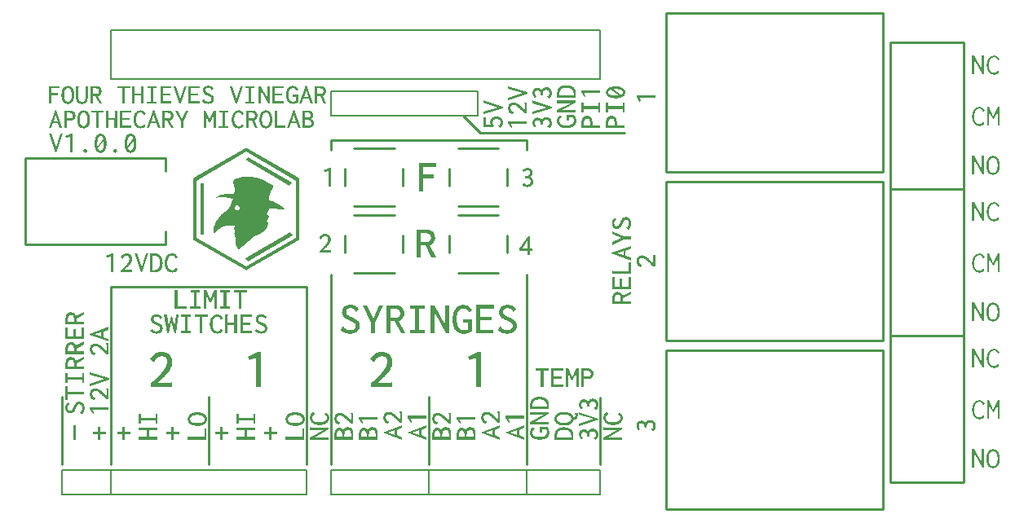
<source format=gto>
G04 Layer_Color=65535*
%FSLAX25Y25*%
%MOIN*%
G70*
G01*
G75*
%ADD10C,0.01000*%
%ADD35C,0.00787*%
G36*
X-6000Y-117724D02*
X-6837D01*
X-7887Y-116563D01*
X-7897Y-116553D01*
X-7927Y-116523D01*
X-7978Y-116482D01*
X-8038Y-116432D01*
X-8119Y-116361D01*
X-8210Y-116281D01*
X-8311Y-116190D01*
X-8422Y-116099D01*
X-8654Y-115897D01*
X-8896Y-115675D01*
X-9138Y-115463D01*
X-9360Y-115272D01*
X-9370Y-115261D01*
X-9380Y-115251D01*
X-9410Y-115221D01*
X-9451Y-115191D01*
X-9562Y-115100D01*
X-9703Y-114999D01*
X-9865Y-114878D01*
X-10046Y-114747D01*
X-10238Y-114626D01*
X-10430Y-114515D01*
X-10440D01*
X-10450Y-114505D01*
X-10480Y-114485D01*
X-10520Y-114474D01*
X-10621Y-114424D01*
X-10763Y-114374D01*
X-10924Y-114333D01*
X-11106Y-114283D01*
X-11307Y-114252D01*
X-11509Y-114242D01*
X-11620D01*
X-11741Y-114263D01*
X-11883Y-114283D01*
X-12044Y-114323D01*
X-12205Y-114374D01*
X-12357Y-114454D01*
X-12478Y-114555D01*
X-12488Y-114565D01*
X-12528Y-114606D01*
X-12569Y-114676D01*
X-12629Y-114777D01*
X-12680Y-114888D01*
X-12730Y-115040D01*
X-12760Y-115201D01*
X-12770Y-115393D01*
Y-115403D01*
Y-115433D01*
Y-115473D01*
X-12760Y-115534D01*
X-12750Y-115605D01*
X-12730Y-115685D01*
X-12690Y-115877D01*
X-12599Y-116089D01*
X-12548Y-116200D01*
X-12478Y-116321D01*
X-12407Y-116432D01*
X-12306Y-116553D01*
X-12205Y-116664D01*
X-12084Y-116765D01*
X-12074Y-116775D01*
X-12054Y-116785D01*
X-12024Y-116805D01*
X-11983Y-116835D01*
X-11893Y-116886D01*
X-11842Y-116896D01*
X-11802Y-116906D01*
X-11721D01*
X-11671Y-116896D01*
X-11509Y-117047D01*
X-11590Y-117239D01*
X-12135Y-117905D01*
X-12145D01*
X-12175Y-117885D01*
X-12215Y-117865D01*
X-12266Y-117834D01*
X-12336Y-117794D01*
X-12417Y-117744D01*
X-12589Y-117623D01*
X-12791Y-117481D01*
X-12992Y-117300D01*
X-13184Y-117098D01*
X-13345Y-116866D01*
Y-116856D01*
X-13366Y-116835D01*
X-13386Y-116795D01*
X-13406Y-116755D01*
X-13436Y-116684D01*
X-13467Y-116614D01*
X-13507Y-116533D01*
X-13547Y-116432D01*
X-13618Y-116220D01*
X-13679Y-115968D01*
X-13719Y-115695D01*
X-13739Y-115403D01*
Y-115393D01*
Y-115362D01*
Y-115302D01*
X-13729Y-115231D01*
X-13719Y-115150D01*
X-13709Y-115050D01*
X-13689Y-114939D01*
X-13658Y-114818D01*
X-13588Y-114555D01*
X-13537Y-114424D01*
X-13477Y-114283D01*
X-13406Y-114141D01*
X-13325Y-114010D01*
X-13235Y-113879D01*
X-13124Y-113758D01*
X-13114Y-113748D01*
X-13093Y-113728D01*
X-13063Y-113698D01*
X-13013Y-113657D01*
X-12952Y-113607D01*
X-12881Y-113556D01*
X-12791Y-113496D01*
X-12690Y-113435D01*
X-12579Y-113385D01*
X-12458Y-113324D01*
X-12326Y-113274D01*
X-12175Y-113223D01*
X-12024Y-113183D01*
X-11852Y-113153D01*
X-11681Y-113133D01*
X-11489Y-113122D01*
X-11378D01*
X-11317Y-113133D01*
X-11247Y-113143D01*
X-11075Y-113163D01*
X-10874Y-113203D01*
X-10651Y-113254D01*
X-10419Y-113334D01*
X-10187Y-113445D01*
X-10177D01*
X-10157Y-113455D01*
X-10127Y-113476D01*
X-10076Y-113506D01*
X-10026Y-113536D01*
X-9965Y-113576D01*
X-9804Y-113667D01*
X-9622Y-113788D01*
X-9431Y-113919D01*
X-9219Y-114081D01*
X-9007Y-114252D01*
X-8997Y-114263D01*
X-8987Y-114273D01*
X-8946Y-114303D01*
X-8906Y-114343D01*
X-8856Y-114394D01*
X-8785Y-114454D01*
X-8714Y-114525D01*
X-8623Y-114606D01*
X-8533Y-114697D01*
X-8422Y-114797D01*
X-8179Y-115029D01*
X-7907Y-115302D01*
X-7594Y-115615D01*
X-6969Y-116392D01*
Y-113748D01*
Y-113738D01*
Y-113718D01*
Y-113647D01*
Y-113566D01*
X-6979Y-113536D01*
Y-113506D01*
Y-113496D01*
X-6999Y-113465D01*
X-7039Y-113415D01*
X-7090Y-113355D01*
Y-113092D01*
X-6000D01*
Y-117724D01*
D02*
G37*
G36*
Y-107522D02*
X-8169Y-108269D01*
Y-110499D01*
X-6000Y-111246D01*
Y-112295D01*
X-13820Y-109500D01*
Y-109228D01*
X-6000Y-106433D01*
Y-107522D01*
D02*
G37*
G36*
X111225Y-97478D02*
X111377Y-97494D01*
X111574Y-97509D01*
X111786Y-97539D01*
X112013Y-97569D01*
X112482Y-97675D01*
X112724Y-97751D01*
X112982Y-97842D01*
X113209Y-97948D01*
X113436Y-98054D01*
X113648Y-98205D01*
X113845Y-98357D01*
X113860Y-98372D01*
X113890Y-98402D01*
X113936Y-98447D01*
X113996Y-98523D01*
X114072Y-98614D01*
X114147Y-98720D01*
X114238Y-98856D01*
X114329Y-99008D01*
X114420Y-99174D01*
X114511Y-99356D01*
X114587Y-99553D01*
X114662Y-99780D01*
X114723Y-100022D01*
X114768Y-100279D01*
X114799Y-100552D01*
X114814Y-100839D01*
Y-100855D01*
Y-100885D01*
Y-100945D01*
X114799Y-101021D01*
Y-101112D01*
X114783Y-101218D01*
X114723Y-101475D01*
X114647Y-101778D01*
X114526Y-102096D01*
X114359Y-102460D01*
X114253Y-102626D01*
X114132Y-102808D01*
Y-102823D01*
X114102Y-102853D01*
X114057Y-102899D01*
X114011Y-102959D01*
X113875Y-103111D01*
X113678Y-103307D01*
X113436Y-103504D01*
X113163Y-103686D01*
X112861Y-103852D01*
X112694Y-103913D01*
X112528Y-103958D01*
X115117Y-109000D01*
X113406D01*
X110923Y-104064D01*
X109061D01*
Y-109000D01*
X107410D01*
Y-97463D01*
X111089D01*
X111225Y-97478D01*
D02*
G37*
G36*
X-6000Y-140305D02*
X-12417D01*
X-11983Y-141758D01*
X-12619Y-142000D01*
X-13709Y-139962D01*
Y-139215D01*
X-6000D01*
Y-140305D01*
D02*
G37*
G36*
Y-136067D02*
X-6837D01*
X-7887Y-134907D01*
X-7897Y-134897D01*
X-7927Y-134866D01*
X-7978Y-134826D01*
X-8038Y-134776D01*
X-8119Y-134705D01*
X-8210Y-134624D01*
X-8311Y-134533D01*
X-8422Y-134443D01*
X-8654Y-134241D01*
X-8896Y-134019D01*
X-9138Y-133807D01*
X-9360Y-133615D01*
X-9370Y-133605D01*
X-9380Y-133595D01*
X-9410Y-133565D01*
X-9451Y-133535D01*
X-9562Y-133444D01*
X-9703Y-133343D01*
X-9865Y-133222D01*
X-10046Y-133090D01*
X-10238Y-132969D01*
X-10430Y-132859D01*
X-10440D01*
X-10450Y-132848D01*
X-10480Y-132828D01*
X-10520Y-132818D01*
X-10621Y-132768D01*
X-10763Y-132717D01*
X-10924Y-132677D01*
X-11106Y-132626D01*
X-11307Y-132596D01*
X-11509Y-132586D01*
X-11620D01*
X-11741Y-132606D01*
X-11883Y-132626D01*
X-12044Y-132667D01*
X-12205Y-132717D01*
X-12357Y-132798D01*
X-12478Y-132899D01*
X-12488Y-132909D01*
X-12528Y-132949D01*
X-12569Y-133020D01*
X-12629Y-133121D01*
X-12680Y-133232D01*
X-12730Y-133383D01*
X-12760Y-133545D01*
X-12770Y-133736D01*
Y-133746D01*
Y-133777D01*
Y-133817D01*
X-12760Y-133878D01*
X-12750Y-133948D01*
X-12730Y-134029D01*
X-12690Y-134221D01*
X-12599Y-134432D01*
X-12548Y-134544D01*
X-12478Y-134665D01*
X-12407Y-134776D01*
X-12306Y-134897D01*
X-12205Y-135008D01*
X-12084Y-135108D01*
X-12074Y-135119D01*
X-12054Y-135129D01*
X-12024Y-135149D01*
X-11983Y-135179D01*
X-11893Y-135230D01*
X-11842Y-135240D01*
X-11802Y-135250D01*
X-11721D01*
X-11671Y-135240D01*
X-11509Y-135391D01*
X-11590Y-135583D01*
X-12135Y-136249D01*
X-12145D01*
X-12175Y-136229D01*
X-12215Y-136208D01*
X-12266Y-136178D01*
X-12336Y-136138D01*
X-12417Y-136087D01*
X-12589Y-135966D01*
X-12791Y-135825D01*
X-12992Y-135643D01*
X-13184Y-135442D01*
X-13345Y-135209D01*
Y-135199D01*
X-13366Y-135179D01*
X-13386Y-135139D01*
X-13406Y-135098D01*
X-13436Y-135028D01*
X-13467Y-134957D01*
X-13507Y-134877D01*
X-13547Y-134776D01*
X-13618Y-134564D01*
X-13679Y-134311D01*
X-13719Y-134039D01*
X-13739Y-133746D01*
Y-133736D01*
Y-133706D01*
Y-133645D01*
X-13729Y-133575D01*
X-13719Y-133494D01*
X-13709Y-133393D01*
X-13689Y-133282D01*
X-13658Y-133161D01*
X-13588Y-132899D01*
X-13537Y-132768D01*
X-13477Y-132626D01*
X-13406Y-132485D01*
X-13325Y-132354D01*
X-13235Y-132223D01*
X-13124Y-132102D01*
X-13114Y-132092D01*
X-13093Y-132071D01*
X-13063Y-132041D01*
X-13013Y-132001D01*
X-12952Y-131950D01*
X-12881Y-131900D01*
X-12791Y-131839D01*
X-12690Y-131779D01*
X-12579Y-131728D01*
X-12458Y-131668D01*
X-12326Y-131617D01*
X-12175Y-131567D01*
X-12024Y-131527D01*
X-11852Y-131496D01*
X-11681Y-131476D01*
X-11489Y-131466D01*
X-11378D01*
X-11317Y-131476D01*
X-11247Y-131486D01*
X-11075Y-131506D01*
X-10874Y-131547D01*
X-10651Y-131597D01*
X-10419Y-131678D01*
X-10187Y-131789D01*
X-10177D01*
X-10157Y-131799D01*
X-10127Y-131819D01*
X-10076Y-131850D01*
X-10026Y-131880D01*
X-9965Y-131920D01*
X-9804Y-132011D01*
X-9622Y-132132D01*
X-9431Y-132263D01*
X-9219Y-132425D01*
X-9007Y-132596D01*
X-8997Y-132606D01*
X-8987Y-132616D01*
X-8946Y-132647D01*
X-8906Y-132687D01*
X-8856Y-132737D01*
X-8785Y-132798D01*
X-8714Y-132869D01*
X-8623Y-132949D01*
X-8533Y-133040D01*
X-8422Y-133141D01*
X-8179Y-133373D01*
X-7907Y-133645D01*
X-7594Y-133958D01*
X-6969Y-134735D01*
Y-132092D01*
Y-132081D01*
Y-132061D01*
Y-131991D01*
Y-131910D01*
X-6979Y-131880D01*
Y-131850D01*
Y-131839D01*
X-6999Y-131809D01*
X-7039Y-131759D01*
X-7090Y-131698D01*
Y-131436D01*
X-6000D01*
Y-136067D01*
D02*
G37*
G36*
X-5960Y-127390D02*
Y-127955D01*
X-13709Y-130528D01*
Y-129438D01*
X-7967Y-127622D01*
X-13689Y-125896D01*
Y-124857D01*
X-5960Y-127390D01*
D02*
G37*
G36*
X123080Y-98887D02*
X120870D01*
Y-107607D01*
X123186D01*
Y-109000D01*
X117039D01*
Y-107592D01*
X119235D01*
Y-98887D01*
X117160D01*
Y-97463D01*
X123080D01*
Y-98887D01*
D02*
G37*
G36*
X139174Y-97342D02*
X139265D01*
X139386Y-97357D01*
X139643Y-97403D01*
X139961Y-97463D01*
X140310Y-97569D01*
X140673Y-97706D01*
X141036Y-97887D01*
X141051D01*
X141082Y-97917D01*
X141127Y-97948D01*
X141203Y-97993D01*
X141369Y-98114D01*
X141596Y-98281D01*
X141839Y-98508D01*
X142081Y-98781D01*
X142323Y-99083D01*
X142535Y-99447D01*
X141612Y-100219D01*
X141278Y-100400D01*
X141051Y-100158D01*
Y-100128D01*
X141067Y-100067D01*
X141051Y-99992D01*
X141021Y-99916D01*
X141006Y-99901D01*
X140976Y-99840D01*
X140900Y-99749D01*
X140794Y-99628D01*
X140779Y-99613D01*
X140718Y-99553D01*
X140642Y-99477D01*
X140537Y-99386D01*
X140415Y-99280D01*
X140279Y-99174D01*
X140128Y-99083D01*
X139976Y-99008D01*
X139961Y-98993D01*
X139901Y-98977D01*
X139825Y-98947D01*
X139704Y-98902D01*
X139568Y-98871D01*
X139401Y-98841D01*
X139219Y-98826D01*
X139007Y-98811D01*
X138886D01*
X138795Y-98826D01*
X138689Y-98841D01*
X138568Y-98856D01*
X138296Y-98932D01*
X137963Y-99053D01*
X137796Y-99129D01*
X137630Y-99220D01*
X137463Y-99341D01*
X137297Y-99477D01*
X137130Y-99628D01*
X136979Y-99795D01*
X136963Y-99810D01*
X136948Y-99840D01*
X136903Y-99901D01*
X136857Y-99977D01*
X136797Y-100098D01*
X136736Y-100219D01*
X136661Y-100385D01*
X136585Y-100567D01*
X136509Y-100779D01*
X136434Y-101021D01*
X136373Y-101294D01*
X136312Y-101596D01*
X136267Y-101930D01*
X136222Y-102278D01*
X136206Y-102672D01*
X136191Y-103095D01*
Y-103126D01*
Y-103201D01*
Y-103307D01*
X136206Y-103459D01*
X136222Y-103656D01*
X136237Y-103867D01*
X136252Y-104110D01*
X136282Y-104367D01*
X136373Y-104927D01*
X136524Y-105503D01*
X136600Y-105775D01*
X136706Y-106048D01*
X136827Y-106305D01*
X136963Y-106532D01*
X136979Y-106547D01*
X136994Y-106578D01*
X137039Y-106638D01*
X137100Y-106714D01*
X137191Y-106805D01*
X137282Y-106911D01*
X137387Y-107017D01*
X137524Y-107123D01*
X137660Y-107229D01*
X137827Y-107335D01*
X137993Y-107441D01*
X138190Y-107531D01*
X138387Y-107607D01*
X138599Y-107668D01*
X138841Y-107698D01*
X139083Y-107713D01*
X139174D01*
X139280Y-107698D01*
X139416D01*
X139568Y-107683D01*
X139749Y-107652D01*
X139946Y-107607D01*
X140158Y-107562D01*
X140188Y-107547D01*
X140249Y-107531D01*
X140355Y-107501D01*
X140476Y-107441D01*
X140764Y-107304D01*
X140900Y-107213D01*
X141021Y-107123D01*
Y-104730D01*
X138992D01*
Y-103277D01*
X142565D01*
Y-107925D01*
X142550Y-107940D01*
X142490Y-107970D01*
X142399Y-108046D01*
X142262Y-108122D01*
X142111Y-108213D01*
X141929Y-108319D01*
X141718Y-108425D01*
X141490Y-108546D01*
X141233Y-108667D01*
X140961Y-108773D01*
X140673Y-108879D01*
X140370Y-108970D01*
X140052Y-109045D01*
X139734Y-109106D01*
X139416Y-109151D01*
X139083Y-109167D01*
X138947D01*
X138856Y-109151D01*
X138735D01*
X138584Y-109121D01*
X138432Y-109106D01*
X138266Y-109076D01*
X137887Y-108985D01*
X137478Y-108864D01*
X137054Y-108682D01*
X136857Y-108576D01*
X136661Y-108455D01*
X136646Y-108440D01*
X136615Y-108425D01*
X136570Y-108379D01*
X136494Y-108319D01*
X136403Y-108243D01*
X136312Y-108152D01*
X136206Y-108046D01*
X136085Y-107925D01*
X135964Y-107789D01*
X135828Y-107637D01*
X135571Y-107289D01*
X135328Y-106880D01*
X135101Y-106411D01*
Y-106396D01*
X135086Y-106351D01*
X135056Y-106275D01*
X135026Y-106184D01*
X134980Y-106048D01*
X134935Y-105896D01*
X134889Y-105730D01*
X134844Y-105533D01*
X134783Y-105321D01*
X134738Y-105094D01*
X134693Y-104836D01*
X134662Y-104564D01*
X134602Y-103989D01*
X134571Y-103368D01*
Y-103338D01*
Y-103262D01*
Y-103156D01*
X134587Y-102989D01*
Y-102793D01*
X134602Y-102581D01*
X134617Y-102338D01*
X134647Y-102066D01*
X134677Y-101778D01*
X134723Y-101491D01*
X134844Y-100885D01*
X135011Y-100294D01*
X135116Y-100007D01*
X135238Y-99749D01*
X135253Y-99734D01*
X135268Y-99689D01*
X135313Y-99628D01*
X135359Y-99537D01*
X135434Y-99416D01*
X135510Y-99295D01*
X135707Y-99008D01*
X135964Y-98705D01*
X136252Y-98387D01*
X136585Y-98099D01*
X136767Y-97978D01*
X136948Y-97872D01*
X136963D01*
X136994Y-97842D01*
X137054Y-97827D01*
X137130Y-97781D01*
X137221Y-97751D01*
X137327Y-97706D01*
X137584Y-97600D01*
X137887Y-97494D01*
X138235Y-97418D01*
X138614Y-97357D01*
X138992Y-97327D01*
X139098D01*
X139174Y-97342D01*
D02*
G37*
G36*
X93194Y-97327D02*
X93285D01*
X93527Y-97357D01*
X93799Y-97403D01*
X94102Y-97478D01*
X94420Y-97569D01*
X94738Y-97706D01*
X94753D01*
X94768Y-97721D01*
X94814Y-97751D01*
X94874Y-97781D01*
X95041Y-97872D01*
X95238Y-97993D01*
X95465Y-98160D01*
X95722Y-98357D01*
X95979Y-98599D01*
X96237Y-98887D01*
X95283Y-100158D01*
X94950Y-100007D01*
Y-99992D01*
Y-99931D01*
X94935Y-99871D01*
X94920Y-99795D01*
Y-99780D01*
X94905Y-99734D01*
X94889Y-99674D01*
X94844Y-99598D01*
X94829Y-99583D01*
X94799Y-99537D01*
X94753Y-99477D01*
X94678Y-99386D01*
X94662Y-99371D01*
X94617Y-99326D01*
X94541Y-99265D01*
X94435Y-99189D01*
X94314Y-99098D01*
X94163Y-99008D01*
X94011Y-98932D01*
X93845Y-98871D01*
X93830D01*
X93769Y-98841D01*
X93663Y-98826D01*
X93542Y-98796D01*
X93375Y-98765D01*
X93194Y-98750D01*
X92982Y-98720D01*
X92603D01*
X92467Y-98735D01*
X92285Y-98765D01*
X92089Y-98826D01*
X91877Y-98902D01*
X91665Y-99008D01*
X91483Y-99144D01*
X91468Y-99159D01*
X91407Y-99220D01*
X91332Y-99310D01*
X91256Y-99432D01*
X91165Y-99583D01*
X91089Y-99749D01*
X91029Y-99961D01*
X91014Y-100173D01*
Y-100189D01*
Y-100249D01*
X91029Y-100340D01*
X91044Y-100446D01*
X91059Y-100582D01*
X91105Y-100718D01*
X91150Y-100855D01*
X91210Y-100991D01*
X91226Y-101006D01*
X91256Y-101051D01*
X91301Y-101112D01*
X91392Y-101203D01*
X91498Y-101309D01*
X91619Y-101430D01*
X91786Y-101551D01*
X91983Y-101687D01*
X92013Y-101702D01*
X92089Y-101748D01*
X92225Y-101824D01*
X92406Y-101915D01*
X92649Y-102036D01*
X92952Y-102172D01*
X93315Y-102338D01*
X93724Y-102505D01*
X93739D01*
X93799Y-102535D01*
X93875Y-102566D01*
X93981Y-102626D01*
X94117Y-102687D01*
X94254Y-102747D01*
X94602Y-102929D01*
X94965Y-103141D01*
X95328Y-103383D01*
X95677Y-103640D01*
X95813Y-103777D01*
X95949Y-103913D01*
X95964Y-103928D01*
X95979Y-103943D01*
X96010Y-103989D01*
X96055Y-104049D01*
X96101Y-104125D01*
X96161Y-104201D01*
X96282Y-104428D01*
X96388Y-104700D01*
X96494Y-105018D01*
X96570Y-105366D01*
X96600Y-105563D01*
Y-105775D01*
Y-105790D01*
Y-105821D01*
Y-105866D01*
Y-105927D01*
X96585Y-106093D01*
X96555Y-106305D01*
X96494Y-106562D01*
X96419Y-106835D01*
X96313Y-107123D01*
X96176Y-107425D01*
Y-107441D01*
X96161Y-107456D01*
X96101Y-107547D01*
X95995Y-107698D01*
X95858Y-107864D01*
X95662Y-108077D01*
X95450Y-108273D01*
X95177Y-108485D01*
X94859Y-108682D01*
X94844D01*
X94814Y-108697D01*
X94768Y-108728D01*
X94693Y-108758D01*
X94617Y-108788D01*
X94511Y-108834D01*
X94390Y-108879D01*
X94254Y-108924D01*
X94102Y-108970D01*
X93936Y-109015D01*
X93557Y-109091D01*
X93133Y-109151D01*
X92664Y-109167D01*
X92558D01*
X92452Y-109151D01*
X92285Y-109136D01*
X92104Y-109121D01*
X91877Y-109091D01*
X91634Y-109030D01*
X91362Y-108970D01*
X91074Y-108894D01*
X90786Y-108788D01*
X90469Y-108652D01*
X90166Y-108516D01*
X89863Y-108334D01*
X89560Y-108122D01*
X89257Y-107880D01*
X88985Y-107607D01*
X89651Y-106381D01*
X89802Y-106108D01*
X90181Y-106245D01*
X90196Y-106260D01*
X90211Y-106320D01*
X90226Y-106411D01*
X90241Y-106502D01*
Y-106517D01*
X90257Y-106562D01*
X90287Y-106623D01*
X90317Y-106699D01*
X90332Y-106714D01*
X90347Y-106759D01*
X90408Y-106805D01*
X90469Y-106865D01*
X90484Y-106880D01*
X90514Y-106895D01*
X90575Y-106941D01*
X90635Y-107001D01*
X90741Y-107062D01*
X90847Y-107123D01*
X90983Y-107198D01*
X91135Y-107274D01*
X91301Y-107365D01*
X91468Y-107441D01*
X91877Y-107562D01*
X92346Y-107668D01*
X92588Y-107683D01*
X92846Y-107698D01*
X92936D01*
X92997Y-107683D01*
X93164Y-107668D01*
X93391Y-107637D01*
X93618Y-107577D01*
X93875Y-107486D01*
X94133Y-107350D01*
X94375Y-107183D01*
X94405Y-107153D01*
X94466Y-107092D01*
X94572Y-106986D01*
X94678Y-106835D01*
X94784Y-106653D01*
X94889Y-106441D01*
X94950Y-106214D01*
X94980Y-105957D01*
Y-105942D01*
Y-105881D01*
X94965Y-105790D01*
Y-105684D01*
X94905Y-105427D01*
X94859Y-105306D01*
X94799Y-105185D01*
X94784Y-105170D01*
X94768Y-105124D01*
X94708Y-105064D01*
X94647Y-104988D01*
X94541Y-104882D01*
X94420Y-104776D01*
X94269Y-104655D01*
X94087Y-104534D01*
X94057Y-104519D01*
X93996Y-104473D01*
X93875Y-104397D01*
X93708Y-104307D01*
X93481Y-104201D01*
X93224Y-104064D01*
X92906Y-103913D01*
X92543Y-103762D01*
X92528Y-103746D01*
X92467Y-103731D01*
X92376Y-103701D01*
X92270Y-103640D01*
X92119Y-103580D01*
X91967Y-103504D01*
X91786Y-103413D01*
X91589Y-103323D01*
X91195Y-103095D01*
X90786Y-102838D01*
X90408Y-102550D01*
X90241Y-102384D01*
X90090Y-102232D01*
X90075Y-102217D01*
X90060Y-102187D01*
X90030Y-102142D01*
X89969Y-102081D01*
X89924Y-101990D01*
X89863Y-101899D01*
X89727Y-101657D01*
X89591Y-101369D01*
X89469Y-101036D01*
X89378Y-100658D01*
X89363Y-100461D01*
X89348Y-100264D01*
Y-100249D01*
Y-100204D01*
Y-100128D01*
X89363Y-100037D01*
X89378Y-99931D01*
X89394Y-99795D01*
X89469Y-99492D01*
X89591Y-99144D01*
X89666Y-98962D01*
X89757Y-98796D01*
X89863Y-98614D01*
X89999Y-98432D01*
X90151Y-98266D01*
X90317Y-98114D01*
X90332Y-98099D01*
X90363Y-98084D01*
X90423Y-98039D01*
X90499Y-97993D01*
X90590Y-97933D01*
X90711Y-97857D01*
X90862Y-97781D01*
X91014Y-97706D01*
X91195Y-97645D01*
X91392Y-97569D01*
X91604Y-97494D01*
X91831Y-97433D01*
X92089Y-97388D01*
X92361Y-97342D01*
X92634Y-97327D01*
X92936Y-97312D01*
X93103D01*
X93194Y-97327D01*
D02*
G37*
G36*
X157418D02*
X157509D01*
X157751Y-97357D01*
X158023Y-97403D01*
X158326Y-97478D01*
X158644Y-97569D01*
X158962Y-97706D01*
X158977D01*
X158992Y-97721D01*
X159038Y-97751D01*
X159098Y-97781D01*
X159265Y-97872D01*
X159462Y-97993D01*
X159689Y-98160D01*
X159946Y-98357D01*
X160203Y-98599D01*
X160461Y-98887D01*
X159507Y-100158D01*
X159174Y-100007D01*
Y-99992D01*
Y-99931D01*
X159159Y-99871D01*
X159144Y-99795D01*
Y-99780D01*
X159128Y-99734D01*
X159113Y-99674D01*
X159068Y-99598D01*
X159053Y-99583D01*
X159022Y-99537D01*
X158977Y-99477D01*
X158901Y-99386D01*
X158886Y-99371D01*
X158841Y-99326D01*
X158765Y-99265D01*
X158659Y-99189D01*
X158538Y-99098D01*
X158387Y-99008D01*
X158235Y-98932D01*
X158069Y-98871D01*
X158054D01*
X157993Y-98841D01*
X157887Y-98826D01*
X157766Y-98796D01*
X157599Y-98765D01*
X157418Y-98750D01*
X157206Y-98720D01*
X156827D01*
X156691Y-98735D01*
X156509Y-98765D01*
X156312Y-98826D01*
X156100Y-98902D01*
X155888Y-99008D01*
X155707Y-99144D01*
X155692Y-99159D01*
X155631Y-99220D01*
X155555Y-99310D01*
X155480Y-99432D01*
X155389Y-99583D01*
X155313Y-99749D01*
X155253Y-99961D01*
X155237Y-100173D01*
Y-100189D01*
Y-100249D01*
X155253Y-100340D01*
X155268Y-100446D01*
X155283Y-100582D01*
X155328Y-100718D01*
X155374Y-100855D01*
X155434Y-100991D01*
X155449Y-101006D01*
X155480Y-101051D01*
X155525Y-101112D01*
X155616Y-101203D01*
X155722Y-101309D01*
X155843Y-101430D01*
X156010Y-101551D01*
X156207Y-101687D01*
X156237Y-101702D01*
X156312Y-101748D01*
X156449Y-101824D01*
X156630Y-101915D01*
X156873Y-102036D01*
X157175Y-102172D01*
X157539Y-102338D01*
X157948Y-102505D01*
X157963D01*
X158023Y-102535D01*
X158099Y-102566D01*
X158205Y-102626D01*
X158341Y-102687D01*
X158477Y-102747D01*
X158826Y-102929D01*
X159189Y-103141D01*
X159552Y-103383D01*
X159901Y-103640D01*
X160037Y-103777D01*
X160173Y-103913D01*
X160188Y-103928D01*
X160203Y-103943D01*
X160234Y-103989D01*
X160279Y-104049D01*
X160325Y-104125D01*
X160385Y-104201D01*
X160506Y-104428D01*
X160612Y-104700D01*
X160718Y-105018D01*
X160794Y-105366D01*
X160824Y-105563D01*
Y-105775D01*
Y-105790D01*
Y-105821D01*
Y-105866D01*
Y-105927D01*
X160809Y-106093D01*
X160779Y-106305D01*
X160718Y-106562D01*
X160643Y-106835D01*
X160537Y-107123D01*
X160400Y-107425D01*
Y-107441D01*
X160385Y-107456D01*
X160325Y-107547D01*
X160219Y-107698D01*
X160082Y-107864D01*
X159886Y-108077D01*
X159674Y-108273D01*
X159401Y-108485D01*
X159083Y-108682D01*
X159068D01*
X159038Y-108697D01*
X158992Y-108728D01*
X158916Y-108758D01*
X158841Y-108788D01*
X158735Y-108834D01*
X158614Y-108879D01*
X158477Y-108924D01*
X158326Y-108970D01*
X158159Y-109015D01*
X157781Y-109091D01*
X157357Y-109151D01*
X156888Y-109167D01*
X156782D01*
X156676Y-109151D01*
X156509Y-109136D01*
X156328Y-109121D01*
X156100Y-109091D01*
X155858Y-109030D01*
X155586Y-108970D01*
X155298Y-108894D01*
X155010Y-108788D01*
X154692Y-108652D01*
X154390Y-108516D01*
X154087Y-108334D01*
X153784Y-108122D01*
X153481Y-107880D01*
X153209Y-107607D01*
X153875Y-106381D01*
X154026Y-106108D01*
X154405Y-106245D01*
X154420Y-106260D01*
X154435Y-106320D01*
X154450Y-106411D01*
X154465Y-106502D01*
Y-106517D01*
X154481Y-106562D01*
X154511Y-106623D01*
X154541Y-106699D01*
X154556Y-106714D01*
X154571Y-106759D01*
X154632Y-106805D01*
X154692Y-106865D01*
X154708Y-106880D01*
X154738Y-106895D01*
X154798Y-106941D01*
X154859Y-107001D01*
X154965Y-107062D01*
X155071Y-107123D01*
X155207Y-107198D01*
X155359Y-107274D01*
X155525Y-107365D01*
X155692Y-107441D01*
X156100Y-107562D01*
X156570Y-107668D01*
X156812Y-107683D01*
X157069Y-107698D01*
X157160D01*
X157221Y-107683D01*
X157387Y-107668D01*
X157615Y-107637D01*
X157842Y-107577D01*
X158099Y-107486D01*
X158356Y-107350D01*
X158599Y-107183D01*
X158629Y-107153D01*
X158689Y-107092D01*
X158795Y-106986D01*
X158901Y-106835D01*
X159007Y-106653D01*
X159113Y-106441D01*
X159174Y-106214D01*
X159204Y-105957D01*
Y-105942D01*
Y-105881D01*
X159189Y-105790D01*
Y-105684D01*
X159128Y-105427D01*
X159083Y-105306D01*
X159022Y-105185D01*
X159007Y-105170D01*
X158992Y-105124D01*
X158932Y-105064D01*
X158871Y-104988D01*
X158765Y-104882D01*
X158644Y-104776D01*
X158493Y-104655D01*
X158311Y-104534D01*
X158281Y-104519D01*
X158220Y-104473D01*
X158099Y-104397D01*
X157932Y-104307D01*
X157705Y-104201D01*
X157448Y-104064D01*
X157130Y-103913D01*
X156767Y-103762D01*
X156752Y-103746D01*
X156691Y-103731D01*
X156600Y-103701D01*
X156494Y-103640D01*
X156343Y-103580D01*
X156191Y-103504D01*
X156010Y-103413D01*
X155813Y-103323D01*
X155419Y-103095D01*
X155010Y-102838D01*
X154632Y-102550D01*
X154465Y-102384D01*
X154314Y-102232D01*
X154299Y-102217D01*
X154284Y-102187D01*
X154253Y-102142D01*
X154193Y-102081D01*
X154147Y-101990D01*
X154087Y-101899D01*
X153951Y-101657D01*
X153814Y-101369D01*
X153693Y-101036D01*
X153602Y-100658D01*
X153587Y-100461D01*
X153572Y-100264D01*
Y-100249D01*
Y-100204D01*
Y-100128D01*
X153587Y-100037D01*
X153602Y-99931D01*
X153618Y-99795D01*
X153693Y-99492D01*
X153814Y-99144D01*
X153890Y-98962D01*
X153981Y-98796D01*
X154087Y-98614D01*
X154223Y-98432D01*
X154375Y-98266D01*
X154541Y-98114D01*
X154556Y-98099D01*
X154587Y-98084D01*
X154647Y-98039D01*
X154723Y-97993D01*
X154814Y-97933D01*
X154935Y-97857D01*
X155086Y-97781D01*
X155237Y-97706D01*
X155419Y-97645D01*
X155616Y-97569D01*
X155828Y-97494D01*
X156055Y-97433D01*
X156312Y-97388D01*
X156585Y-97342D01*
X156858Y-97327D01*
X157160Y-97312D01*
X157327D01*
X157418Y-97327D01*
D02*
G37*
G36*
X151407Y-98917D02*
X145730D01*
Y-102232D01*
X150408D01*
Y-103746D01*
X145730D01*
Y-107531D01*
X151347D01*
Y-109000D01*
X144155D01*
Y-97433D01*
X151407D01*
Y-98917D01*
D02*
G37*
G36*
X133315Y-97842D02*
X133300Y-97857D01*
X133254Y-97917D01*
X133209Y-97978D01*
X133178Y-98054D01*
Y-98069D01*
Y-98129D01*
X133163Y-98175D01*
Y-98251D01*
Y-98326D01*
Y-98432D01*
Y-109000D01*
X131861D01*
X127228Y-100204D01*
Y-109000D01*
X125654D01*
Y-97463D01*
X127168D01*
X131574Y-105760D01*
Y-97463D01*
X133315D01*
Y-97842D01*
D02*
G37*
G36*
X102929Y-104443D02*
Y-109000D01*
X101173D01*
Y-104458D01*
X97736Y-97463D01*
X99477D01*
X102096Y-102883D01*
X104458Y-97463D01*
X106093D01*
X102929Y-104443D01*
D02*
G37*
G36*
X519Y-149372D02*
X2759D01*
Y-150381D01*
X519D01*
Y-152500D01*
X-450D01*
Y-150381D01*
X-2498D01*
Y-149372D01*
X-450D01*
Y-147334D01*
X519D01*
Y-149372D01*
D02*
G37*
G36*
X-9481D02*
X-7241D01*
Y-150381D01*
X-9481D01*
Y-152500D01*
X-10450D01*
Y-150381D01*
X-12498D01*
Y-149372D01*
X-10450D01*
Y-147334D01*
X-9481D01*
Y-149372D01*
D02*
G37*
G36*
X-19360Y-152510D02*
X-20399D01*
Y-146507D01*
X-19360D01*
Y-152510D01*
D02*
G37*
G36*
X20519Y-149372D02*
X22759D01*
Y-150381D01*
X20519D01*
Y-152500D01*
X19550D01*
Y-150381D01*
X17502D01*
Y-149372D01*
X19550D01*
Y-147334D01*
X20519D01*
Y-149372D01*
D02*
G37*
G36*
X6574Y-147485D02*
X6614Y-147515D01*
X6655Y-147556D01*
X6705Y-147576D01*
X6755D01*
X6786Y-147586D01*
X14000D01*
Y-148716D01*
X10448D01*
Y-151380D01*
X14000D01*
Y-152500D01*
X6311D01*
Y-151269D01*
X6564D01*
X6574Y-151279D01*
X6614Y-151309D01*
X6655Y-151350D01*
X6705Y-151370D01*
X6755D01*
X6786Y-151380D01*
X9490D01*
Y-148706D01*
X6311D01*
Y-147475D01*
X6564D01*
X6574Y-147485D01*
D02*
G37*
G36*
X14000Y-146012D02*
X13062D01*
Y-144549D01*
X7260D01*
Y-145931D01*
X6311D01*
Y-141986D01*
X7260D01*
Y-143459D01*
X13072D01*
Y-141916D01*
X14000D01*
Y-146012D01*
D02*
G37*
G36*
X-17937Y-136945D02*
X-17796Y-136965D01*
X-17625Y-137005D01*
X-17443Y-137056D01*
X-17251Y-137127D01*
X-17049Y-137217D01*
X-17039D01*
X-17029Y-137227D01*
X-16969Y-137268D01*
X-16868Y-137338D01*
X-16757Y-137429D01*
X-16615Y-137560D01*
X-16484Y-137702D01*
X-16343Y-137883D01*
X-16212Y-138095D01*
Y-138105D01*
X-16202Y-138125D01*
X-16182Y-138156D01*
X-16161Y-138206D01*
X-16141Y-138257D01*
X-16111Y-138327D01*
X-16081Y-138408D01*
X-16050Y-138499D01*
X-16020Y-138600D01*
X-15990Y-138711D01*
X-15939Y-138963D01*
X-15899Y-139245D01*
X-15889Y-139558D01*
Y-139578D01*
Y-139629D01*
X-15899Y-139699D01*
X-15909Y-139811D01*
X-15919Y-139931D01*
X-15939Y-140083D01*
X-15980Y-140244D01*
X-16020Y-140426D01*
X-16071Y-140618D01*
X-16141Y-140809D01*
X-16232Y-141021D01*
X-16323Y-141223D01*
X-16444Y-141425D01*
X-16585Y-141627D01*
X-16747Y-141829D01*
X-16928Y-142010D01*
X-17746Y-141566D01*
X-17927Y-141465D01*
X-17836Y-141213D01*
X-17826Y-141203D01*
X-17786Y-141193D01*
X-17725Y-141183D01*
X-17665Y-141173D01*
X-17655D01*
X-17625Y-141163D01*
X-17584Y-141142D01*
X-17534Y-141122D01*
X-17524Y-141112D01*
X-17493Y-141102D01*
X-17463Y-141062D01*
X-17423Y-141021D01*
X-17413Y-141011D01*
X-17402Y-140991D01*
X-17372Y-140951D01*
X-17332Y-140910D01*
X-17291Y-140840D01*
X-17251Y-140769D01*
X-17201Y-140678D01*
X-17150Y-140577D01*
X-17090Y-140466D01*
X-17039Y-140355D01*
X-16959Y-140083D01*
X-16888Y-139770D01*
X-16878Y-139609D01*
X-16868Y-139437D01*
Y-139427D01*
Y-139407D01*
Y-139377D01*
X-16878Y-139336D01*
X-16888Y-139225D01*
X-16908Y-139074D01*
X-16949Y-138923D01*
X-17009Y-138751D01*
X-17100Y-138579D01*
X-17211Y-138418D01*
X-17231Y-138398D01*
X-17271Y-138357D01*
X-17342Y-138287D01*
X-17443Y-138216D01*
X-17564Y-138146D01*
X-17705Y-138075D01*
X-17857Y-138035D01*
X-18028Y-138014D01*
X-18079D01*
X-18139Y-138024D01*
X-18210D01*
X-18381Y-138065D01*
X-18462Y-138095D01*
X-18543Y-138136D01*
X-18553Y-138146D01*
X-18583Y-138156D01*
X-18623Y-138196D01*
X-18674Y-138236D01*
X-18744Y-138307D01*
X-18815Y-138388D01*
X-18896Y-138489D01*
X-18977Y-138610D01*
X-18987Y-138630D01*
X-19017Y-138670D01*
X-19067Y-138751D01*
X-19128Y-138862D01*
X-19198Y-139013D01*
X-19289Y-139185D01*
X-19390Y-139397D01*
X-19491Y-139639D01*
X-19501Y-139649D01*
X-19511Y-139689D01*
X-19532Y-139750D01*
X-19572Y-139821D01*
X-19612Y-139921D01*
X-19663Y-140022D01*
X-19723Y-140143D01*
X-19784Y-140275D01*
X-19935Y-140537D01*
X-20107Y-140809D01*
X-20298Y-141062D01*
X-20409Y-141173D01*
X-20510Y-141273D01*
X-20520Y-141284D01*
X-20540Y-141294D01*
X-20571Y-141314D01*
X-20611Y-141354D01*
X-20672Y-141384D01*
X-20732Y-141425D01*
X-20894Y-141516D01*
X-21085Y-141606D01*
X-21307Y-141687D01*
X-21560Y-141748D01*
X-21691Y-141758D01*
X-21822Y-141768D01*
X-21913D01*
X-21973Y-141758D01*
X-22044Y-141748D01*
X-22135Y-141738D01*
X-22336Y-141687D01*
X-22569Y-141606D01*
X-22690Y-141556D01*
X-22801Y-141496D01*
X-22922Y-141425D01*
X-23043Y-141334D01*
X-23154Y-141233D01*
X-23255Y-141122D01*
X-23265Y-141112D01*
X-23275Y-141092D01*
X-23305Y-141051D01*
X-23335Y-141001D01*
X-23376Y-140941D01*
X-23426Y-140860D01*
X-23477Y-140759D01*
X-23527Y-140658D01*
X-23568Y-140537D01*
X-23618Y-140406D01*
X-23668Y-140264D01*
X-23709Y-140113D01*
X-23739Y-139942D01*
X-23769Y-139760D01*
X-23779Y-139578D01*
X-23789Y-139377D01*
Y-139366D01*
Y-139346D01*
Y-139316D01*
Y-139266D01*
X-23779Y-139205D01*
Y-139145D01*
X-23759Y-138983D01*
X-23729Y-138802D01*
X-23678Y-138600D01*
X-23618Y-138388D01*
X-23527Y-138176D01*
Y-138166D01*
X-23517Y-138156D01*
X-23497Y-138125D01*
X-23477Y-138085D01*
X-23416Y-137974D01*
X-23335Y-137843D01*
X-23224Y-137692D01*
X-23093Y-137520D01*
X-22932Y-137348D01*
X-22740Y-137177D01*
X-21893Y-137813D01*
X-21993Y-138035D01*
X-22044D01*
X-22084Y-138045D01*
X-22135Y-138055D01*
X-22145D01*
X-22175Y-138065D01*
X-22215Y-138075D01*
X-22266Y-138105D01*
X-22276Y-138115D01*
X-22306Y-138136D01*
X-22347Y-138166D01*
X-22407Y-138216D01*
X-22417Y-138226D01*
X-22447Y-138257D01*
X-22488Y-138307D01*
X-22538Y-138378D01*
X-22599Y-138458D01*
X-22659Y-138559D01*
X-22710Y-138660D01*
X-22750Y-138771D01*
Y-138781D01*
X-22770Y-138822D01*
X-22781Y-138892D01*
X-22801Y-138973D01*
X-22821Y-139084D01*
X-22831Y-139205D01*
X-22851Y-139346D01*
Y-139508D01*
Y-139518D01*
Y-139528D01*
Y-139558D01*
Y-139599D01*
X-22841Y-139689D01*
X-22821Y-139811D01*
X-22781Y-139942D01*
X-22730Y-140083D01*
X-22659Y-140224D01*
X-22569Y-140345D01*
X-22558Y-140355D01*
X-22518Y-140396D01*
X-22458Y-140446D01*
X-22377Y-140497D01*
X-22276Y-140557D01*
X-22165Y-140608D01*
X-22024Y-140648D01*
X-21882Y-140658D01*
X-21832D01*
X-21771Y-140648D01*
X-21701Y-140638D01*
X-21610Y-140628D01*
X-21519Y-140597D01*
X-21428Y-140567D01*
X-21338Y-140527D01*
X-21328Y-140517D01*
X-21297Y-140497D01*
X-21257Y-140466D01*
X-21196Y-140406D01*
X-21126Y-140335D01*
X-21045Y-140254D01*
X-20964Y-140143D01*
X-20874Y-140012D01*
X-20863Y-139992D01*
X-20833Y-139942D01*
X-20783Y-139851D01*
X-20722Y-139730D01*
X-20641Y-139568D01*
X-20551Y-139366D01*
X-20440Y-139124D01*
X-20329Y-138852D01*
Y-138842D01*
X-20308Y-138802D01*
X-20288Y-138751D01*
X-20248Y-138680D01*
X-20208Y-138590D01*
X-20167Y-138499D01*
X-20046Y-138267D01*
X-19905Y-138024D01*
X-19743Y-137782D01*
X-19572Y-137550D01*
X-19481Y-137460D01*
X-19390Y-137369D01*
X-19380Y-137359D01*
X-19370Y-137348D01*
X-19340Y-137328D01*
X-19299Y-137298D01*
X-19249Y-137268D01*
X-19198Y-137227D01*
X-19047Y-137147D01*
X-18866Y-137076D01*
X-18654Y-137005D01*
X-18422Y-136955D01*
X-18290Y-136935D01*
X-18048D01*
X-17937Y-136945D01*
D02*
G37*
G36*
X-16000Y-113506D02*
X-19289Y-115161D01*
Y-116402D01*
X-16000D01*
Y-117501D01*
X-23689D01*
Y-115181D01*
Y-115161D01*
Y-115120D01*
Y-115050D01*
X-23678Y-114959D01*
X-23668Y-114858D01*
X-23658Y-114727D01*
X-23638Y-114585D01*
X-23618Y-114434D01*
X-23547Y-114121D01*
X-23497Y-113960D01*
X-23436Y-113788D01*
X-23366Y-113637D01*
X-23295Y-113486D01*
X-23194Y-113344D01*
X-23093Y-113213D01*
X-23083Y-113203D01*
X-23063Y-113183D01*
X-23033Y-113153D01*
X-22982Y-113112D01*
X-22922Y-113062D01*
X-22851Y-113011D01*
X-22760Y-112951D01*
X-22659Y-112890D01*
X-22548Y-112830D01*
X-22427Y-112769D01*
X-22296Y-112719D01*
X-22145Y-112668D01*
X-21983Y-112628D01*
X-21812Y-112598D01*
X-21630Y-112578D01*
X-21439Y-112567D01*
X-21368D01*
X-21317Y-112578D01*
X-21257D01*
X-21186Y-112588D01*
X-21015Y-112628D01*
X-20813Y-112679D01*
X-20601Y-112759D01*
X-20359Y-112870D01*
X-20248Y-112941D01*
X-20127Y-113022D01*
X-20117D01*
X-20097Y-113042D01*
X-20066Y-113072D01*
X-20026Y-113102D01*
X-19925Y-113193D01*
X-19794Y-113324D01*
X-19663Y-113486D01*
X-19542Y-113667D01*
X-19431Y-113869D01*
X-19390Y-113980D01*
X-19360Y-114091D01*
X-16000Y-112366D01*
Y-113506D01*
D02*
G37*
G36*
X-22720Y-110307D02*
X-20510D01*
Y-107190D01*
X-19501D01*
Y-110307D01*
X-16979D01*
Y-106564D01*
X-16000D01*
Y-111357D01*
X-23709D01*
Y-106524D01*
X-22720D01*
Y-110307D01*
D02*
G37*
G36*
X-16000Y-101277D02*
X-19289Y-102931D01*
Y-104173D01*
X-16000D01*
Y-105272D01*
X-23689D01*
Y-102952D01*
Y-102931D01*
Y-102891D01*
Y-102821D01*
X-23678Y-102730D01*
X-23668Y-102629D01*
X-23658Y-102498D01*
X-23638Y-102356D01*
X-23618Y-102205D01*
X-23547Y-101892D01*
X-23497Y-101731D01*
X-23436Y-101559D01*
X-23366Y-101408D01*
X-23295Y-101257D01*
X-23194Y-101115D01*
X-23093Y-100984D01*
X-23083Y-100974D01*
X-23063Y-100954D01*
X-23033Y-100924D01*
X-22982Y-100883D01*
X-22922Y-100833D01*
X-22851Y-100782D01*
X-22760Y-100722D01*
X-22659Y-100661D01*
X-22548Y-100601D01*
X-22427Y-100540D01*
X-22296Y-100490D01*
X-22145Y-100439D01*
X-21983Y-100399D01*
X-21812Y-100369D01*
X-21630Y-100348D01*
X-21439Y-100338D01*
X-21368D01*
X-21317Y-100348D01*
X-21257D01*
X-21186Y-100359D01*
X-21015Y-100399D01*
X-20813Y-100449D01*
X-20601Y-100530D01*
X-20359Y-100641D01*
X-20248Y-100712D01*
X-20127Y-100792D01*
X-20117D01*
X-20097Y-100813D01*
X-20066Y-100843D01*
X-20026Y-100873D01*
X-19925Y-100964D01*
X-19794Y-101095D01*
X-19663Y-101257D01*
X-19542Y-101438D01*
X-19431Y-101640D01*
X-19390Y-101751D01*
X-19360Y-101862D01*
X-16000Y-100137D01*
Y-101277D01*
D02*
G37*
G36*
X-22710Y-132929D02*
X-16000D01*
Y-134029D01*
X-22710D01*
Y-136148D01*
X-23709D01*
Y-130719D01*
X-22710D01*
Y-132929D01*
D02*
G37*
G36*
X-16000Y-129428D02*
X-16938D01*
Y-127965D01*
X-22740D01*
Y-129347D01*
X-23689D01*
Y-125402D01*
X-22740D01*
Y-126875D01*
X-16928D01*
Y-125331D01*
X-16000D01*
Y-129428D01*
D02*
G37*
G36*
Y-119620D02*
X-19289Y-121275D01*
Y-122516D01*
X-16000D01*
Y-123616D01*
X-23689D01*
Y-121295D01*
Y-121275D01*
Y-121235D01*
Y-121164D01*
X-23678Y-121073D01*
X-23668Y-120972D01*
X-23658Y-120841D01*
X-23638Y-120700D01*
X-23618Y-120549D01*
X-23547Y-120236D01*
X-23497Y-120074D01*
X-23436Y-119903D01*
X-23366Y-119752D01*
X-23295Y-119600D01*
X-23194Y-119459D01*
X-23093Y-119328D01*
X-23083Y-119318D01*
X-23063Y-119298D01*
X-23033Y-119267D01*
X-22982Y-119227D01*
X-22922Y-119176D01*
X-22851Y-119126D01*
X-22760Y-119065D01*
X-22659Y-119005D01*
X-22548Y-118944D01*
X-22427Y-118884D01*
X-22296Y-118833D01*
X-22145Y-118783D01*
X-21983Y-118743D01*
X-21812Y-118712D01*
X-21630Y-118692D01*
X-21439Y-118682D01*
X-21368D01*
X-21317Y-118692D01*
X-21257D01*
X-21186Y-118702D01*
X-21015Y-118743D01*
X-20813Y-118793D01*
X-20601Y-118874D01*
X-20359Y-118985D01*
X-20248Y-119055D01*
X-20127Y-119136D01*
X-20117D01*
X-20097Y-119156D01*
X-20066Y-119186D01*
X-20026Y-119217D01*
X-19925Y-119308D01*
X-19794Y-119439D01*
X-19663Y-119600D01*
X-19542Y-119782D01*
X-19431Y-119984D01*
X-19390Y-120095D01*
X-19360Y-120206D01*
X-16000Y-118480D01*
Y-119620D01*
D02*
G37*
G36*
X146222Y-131000D02*
X144179D01*
Y-118967D01*
X141454Y-119780D01*
X141000Y-118588D01*
X144822Y-116545D01*
X146222D01*
Y-131000D01*
D02*
G37*
G36*
X52591Y-102280D02*
X48807D01*
Y-104490D01*
X51925D01*
Y-105499D01*
X48807D01*
Y-108021D01*
X52551D01*
Y-109000D01*
X47758D01*
Y-101291D01*
X52591D01*
Y-102280D01*
D02*
G37*
G36*
X21373Y-109000D02*
X20848D01*
X19657Y-104137D01*
X18456Y-109000D01*
X17902D01*
X16691Y-101311D01*
X17700D01*
X18426Y-106346D01*
X19496Y-101856D01*
X19950D01*
X21019Y-106367D01*
X21635Y-101311D01*
X22573D01*
X21373Y-109000D01*
D02*
G37*
G36*
X46567Y-101564D02*
X46557Y-101574D01*
X46527Y-101614D01*
X46486Y-101655D01*
X46466Y-101705D01*
Y-101715D01*
Y-101755D01*
X46456Y-101786D01*
Y-101836D01*
Y-101886D01*
Y-101957D01*
Y-109000D01*
X45326D01*
Y-105448D01*
X42662D01*
Y-109000D01*
X41542D01*
Y-101311D01*
X42773D01*
Y-101564D01*
X42763Y-101574D01*
X42733Y-101614D01*
X42693Y-101655D01*
X42673Y-101705D01*
Y-101715D01*
Y-101755D01*
X42662Y-101786D01*
Y-101836D01*
Y-101886D01*
Y-101957D01*
Y-104490D01*
X45336D01*
Y-101311D01*
X46567D01*
Y-101564D01*
D02*
G37*
G36*
X38193Y-99000D02*
X37154D01*
Y-93380D01*
X35741Y-96387D01*
X35257D01*
X33956Y-93420D01*
Y-99000D01*
X32926D01*
Y-91311D01*
X33794D01*
X35550Y-94954D01*
X37356Y-91291D01*
X38193D01*
Y-99000D01*
D02*
G37*
G36*
X27598Y-102260D02*
X26125D01*
Y-108072D01*
X27669D01*
Y-109000D01*
X23572D01*
Y-108062D01*
X25035D01*
Y-102260D01*
X23653D01*
Y-101311D01*
X27598D01*
Y-102260D01*
D02*
G37*
G36*
X34510Y-102290D02*
X32300D01*
Y-109000D01*
X31200D01*
Y-102290D01*
X29081D01*
Y-101291D01*
X34510D01*
Y-102290D01*
D02*
G37*
G36*
X38455Y-101261D02*
X38526D01*
X38606Y-101271D01*
X38697Y-101281D01*
X38808Y-101301D01*
X39030Y-101352D01*
X39272Y-101422D01*
X39514Y-101523D01*
X39757Y-101665D01*
X39767D01*
X39787Y-101685D01*
X39817Y-101705D01*
X39857Y-101745D01*
X39968Y-101836D01*
X40110Y-101977D01*
X40261Y-102149D01*
X40412Y-102361D01*
X40564Y-102603D01*
X40695Y-102896D01*
X39898Y-103289D01*
X39676Y-103350D01*
X39575Y-103148D01*
X39605Y-103027D01*
Y-103017D01*
X39585Y-102976D01*
X39565Y-102936D01*
X39535Y-102896D01*
X39494Y-102835D01*
X39444Y-102775D01*
X39434Y-102754D01*
X39403Y-102714D01*
X39353Y-102664D01*
X39282Y-102583D01*
X39212Y-102512D01*
X39121Y-102431D01*
X39020Y-102361D01*
X38909Y-102300D01*
X38899Y-102290D01*
X38859Y-102280D01*
X38798Y-102260D01*
X38727Y-102230D01*
X38636Y-102199D01*
X38526Y-102179D01*
X38404Y-102169D01*
X38283Y-102159D01*
X38203D01*
X38142Y-102169D01*
X38072Y-102179D01*
X37981Y-102199D01*
X37789Y-102260D01*
X37678Y-102300D01*
X37567Y-102351D01*
X37446Y-102411D01*
X37335Y-102482D01*
X37224Y-102573D01*
X37113Y-102684D01*
X37002Y-102795D01*
X36901Y-102936D01*
X36891Y-102946D01*
X36881Y-102976D01*
X36851Y-103017D01*
X36820Y-103077D01*
X36780Y-103158D01*
X36740Y-103259D01*
X36689Y-103370D01*
X36649Y-103501D01*
X36598Y-103652D01*
X36548Y-103814D01*
X36507Y-103995D01*
X36467Y-104187D01*
X36437Y-104399D01*
X36407Y-104631D01*
X36397Y-104873D01*
X36386Y-105136D01*
Y-105146D01*
Y-105176D01*
Y-105226D01*
Y-105287D01*
X36397Y-105368D01*
Y-105458D01*
X36407Y-105559D01*
X36417Y-105680D01*
X36447Y-105923D01*
X36497Y-106195D01*
X36558Y-106467D01*
X36649Y-106740D01*
Y-106750D01*
X36659Y-106770D01*
X36679Y-106800D01*
X36699Y-106851D01*
X36719Y-106911D01*
X36760Y-106972D01*
X36841Y-107133D01*
X36941Y-107295D01*
X37062Y-107476D01*
X37194Y-107648D01*
X37355Y-107799D01*
X37365D01*
X37375Y-107819D01*
X37436Y-107860D01*
X37527Y-107910D01*
X37648Y-107981D01*
X37789Y-108052D01*
X37950Y-108102D01*
X38132Y-108142D01*
X38324Y-108162D01*
X38394D01*
X38475Y-108152D01*
X38576Y-108132D01*
X38697Y-108112D01*
X38828Y-108072D01*
X38969Y-108011D01*
X39111Y-107941D01*
X39131Y-107931D01*
X39171Y-107900D01*
X39252Y-107840D01*
X39343Y-107769D01*
X39444Y-107668D01*
X39565Y-107557D01*
X39676Y-107416D01*
X39797Y-107254D01*
X40584Y-107749D01*
Y-107759D01*
X40564Y-107779D01*
X40543Y-107819D01*
X40513Y-107870D01*
X40473Y-107931D01*
X40433Y-107991D01*
X40312Y-108152D01*
X40180Y-108324D01*
X40019Y-108495D01*
X39837Y-108657D01*
X39645Y-108798D01*
X39635D01*
X39625Y-108808D01*
X39595Y-108828D01*
X39555Y-108849D01*
X39504Y-108869D01*
X39444Y-108899D01*
X39292Y-108949D01*
X39101Y-109010D01*
X38889Y-109061D01*
X38636Y-109101D01*
X38364Y-109111D01*
X38283D01*
X38213Y-109101D01*
X38142D01*
X38051Y-109091D01*
X37950Y-109071D01*
X37839Y-109061D01*
X37597Y-109010D01*
X37335Y-108929D01*
X37062Y-108828D01*
X36800Y-108687D01*
X36790Y-108677D01*
X36770Y-108667D01*
X36740Y-108647D01*
X36689Y-108607D01*
X36629Y-108566D01*
X36568Y-108506D01*
X36487Y-108445D01*
X36417Y-108364D01*
X36326Y-108284D01*
X36235Y-108183D01*
X36154Y-108072D01*
X36064Y-107961D01*
X35973Y-107830D01*
X35882Y-107688D01*
X35801Y-107547D01*
X35721Y-107386D01*
Y-107376D01*
X35700Y-107345D01*
X35680Y-107295D01*
X35660Y-107224D01*
X35630Y-107143D01*
X35589Y-107043D01*
X35559Y-106922D01*
X35519Y-106780D01*
X35478Y-106629D01*
X35448Y-106467D01*
X35408Y-106286D01*
X35377Y-106094D01*
X35357Y-105882D01*
X35337Y-105670D01*
X35317Y-105438D01*
Y-105196D01*
Y-105176D01*
Y-105136D01*
Y-105065D01*
X35327Y-104964D01*
Y-104843D01*
X35337Y-104702D01*
X35357Y-104550D01*
X35367Y-104389D01*
X35398Y-104207D01*
X35428Y-104026D01*
X35498Y-103642D01*
X35609Y-103269D01*
X35670Y-103087D01*
X35751Y-102916D01*
X35761Y-102906D01*
X35771Y-102875D01*
X35791Y-102835D01*
X35831Y-102775D01*
X35872Y-102694D01*
X35922Y-102613D01*
X36053Y-102421D01*
X36215Y-102219D01*
X36407Y-102008D01*
X36619Y-101806D01*
X36740Y-101725D01*
X36861Y-101644D01*
X36871D01*
X36891Y-101624D01*
X36931Y-101604D01*
X36982Y-101584D01*
X37042Y-101554D01*
X37113Y-101523D01*
X37204Y-101483D01*
X37295Y-101443D01*
X37516Y-101372D01*
X37759Y-101311D01*
X38031Y-101271D01*
X38314Y-101251D01*
X38394D01*
X38455Y-101261D01*
D02*
G37*
G36*
X13039Y-76322D02*
X13130D01*
X13230Y-76332D01*
X13341Y-76342D01*
X13584Y-76372D01*
X13836Y-76422D01*
X14088Y-76483D01*
X14310Y-76574D01*
X14320D01*
X14340Y-76584D01*
X14360Y-76604D01*
X14401Y-76624D01*
X14512Y-76685D01*
X14643Y-76766D01*
X14794Y-76876D01*
X14966Y-77018D01*
X15127Y-77179D01*
X15289Y-77371D01*
X15299Y-77381D01*
X15319Y-77421D01*
X15359Y-77472D01*
X15410Y-77552D01*
X15460Y-77663D01*
X15531Y-77785D01*
X15602Y-77936D01*
X15672Y-78097D01*
X15743Y-78289D01*
X15803Y-78501D01*
X15874Y-78723D01*
X15924Y-78975D01*
X15975Y-79248D01*
X16015Y-79530D01*
X16036Y-79833D01*
X16046Y-80156D01*
Y-80166D01*
Y-80176D01*
Y-80206D01*
Y-80236D01*
X16036Y-80337D01*
X16025Y-80468D01*
X16005Y-80630D01*
X15985Y-80812D01*
X15955Y-81013D01*
X15914Y-81225D01*
X15864Y-81457D01*
X15803Y-81689D01*
X15733Y-81932D01*
X15652Y-82174D01*
X15551Y-82406D01*
X15440Y-82638D01*
X15319Y-82850D01*
X15178Y-83041D01*
X15168Y-83052D01*
X15137Y-83082D01*
X15097Y-83132D01*
X15026Y-83193D01*
X14936Y-83263D01*
X14835Y-83354D01*
X14704Y-83435D01*
X14562Y-83526D01*
X14401Y-83617D01*
X14209Y-83707D01*
X13997Y-83788D01*
X13775Y-83859D01*
X13523Y-83919D01*
X13251Y-83970D01*
X12958Y-84000D01*
X12645Y-84010D01*
X10940D01*
Y-76311D01*
X12958D01*
X13039Y-76322D01*
D02*
G37*
G36*
X-4215Y-84000D02*
X-5305D01*
Y-77583D01*
X-6758Y-78017D01*
X-7000Y-77381D01*
X-4962Y-76291D01*
X-4215D01*
Y-84000D01*
D02*
G37*
G36*
X1425Y-76271D02*
X1506Y-76281D01*
X1607Y-76291D01*
X1718Y-76311D01*
X1839Y-76342D01*
X2101Y-76412D01*
X2232Y-76463D01*
X2374Y-76523D01*
X2515Y-76594D01*
X2646Y-76675D01*
X2777Y-76766D01*
X2898Y-76876D01*
X2908Y-76886D01*
X2929Y-76907D01*
X2959Y-76937D01*
X2999Y-76987D01*
X3050Y-77048D01*
X3100Y-77119D01*
X3161Y-77209D01*
X3221Y-77310D01*
X3272Y-77421D01*
X3332Y-77542D01*
X3383Y-77674D01*
X3433Y-77825D01*
X3473Y-77976D01*
X3504Y-78148D01*
X3524Y-78319D01*
X3534Y-78511D01*
Y-78521D01*
Y-78541D01*
Y-78582D01*
Y-78622D01*
X3524Y-78683D01*
X3514Y-78753D01*
X3494Y-78925D01*
X3453Y-79127D01*
X3403Y-79348D01*
X3322Y-79581D01*
X3211Y-79813D01*
Y-79823D01*
X3201Y-79843D01*
X3181Y-79873D01*
X3150Y-79924D01*
X3120Y-79974D01*
X3080Y-80035D01*
X2989Y-80196D01*
X2868Y-80378D01*
X2737Y-80569D01*
X2575Y-80781D01*
X2404Y-80993D01*
X2394Y-81003D01*
X2384Y-81013D01*
X2353Y-81054D01*
X2313Y-81094D01*
X2263Y-81144D01*
X2202Y-81215D01*
X2131Y-81286D01*
X2051Y-81377D01*
X1960Y-81467D01*
X1859Y-81578D01*
X1627Y-81821D01*
X1354Y-82093D01*
X1042Y-82406D01*
X265Y-83031D01*
X3090D01*
X3120Y-83021D01*
X3161D01*
X3191Y-83001D01*
X3241Y-82961D01*
X3302Y-82910D01*
X3564D01*
Y-84000D01*
X-1067D01*
Y-83162D01*
X93Y-82113D01*
X103Y-82103D01*
X134Y-82073D01*
X174Y-82022D01*
X224Y-81962D01*
X295Y-81881D01*
X376Y-81790D01*
X467Y-81689D01*
X557Y-81578D01*
X759Y-81346D01*
X981Y-81104D01*
X1193Y-80862D01*
X1385Y-80640D01*
X1395Y-80630D01*
X1405Y-80620D01*
X1435Y-80590D01*
X1465Y-80549D01*
X1556Y-80438D01*
X1657Y-80297D01*
X1778Y-80136D01*
X1909Y-79954D01*
X2031Y-79762D01*
X2142Y-79571D01*
Y-79560D01*
X2152Y-79550D01*
X2172Y-79520D01*
X2182Y-79480D01*
X2232Y-79379D01*
X2283Y-79238D01*
X2323Y-79076D01*
X2374Y-78895D01*
X2404Y-78693D01*
X2414Y-78491D01*
Y-78481D01*
Y-78461D01*
Y-78430D01*
Y-78380D01*
X2394Y-78259D01*
X2374Y-78118D01*
X2333Y-77956D01*
X2283Y-77795D01*
X2202Y-77643D01*
X2101Y-77522D01*
X2091Y-77512D01*
X2051Y-77472D01*
X1980Y-77431D01*
X1879Y-77371D01*
X1768Y-77320D01*
X1617Y-77270D01*
X1455Y-77240D01*
X1264Y-77230D01*
X1183D01*
X1123Y-77240D01*
X1052Y-77250D01*
X971Y-77270D01*
X779Y-77310D01*
X568Y-77401D01*
X457Y-77452D01*
X335Y-77522D01*
X224Y-77593D01*
X103Y-77694D01*
X-8Y-77795D01*
X-108Y-77916D01*
X-119Y-77926D01*
X-129Y-77946D01*
X-149Y-77976D01*
X-179Y-78017D01*
X-230Y-78107D01*
X-240Y-78158D01*
X-250Y-78198D01*
Y-78208D01*
Y-78239D01*
Y-78279D01*
X-240Y-78329D01*
X-391Y-78491D01*
X-583Y-78410D01*
X-1249Y-77865D01*
Y-77855D01*
X-1228Y-77825D01*
X-1208Y-77785D01*
X-1178Y-77734D01*
X-1138Y-77663D01*
X-1087Y-77583D01*
X-966Y-77411D01*
X-825Y-77209D01*
X-643Y-77008D01*
X-441Y-76816D01*
X-209Y-76654D01*
X-199D01*
X-179Y-76634D01*
X-139Y-76614D01*
X-98Y-76594D01*
X-28Y-76564D01*
X43Y-76533D01*
X123Y-76493D01*
X224Y-76453D01*
X436Y-76382D01*
X689Y-76322D01*
X961Y-76281D01*
X1254Y-76261D01*
X1354D01*
X1425Y-76271D01*
D02*
G37*
G36*
X13795Y-101221D02*
X13856D01*
X14017Y-101241D01*
X14198Y-101271D01*
X14400Y-101321D01*
X14612Y-101382D01*
X14824Y-101473D01*
X14834D01*
X14844Y-101483D01*
X14875Y-101503D01*
X14915Y-101523D01*
X15026Y-101584D01*
X15157Y-101665D01*
X15308Y-101776D01*
X15480Y-101907D01*
X15652Y-102068D01*
X15823Y-102260D01*
X15187Y-103107D01*
X14965Y-103006D01*
Y-102997D01*
Y-102956D01*
X14955Y-102916D01*
X14945Y-102865D01*
Y-102855D01*
X14935Y-102825D01*
X14925Y-102785D01*
X14895Y-102734D01*
X14885Y-102724D01*
X14864Y-102694D01*
X14834Y-102653D01*
X14784Y-102593D01*
X14774Y-102583D01*
X14743Y-102552D01*
X14693Y-102512D01*
X14622Y-102462D01*
X14542Y-102401D01*
X14441Y-102341D01*
X14340Y-102290D01*
X14229Y-102250D01*
X14219D01*
X14178Y-102230D01*
X14108Y-102219D01*
X14027Y-102199D01*
X13916Y-102179D01*
X13795Y-102169D01*
X13654Y-102149D01*
X13401D01*
X13311Y-102159D01*
X13190Y-102179D01*
X13058Y-102219D01*
X12917Y-102270D01*
X12776Y-102341D01*
X12655Y-102431D01*
X12645Y-102442D01*
X12604Y-102482D01*
X12554Y-102542D01*
X12503Y-102623D01*
X12443Y-102724D01*
X12392Y-102835D01*
X12352Y-102976D01*
X12342Y-103118D01*
Y-103128D01*
Y-103168D01*
X12352Y-103228D01*
X12362Y-103299D01*
X12372Y-103390D01*
X12403Y-103481D01*
X12433Y-103572D01*
X12473Y-103662D01*
X12483Y-103673D01*
X12503Y-103703D01*
X12534Y-103743D01*
X12594Y-103804D01*
X12665Y-103874D01*
X12746Y-103955D01*
X12857Y-104036D01*
X12988Y-104127D01*
X13008Y-104137D01*
X13058Y-104167D01*
X13149Y-104217D01*
X13270Y-104278D01*
X13432Y-104359D01*
X13634Y-104449D01*
X13876Y-104560D01*
X14148Y-104671D01*
X14158D01*
X14198Y-104692D01*
X14249Y-104712D01*
X14320Y-104752D01*
X14410Y-104792D01*
X14501Y-104833D01*
X14733Y-104954D01*
X14976Y-105095D01*
X15218Y-105257D01*
X15450Y-105428D01*
X15540Y-105519D01*
X15631Y-105610D01*
X15641Y-105620D01*
X15652Y-105630D01*
X15672Y-105660D01*
X15702Y-105701D01*
X15732Y-105751D01*
X15773Y-105801D01*
X15853Y-105953D01*
X15924Y-106134D01*
X15995Y-106346D01*
X16045Y-106578D01*
X16065Y-106710D01*
Y-106851D01*
Y-106861D01*
Y-106881D01*
Y-106911D01*
Y-106952D01*
X16055Y-107063D01*
X16035Y-107204D01*
X15995Y-107376D01*
X15944Y-107557D01*
X15874Y-107749D01*
X15783Y-107951D01*
Y-107961D01*
X15773Y-107971D01*
X15732Y-108031D01*
X15662Y-108132D01*
X15571Y-108243D01*
X15440Y-108385D01*
X15298Y-108516D01*
X15117Y-108657D01*
X14905Y-108788D01*
X14895D01*
X14875Y-108798D01*
X14844Y-108818D01*
X14794Y-108839D01*
X14743Y-108859D01*
X14673Y-108889D01*
X14592Y-108919D01*
X14501Y-108949D01*
X14400Y-108980D01*
X14289Y-109010D01*
X14037Y-109061D01*
X13755Y-109101D01*
X13442Y-109111D01*
X13371D01*
X13300Y-109101D01*
X13190Y-109091D01*
X13069Y-109081D01*
X12917Y-109061D01*
X12756Y-109020D01*
X12574Y-108980D01*
X12382Y-108929D01*
X12191Y-108859D01*
X11979Y-108768D01*
X11777Y-108677D01*
X11575Y-108556D01*
X11373Y-108415D01*
X11171Y-108253D01*
X10990Y-108072D01*
X11434Y-107254D01*
X11535Y-107073D01*
X11787Y-107164D01*
X11797Y-107174D01*
X11807Y-107214D01*
X11817Y-107275D01*
X11827Y-107335D01*
Y-107345D01*
X11838Y-107376D01*
X11858Y-107416D01*
X11878Y-107466D01*
X11888Y-107476D01*
X11898Y-107507D01*
X11938Y-107537D01*
X11979Y-107577D01*
X11989Y-107587D01*
X12009Y-107597D01*
X12049Y-107628D01*
X12090Y-107668D01*
X12160Y-107709D01*
X12231Y-107749D01*
X12322Y-107799D01*
X12423Y-107850D01*
X12534Y-107910D01*
X12645Y-107961D01*
X12917Y-108042D01*
X13230Y-108112D01*
X13391Y-108122D01*
X13563Y-108132D01*
X13623D01*
X13664Y-108122D01*
X13775Y-108112D01*
X13926Y-108092D01*
X14077Y-108052D01*
X14249Y-107991D01*
X14421Y-107900D01*
X14582Y-107789D01*
X14602Y-107769D01*
X14642Y-107729D01*
X14713Y-107658D01*
X14784Y-107557D01*
X14854Y-107436D01*
X14925Y-107295D01*
X14965Y-107143D01*
X14986Y-106972D01*
Y-106962D01*
Y-106922D01*
X14976Y-106861D01*
Y-106790D01*
X14935Y-106619D01*
X14905Y-106538D01*
X14864Y-106457D01*
X14854Y-106447D01*
X14844Y-106417D01*
X14804Y-106377D01*
X14764Y-106326D01*
X14693Y-106255D01*
X14612Y-106185D01*
X14511Y-106104D01*
X14390Y-106024D01*
X14370Y-106013D01*
X14330Y-105983D01*
X14249Y-105933D01*
X14138Y-105872D01*
X13987Y-105801D01*
X13815Y-105711D01*
X13603Y-105610D01*
X13361Y-105509D01*
X13351Y-105499D01*
X13311Y-105489D01*
X13250Y-105468D01*
X13179Y-105428D01*
X13079Y-105388D01*
X12978Y-105337D01*
X12857Y-105277D01*
X12725Y-105216D01*
X12463Y-105065D01*
X12191Y-104893D01*
X11938Y-104702D01*
X11827Y-104591D01*
X11727Y-104490D01*
X11716Y-104480D01*
X11706Y-104460D01*
X11686Y-104429D01*
X11646Y-104389D01*
X11615Y-104328D01*
X11575Y-104268D01*
X11484Y-104106D01*
X11394Y-103915D01*
X11313Y-103693D01*
X11252Y-103440D01*
X11242Y-103309D01*
X11232Y-103178D01*
Y-103168D01*
Y-103138D01*
Y-103087D01*
X11242Y-103027D01*
X11252Y-102956D01*
X11262Y-102865D01*
X11313Y-102664D01*
X11394Y-102431D01*
X11444Y-102310D01*
X11505Y-102199D01*
X11575Y-102078D01*
X11666Y-101957D01*
X11767Y-101846D01*
X11878Y-101745D01*
X11888Y-101735D01*
X11908Y-101725D01*
X11948Y-101695D01*
X11999Y-101665D01*
X12059Y-101624D01*
X12140Y-101574D01*
X12241Y-101523D01*
X12342Y-101473D01*
X12463Y-101433D01*
X12594Y-101382D01*
X12735Y-101332D01*
X12887Y-101291D01*
X13058Y-101261D01*
X13240Y-101231D01*
X13422Y-101221D01*
X13623Y-101210D01*
X13734D01*
X13795Y-101221D01*
D02*
G37*
G36*
X56597D02*
X56657D01*
X56819Y-101241D01*
X57000Y-101271D01*
X57202Y-101321D01*
X57414Y-101382D01*
X57626Y-101473D01*
X57636D01*
X57646Y-101483D01*
X57676Y-101503D01*
X57717Y-101523D01*
X57828Y-101584D01*
X57959Y-101665D01*
X58110Y-101776D01*
X58282Y-101907D01*
X58453Y-102068D01*
X58625Y-102260D01*
X57989Y-103107D01*
X57767Y-103006D01*
Y-102997D01*
Y-102956D01*
X57757Y-102916D01*
X57747Y-102865D01*
Y-102855D01*
X57737Y-102825D01*
X57727Y-102785D01*
X57696Y-102734D01*
X57686Y-102724D01*
X57666Y-102694D01*
X57636Y-102653D01*
X57586Y-102593D01*
X57575Y-102583D01*
X57545Y-102552D01*
X57495Y-102512D01*
X57424Y-102462D01*
X57343Y-102401D01*
X57243Y-102341D01*
X57142Y-102290D01*
X57031Y-102250D01*
X57020D01*
X56980Y-102230D01*
X56910Y-102219D01*
X56829Y-102199D01*
X56718Y-102179D01*
X56597Y-102169D01*
X56455Y-102149D01*
X56203D01*
X56112Y-102159D01*
X55991Y-102179D01*
X55860Y-102219D01*
X55719Y-102270D01*
X55578Y-102341D01*
X55457Y-102431D01*
X55446Y-102442D01*
X55406Y-102482D01*
X55356Y-102542D01*
X55305Y-102623D01*
X55245Y-102724D01*
X55194Y-102835D01*
X55154Y-102976D01*
X55144Y-103118D01*
Y-103128D01*
Y-103168D01*
X55154Y-103228D01*
X55164Y-103299D01*
X55174Y-103390D01*
X55204Y-103481D01*
X55235Y-103572D01*
X55275Y-103662D01*
X55285Y-103673D01*
X55305Y-103703D01*
X55335Y-103743D01*
X55396Y-103804D01*
X55467Y-103874D01*
X55547Y-103955D01*
X55658Y-104036D01*
X55790Y-104127D01*
X55810Y-104137D01*
X55860Y-104167D01*
X55951Y-104217D01*
X56072Y-104278D01*
X56234Y-104359D01*
X56435Y-104449D01*
X56677Y-104560D01*
X56950Y-104671D01*
X56960D01*
X57000Y-104692D01*
X57051Y-104712D01*
X57121Y-104752D01*
X57212Y-104792D01*
X57303Y-104833D01*
X57535Y-104954D01*
X57777Y-105095D01*
X58019Y-105257D01*
X58252Y-105428D01*
X58342Y-105519D01*
X58433Y-105610D01*
X58443Y-105620D01*
X58453Y-105630D01*
X58473Y-105660D01*
X58504Y-105701D01*
X58534Y-105751D01*
X58574Y-105801D01*
X58655Y-105953D01*
X58726Y-106134D01*
X58796Y-106346D01*
X58847Y-106578D01*
X58867Y-106710D01*
Y-106851D01*
Y-106861D01*
Y-106881D01*
Y-106911D01*
Y-106952D01*
X58857Y-107063D01*
X58837Y-107204D01*
X58796Y-107376D01*
X58746Y-107557D01*
X58675Y-107749D01*
X58584Y-107951D01*
Y-107961D01*
X58574Y-107971D01*
X58534Y-108031D01*
X58463Y-108132D01*
X58373Y-108243D01*
X58241Y-108385D01*
X58100Y-108516D01*
X57919Y-108657D01*
X57707Y-108788D01*
X57696D01*
X57676Y-108798D01*
X57646Y-108818D01*
X57596Y-108839D01*
X57545Y-108859D01*
X57474Y-108889D01*
X57394Y-108919D01*
X57303Y-108949D01*
X57202Y-108980D01*
X57091Y-109010D01*
X56839Y-109061D01*
X56556Y-109101D01*
X56244Y-109111D01*
X56173D01*
X56102Y-109101D01*
X55991Y-109091D01*
X55870Y-109081D01*
X55719Y-109061D01*
X55557Y-109020D01*
X55376Y-108980D01*
X55184Y-108929D01*
X54992Y-108859D01*
X54781Y-108768D01*
X54579Y-108677D01*
X54377Y-108556D01*
X54175Y-108415D01*
X53973Y-108253D01*
X53792Y-108072D01*
X54236Y-107254D01*
X54337Y-107073D01*
X54589Y-107164D01*
X54599Y-107174D01*
X54609Y-107214D01*
X54619Y-107275D01*
X54629Y-107335D01*
Y-107345D01*
X54639Y-107376D01*
X54659Y-107416D01*
X54680Y-107466D01*
X54690Y-107476D01*
X54700Y-107507D01*
X54740Y-107537D01*
X54781Y-107577D01*
X54791Y-107587D01*
X54811Y-107597D01*
X54851Y-107628D01*
X54892Y-107668D01*
X54962Y-107709D01*
X55033Y-107749D01*
X55124Y-107799D01*
X55225Y-107850D01*
X55335Y-107910D01*
X55446Y-107961D01*
X55719Y-108042D01*
X56032Y-108112D01*
X56193Y-108122D01*
X56365Y-108132D01*
X56425D01*
X56466Y-108122D01*
X56577Y-108112D01*
X56728Y-108092D01*
X56879Y-108052D01*
X57051Y-107991D01*
X57222Y-107900D01*
X57384Y-107789D01*
X57404Y-107769D01*
X57444Y-107729D01*
X57515Y-107658D01*
X57586Y-107557D01*
X57656Y-107436D01*
X57727Y-107295D01*
X57767Y-107143D01*
X57787Y-106972D01*
Y-106962D01*
Y-106922D01*
X57777Y-106861D01*
Y-106790D01*
X57737Y-106619D01*
X57707Y-106538D01*
X57666Y-106457D01*
X57656Y-106447D01*
X57646Y-106417D01*
X57606Y-106377D01*
X57565Y-106326D01*
X57495Y-106255D01*
X57414Y-106185D01*
X57313Y-106104D01*
X57192Y-106024D01*
X57172Y-106013D01*
X57131Y-105983D01*
X57051Y-105933D01*
X56940Y-105872D01*
X56788Y-105801D01*
X56617Y-105711D01*
X56405Y-105610D01*
X56163Y-105509D01*
X56153Y-105499D01*
X56112Y-105489D01*
X56052Y-105468D01*
X55981Y-105428D01*
X55880Y-105388D01*
X55779Y-105337D01*
X55658Y-105277D01*
X55527Y-105216D01*
X55265Y-105065D01*
X54992Y-104893D01*
X54740Y-104702D01*
X54629Y-104591D01*
X54528Y-104490D01*
X54518Y-104480D01*
X54508Y-104460D01*
X54488Y-104429D01*
X54448Y-104389D01*
X54417Y-104328D01*
X54377Y-104268D01*
X54286Y-104106D01*
X54195Y-103915D01*
X54115Y-103693D01*
X54054Y-103440D01*
X54044Y-103309D01*
X54034Y-103178D01*
Y-103168D01*
Y-103138D01*
Y-103087D01*
X54044Y-103027D01*
X54054Y-102956D01*
X54064Y-102865D01*
X54115Y-102664D01*
X54195Y-102431D01*
X54246Y-102310D01*
X54306Y-102199D01*
X54377Y-102078D01*
X54468Y-101957D01*
X54569Y-101846D01*
X54680Y-101745D01*
X54690Y-101735D01*
X54710Y-101725D01*
X54750Y-101695D01*
X54801Y-101665D01*
X54861Y-101624D01*
X54942Y-101574D01*
X55043Y-101523D01*
X55144Y-101473D01*
X55265Y-101433D01*
X55396Y-101382D01*
X55537Y-101332D01*
X55689Y-101291D01*
X55860Y-101261D01*
X56042Y-101231D01*
X56223Y-101221D01*
X56425Y-101210D01*
X56536D01*
X56597Y-101221D01*
D02*
G37*
G36*
X7378Y-82032D02*
X9104Y-76311D01*
X10143D01*
X7610Y-84040D01*
X7045D01*
X4472Y-76291D01*
X5562D01*
X7378Y-82032D01*
D02*
G37*
G36*
X165371Y-41271D02*
X165452Y-41281D01*
X165543Y-41291D01*
X165644Y-41301D01*
X165755Y-41332D01*
X165997Y-41392D01*
X166249Y-41493D01*
X166370Y-41554D01*
X166491Y-41624D01*
X166602Y-41705D01*
X166713Y-41806D01*
X166723Y-41816D01*
X166733Y-41826D01*
X166764Y-41866D01*
X166804Y-41907D01*
X166844Y-41957D01*
X166895Y-42028D01*
X166945Y-42098D01*
X166996Y-42189D01*
X167046Y-42290D01*
X167096Y-42391D01*
X167187Y-42643D01*
X167258Y-42926D01*
X167268Y-43077D01*
X167278Y-43239D01*
Y-43249D01*
Y-43269D01*
Y-43299D01*
Y-43350D01*
X167268Y-43400D01*
X167258Y-43471D01*
X167238Y-43622D01*
X167197Y-43794D01*
X167147Y-43985D01*
X167066Y-44177D01*
X166955Y-44369D01*
Y-44379D01*
X166945Y-44389D01*
X166895Y-44449D01*
X166824Y-44530D01*
X166733Y-44621D01*
X166602Y-44722D01*
X166461Y-44813D01*
X166299Y-44893D01*
X166108Y-44944D01*
X166118D01*
X166138Y-44954D01*
X166168D01*
X166209Y-44964D01*
X166320Y-45004D01*
X166461Y-45065D01*
X166622Y-45146D01*
X166794Y-45257D01*
X166955Y-45398D01*
X167117Y-45569D01*
Y-45579D01*
X167137Y-45590D01*
X167157Y-45620D01*
X167177Y-45660D01*
X167218Y-45711D01*
X167248Y-45771D01*
X167329Y-45913D01*
X167399Y-46104D01*
X167470Y-46316D01*
X167510Y-46568D01*
X167530Y-46841D01*
Y-46851D01*
Y-46871D01*
Y-46901D01*
Y-46942D01*
X167520Y-47002D01*
Y-47063D01*
X167500Y-47214D01*
X167460Y-47396D01*
X167409Y-47587D01*
X167339Y-47789D01*
X167248Y-47991D01*
Y-48001D01*
X167238Y-48011D01*
X167218Y-48041D01*
X167197Y-48082D01*
X167137Y-48173D01*
X167046Y-48294D01*
X166935Y-48425D01*
X166794Y-48566D01*
X166632Y-48707D01*
X166441Y-48829D01*
X166431D01*
X166420Y-48839D01*
X166390Y-48859D01*
X166350Y-48879D01*
X166289Y-48899D01*
X166229Y-48919D01*
X166077Y-48980D01*
X165896Y-49030D01*
X165674Y-49081D01*
X165432Y-49121D01*
X165159Y-49131D01*
X165048D01*
X164998Y-49121D01*
X164937D01*
X164776Y-49101D01*
X164594Y-49081D01*
X164402Y-49040D01*
X164191Y-48980D01*
X163979Y-48909D01*
X163969D01*
X163959Y-48899D01*
X163928Y-48889D01*
X163888Y-48869D01*
X163777Y-48808D01*
X163646Y-48738D01*
X163494Y-48627D01*
X163323Y-48506D01*
X163161Y-48354D01*
X162990Y-48173D01*
X163565Y-47436D01*
X163747Y-47295D01*
X163938Y-47416D01*
Y-47426D01*
Y-47436D01*
X163949Y-47497D01*
X163959Y-47577D01*
X163969Y-47638D01*
X163979Y-47648D01*
X163999Y-47678D01*
X164049Y-47739D01*
X164090Y-47779D01*
X164140Y-47820D01*
X164150Y-47830D01*
X164170Y-47850D01*
X164211Y-47880D01*
X164261Y-47910D01*
X164322Y-47951D01*
X164392Y-48001D01*
X164554Y-48082D01*
X164564D01*
X164594Y-48092D01*
X164645Y-48112D01*
X164715Y-48122D01*
X164796Y-48142D01*
X164897Y-48162D01*
X165008Y-48173D01*
X165190D01*
X165230Y-48162D01*
X165351Y-48152D01*
X165492Y-48122D01*
X165644Y-48082D01*
X165805Y-48021D01*
X165956Y-47930D01*
X166087Y-47809D01*
X166098Y-47789D01*
X166138Y-47739D01*
X166188Y-47658D01*
X166259Y-47547D01*
X166320Y-47396D01*
X166370Y-47224D01*
X166410Y-47022D01*
X166420Y-46800D01*
Y-46790D01*
Y-46770D01*
Y-46730D01*
X166410Y-46689D01*
X166400Y-46568D01*
X166370Y-46417D01*
X166320Y-46245D01*
X166249Y-46084D01*
X166148Y-45923D01*
X166007Y-45781D01*
X165987Y-45771D01*
X165926Y-45731D01*
X165835Y-45670D01*
X165704Y-45610D01*
X165533Y-45549D01*
X165331Y-45489D01*
X165099Y-45448D01*
X164826Y-45438D01*
X164655D01*
X164564Y-45448D01*
X164453D01*
X164322Y-45458D01*
Y-44550D01*
X164433D01*
X164503Y-44540D01*
X164594D01*
X164705Y-44530D01*
X164937Y-44510D01*
X165190Y-44460D01*
X165432Y-44399D01*
X165543Y-44359D01*
X165654Y-44318D01*
X165744Y-44258D01*
X165815Y-44197D01*
X165835Y-44177D01*
X165876Y-44126D01*
X165926Y-44046D01*
X165997Y-43935D01*
X166057Y-43794D01*
X166118Y-43622D01*
X166158Y-43420D01*
X166168Y-43198D01*
Y-43188D01*
Y-43178D01*
Y-43128D01*
X166158Y-43037D01*
X166138Y-42936D01*
X166108Y-42825D01*
X166057Y-42704D01*
X165997Y-42583D01*
X165906Y-42482D01*
X165896Y-42472D01*
X165856Y-42441D01*
X165805Y-42401D01*
X165724Y-42351D01*
X165623Y-42300D01*
X165502Y-42260D01*
X165371Y-42230D01*
X165220Y-42219D01*
X165149D01*
X165099Y-42230D01*
X165028Y-42240D01*
X164957Y-42250D01*
X164776Y-42290D01*
X164564Y-42351D01*
X164342Y-42452D01*
X164221Y-42512D01*
X164100Y-42593D01*
X163979Y-42674D01*
X163858Y-42775D01*
X163232Y-42149D01*
X163242Y-42139D01*
X163272Y-42109D01*
X163313Y-42068D01*
X163373Y-42008D01*
X163454Y-41947D01*
X163545Y-41866D01*
X163656Y-41786D01*
X163777Y-41705D01*
X163918Y-41624D01*
X164069Y-41543D01*
X164231Y-41463D01*
X164402Y-41402D01*
X164584Y-41342D01*
X164786Y-41301D01*
X164998Y-41271D01*
X165210Y-41261D01*
X165301D01*
X165371Y-41271D01*
D02*
G37*
G36*
X166359Y-74235D02*
X167317D01*
Y-75184D01*
X166359D01*
Y-77000D01*
X165229D01*
Y-75174D01*
X161990D01*
Y-74407D01*
X165461Y-69291D01*
X166359D01*
Y-74235D01*
D02*
G37*
G36*
X127813Y-40902D02*
X122620D01*
Y-44051D01*
X126799D01*
Y-45519D01*
X122620D01*
Y-51000D01*
X120985D01*
Y-39433D01*
X127813D01*
Y-40902D01*
D02*
G37*
G36*
X105995Y-116507D02*
X106146Y-116526D01*
X106335Y-116545D01*
X106544Y-116583D01*
X106771Y-116640D01*
X107263Y-116772D01*
X107509Y-116867D01*
X107773Y-116980D01*
X108038Y-117113D01*
X108284Y-117264D01*
X108530Y-117434D01*
X108757Y-117642D01*
X108776Y-117661D01*
X108814Y-117699D01*
X108871Y-117756D01*
X108946Y-117851D01*
X109041Y-117964D01*
X109136Y-118097D01*
X109249Y-118267D01*
X109363Y-118456D01*
X109457Y-118664D01*
X109571Y-118891D01*
X109665Y-119137D01*
X109760Y-119421D01*
X109836Y-119705D01*
X109892Y-120026D01*
X109930Y-120348D01*
X109949Y-120707D01*
Y-120726D01*
Y-120764D01*
Y-120840D01*
Y-120916D01*
X109930Y-121029D01*
X109911Y-121162D01*
X109873Y-121483D01*
X109798Y-121862D01*
X109703Y-122278D01*
X109552Y-122713D01*
X109344Y-123148D01*
Y-123167D01*
X109325Y-123205D01*
X109287Y-123262D01*
X109230Y-123356D01*
X109173Y-123451D01*
X109098Y-123564D01*
X108928Y-123867D01*
X108700Y-124208D01*
X108455Y-124567D01*
X108152Y-124964D01*
X107830Y-125362D01*
X107811Y-125381D01*
X107792Y-125400D01*
X107736Y-125475D01*
X107660Y-125551D01*
X107565Y-125646D01*
X107452Y-125778D01*
X107319Y-125910D01*
X107168Y-126081D01*
X106998Y-126251D01*
X106808Y-126459D01*
X106373Y-126913D01*
X105862Y-127424D01*
X105276Y-128011D01*
X103819Y-129184D01*
X109117D01*
X109173Y-129165D01*
X109249D01*
X109306Y-129127D01*
X109400Y-129051D01*
X109514Y-128957D01*
X110006D01*
Y-131000D01*
X101322D01*
Y-129430D01*
X103497Y-127462D01*
X103516Y-127443D01*
X103573Y-127386D01*
X103649Y-127292D01*
X103743Y-127178D01*
X103876Y-127027D01*
X104027Y-126857D01*
X104198Y-126667D01*
X104368Y-126459D01*
X104746Y-126024D01*
X105162Y-125570D01*
X105560Y-125116D01*
X105919Y-124700D01*
X105938Y-124681D01*
X105957Y-124662D01*
X106014Y-124605D01*
X106071Y-124529D01*
X106241Y-124321D01*
X106430Y-124056D01*
X106657Y-123754D01*
X106903Y-123413D01*
X107130Y-123054D01*
X107338Y-122694D01*
Y-122675D01*
X107357Y-122656D01*
X107395Y-122599D01*
X107414Y-122524D01*
X107509Y-122335D01*
X107603Y-122070D01*
X107679Y-121767D01*
X107773Y-121426D01*
X107830Y-121048D01*
X107849Y-120670D01*
Y-120651D01*
Y-120613D01*
Y-120556D01*
Y-120462D01*
X107811Y-120235D01*
X107773Y-119970D01*
X107698Y-119667D01*
X107603Y-119364D01*
X107452Y-119080D01*
X107263Y-118853D01*
X107244Y-118834D01*
X107168Y-118759D01*
X107036Y-118683D01*
X106846Y-118570D01*
X106638Y-118475D01*
X106354Y-118380D01*
X106052Y-118324D01*
X105692Y-118305D01*
X105541D01*
X105427Y-118324D01*
X105295Y-118342D01*
X105143Y-118380D01*
X104784Y-118456D01*
X104387Y-118626D01*
X104179Y-118721D01*
X103952Y-118853D01*
X103743Y-118986D01*
X103516Y-119175D01*
X103308Y-119364D01*
X103119Y-119591D01*
X103100Y-119610D01*
X103081Y-119648D01*
X103043Y-119705D01*
X102987Y-119780D01*
X102892Y-119951D01*
X102873Y-120045D01*
X102854Y-120121D01*
Y-120140D01*
Y-120197D01*
Y-120272D01*
X102873Y-120367D01*
X102589Y-120670D01*
X102230Y-120518D01*
X100981Y-119497D01*
Y-119478D01*
X101019Y-119421D01*
X101057Y-119345D01*
X101113Y-119251D01*
X101189Y-119118D01*
X101284Y-118967D01*
X101511Y-118645D01*
X101776Y-118267D01*
X102116Y-117888D01*
X102495Y-117529D01*
X102930Y-117226D01*
X102949D01*
X102987Y-117188D01*
X103062Y-117151D01*
X103138Y-117113D01*
X103270Y-117056D01*
X103403Y-116999D01*
X103554Y-116923D01*
X103743Y-116848D01*
X104141Y-116715D01*
X104614Y-116602D01*
X105125Y-116526D01*
X105673Y-116488D01*
X105862D01*
X105995Y-116507D01*
D02*
G37*
G36*
X84785Y-49000D02*
X83695D01*
Y-42583D01*
X82242Y-43017D01*
X82000Y-42381D01*
X84038Y-41291D01*
X84785D01*
Y-49000D01*
D02*
G37*
G36*
X82664Y-68271D02*
X82744Y-68281D01*
X82845Y-68291D01*
X82956Y-68311D01*
X83077Y-68342D01*
X83340Y-68412D01*
X83471Y-68463D01*
X83612Y-68523D01*
X83754Y-68594D01*
X83885Y-68675D01*
X84016Y-68765D01*
X84137Y-68876D01*
X84147Y-68887D01*
X84167Y-68907D01*
X84197Y-68937D01*
X84238Y-68988D01*
X84288Y-69048D01*
X84339Y-69119D01*
X84399Y-69209D01*
X84460Y-69310D01*
X84510Y-69421D01*
X84571Y-69542D01*
X84621Y-69674D01*
X84672Y-69825D01*
X84712Y-69976D01*
X84742Y-70148D01*
X84763Y-70319D01*
X84773Y-70511D01*
Y-70521D01*
Y-70541D01*
Y-70582D01*
Y-70622D01*
X84763Y-70683D01*
X84752Y-70753D01*
X84732Y-70925D01*
X84692Y-71127D01*
X84641Y-71349D01*
X84561Y-71581D01*
X84450Y-71813D01*
Y-71823D01*
X84440Y-71843D01*
X84419Y-71873D01*
X84389Y-71924D01*
X84359Y-71974D01*
X84319Y-72035D01*
X84228Y-72196D01*
X84107Y-72378D01*
X83975Y-72569D01*
X83814Y-72781D01*
X83643Y-72993D01*
X83632Y-73003D01*
X83622Y-73013D01*
X83592Y-73054D01*
X83552Y-73094D01*
X83501Y-73145D01*
X83441Y-73215D01*
X83370Y-73286D01*
X83289Y-73377D01*
X83198Y-73467D01*
X83098Y-73578D01*
X82866Y-73821D01*
X82593Y-74093D01*
X82280Y-74406D01*
X81503Y-75031D01*
X84329D01*
X84359Y-75021D01*
X84399D01*
X84430Y-75001D01*
X84480Y-74961D01*
X84540Y-74910D01*
X84803D01*
Y-76000D01*
X80172D01*
Y-75163D01*
X81332Y-74113D01*
X81342Y-74103D01*
X81372Y-74073D01*
X81413Y-74022D01*
X81463Y-73962D01*
X81534Y-73881D01*
X81614Y-73790D01*
X81705Y-73689D01*
X81796Y-73578D01*
X81998Y-73346D01*
X82220Y-73104D01*
X82432Y-72862D01*
X82623Y-72640D01*
X82634Y-72630D01*
X82644Y-72620D01*
X82674Y-72590D01*
X82704Y-72549D01*
X82795Y-72438D01*
X82896Y-72297D01*
X83017Y-72136D01*
X83148Y-71954D01*
X83269Y-71762D01*
X83380Y-71570D01*
Y-71560D01*
X83390Y-71550D01*
X83410Y-71520D01*
X83420Y-71480D01*
X83471Y-71379D01*
X83521Y-71237D01*
X83562Y-71076D01*
X83612Y-70894D01*
X83643Y-70693D01*
X83653Y-70491D01*
Y-70481D01*
Y-70461D01*
Y-70430D01*
Y-70380D01*
X83632Y-70259D01*
X83612Y-70117D01*
X83572Y-69956D01*
X83521Y-69795D01*
X83441Y-69643D01*
X83340Y-69522D01*
X83330Y-69512D01*
X83289Y-69472D01*
X83219Y-69431D01*
X83118Y-69371D01*
X83007Y-69320D01*
X82855Y-69270D01*
X82694Y-69240D01*
X82502Y-69230D01*
X82422D01*
X82361Y-69240D01*
X82290Y-69250D01*
X82210Y-69270D01*
X82018Y-69310D01*
X81806Y-69401D01*
X81695Y-69452D01*
X81574Y-69522D01*
X81463Y-69593D01*
X81342Y-69694D01*
X81231Y-69795D01*
X81130Y-69916D01*
X81120Y-69926D01*
X81110Y-69946D01*
X81090Y-69976D01*
X81059Y-70017D01*
X81009Y-70107D01*
X80999Y-70158D01*
X80989Y-70198D01*
Y-70208D01*
Y-70239D01*
Y-70279D01*
X80999Y-70329D01*
X80848Y-70491D01*
X80656Y-70410D01*
X79990Y-69865D01*
Y-69855D01*
X80010Y-69825D01*
X80030Y-69785D01*
X80060Y-69734D01*
X80101Y-69664D01*
X80151Y-69583D01*
X80272Y-69411D01*
X80414Y-69209D01*
X80595Y-69008D01*
X80797Y-68816D01*
X81029Y-68655D01*
X81039D01*
X81059Y-68634D01*
X81100Y-68614D01*
X81140Y-68594D01*
X81211Y-68564D01*
X81281Y-68533D01*
X81362Y-68493D01*
X81463Y-68453D01*
X81675Y-68382D01*
X81927Y-68322D01*
X82200Y-68281D01*
X82492Y-68261D01*
X82593D01*
X82664Y-68271D01*
D02*
G37*
G36*
X123815Y-66479D02*
X123967Y-66494D01*
X124163Y-66509D01*
X124375Y-66539D01*
X124603Y-66569D01*
X125072Y-66675D01*
X125314Y-66751D01*
X125572Y-66842D01*
X125799Y-66948D01*
X126026Y-67054D01*
X126238Y-67205D01*
X126435Y-67357D01*
X126450Y-67372D01*
X126480Y-67402D01*
X126525Y-67447D01*
X126586Y-67523D01*
X126662Y-67614D01*
X126737Y-67720D01*
X126828Y-67856D01*
X126919Y-68008D01*
X127010Y-68174D01*
X127101Y-68356D01*
X127176Y-68553D01*
X127252Y-68780D01*
X127313Y-69022D01*
X127358Y-69279D01*
X127388Y-69552D01*
X127403Y-69840D01*
Y-69855D01*
Y-69885D01*
Y-69946D01*
X127388Y-70021D01*
Y-70112D01*
X127373Y-70218D01*
X127313Y-70475D01*
X127237Y-70778D01*
X127116Y-71096D01*
X126949Y-71460D01*
X126843Y-71626D01*
X126722Y-71808D01*
Y-71823D01*
X126692Y-71853D01*
X126646Y-71899D01*
X126601Y-71959D01*
X126465Y-72110D01*
X126268Y-72307D01*
X126026Y-72504D01*
X125753Y-72686D01*
X125450Y-72852D01*
X125284Y-72913D01*
X125117Y-72958D01*
X127706Y-78000D01*
X125995D01*
X123512Y-73064D01*
X121650D01*
Y-78000D01*
X120000D01*
Y-66463D01*
X123679D01*
X123815Y-66479D01*
D02*
G37*
G36*
X31322Y-92260D02*
X29849D01*
Y-98072D01*
X31393D01*
Y-99000D01*
X27296D01*
Y-98062D01*
X28759D01*
Y-92260D01*
X27377D01*
Y-91311D01*
X31322D01*
Y-92260D01*
D02*
G37*
G36*
X43551D02*
X42078D01*
Y-98072D01*
X43622D01*
Y-99000D01*
X39525D01*
Y-98062D01*
X40988D01*
Y-92260D01*
X39606D01*
Y-91311D01*
X43551D01*
Y-92260D01*
D02*
G37*
G36*
X50463Y-92290D02*
X48253D01*
Y-99000D01*
X47153D01*
Y-92290D01*
X45034D01*
Y-91291D01*
X50463D01*
Y-92290D01*
D02*
G37*
G36*
X15995Y-116507D02*
X16146Y-116526D01*
X16335Y-116545D01*
X16544Y-116583D01*
X16771Y-116640D01*
X17263Y-116772D01*
X17508Y-116867D01*
X17773Y-116980D01*
X18038Y-117113D01*
X18284Y-117264D01*
X18530Y-117434D01*
X18757Y-117642D01*
X18776Y-117661D01*
X18814Y-117699D01*
X18871Y-117756D01*
X18946Y-117851D01*
X19041Y-117964D01*
X19136Y-118097D01*
X19249Y-118267D01*
X19363Y-118456D01*
X19457Y-118664D01*
X19571Y-118891D01*
X19665Y-119137D01*
X19760Y-119421D01*
X19836Y-119705D01*
X19892Y-120026D01*
X19930Y-120348D01*
X19949Y-120707D01*
Y-120726D01*
Y-120764D01*
Y-120840D01*
Y-120916D01*
X19930Y-121029D01*
X19911Y-121162D01*
X19873Y-121483D01*
X19798Y-121862D01*
X19703Y-122278D01*
X19552Y-122713D01*
X19344Y-123148D01*
Y-123167D01*
X19325Y-123205D01*
X19287Y-123262D01*
X19230Y-123356D01*
X19173Y-123451D01*
X19098Y-123564D01*
X18927Y-123867D01*
X18700Y-124208D01*
X18454Y-124567D01*
X18152Y-124964D01*
X17830Y-125362D01*
X17811Y-125381D01*
X17792Y-125400D01*
X17736Y-125475D01*
X17660Y-125551D01*
X17565Y-125646D01*
X17452Y-125778D01*
X17319Y-125910D01*
X17168Y-126081D01*
X16998Y-126251D01*
X16808Y-126459D01*
X16373Y-126913D01*
X15862Y-127424D01*
X15276Y-128011D01*
X13819Y-129184D01*
X19117D01*
X19173Y-129165D01*
X19249D01*
X19306Y-129127D01*
X19400Y-129051D01*
X19514Y-128957D01*
X20006D01*
Y-131000D01*
X11322D01*
Y-129430D01*
X13497Y-127462D01*
X13516Y-127443D01*
X13573Y-127386D01*
X13649Y-127292D01*
X13743Y-127178D01*
X13876Y-127027D01*
X14027Y-126857D01*
X14198Y-126667D01*
X14368Y-126459D01*
X14746Y-126024D01*
X15162Y-125570D01*
X15560Y-125116D01*
X15919Y-124700D01*
X15938Y-124681D01*
X15957Y-124662D01*
X16014Y-124605D01*
X16071Y-124529D01*
X16241Y-124321D01*
X16430Y-124056D01*
X16657Y-123754D01*
X16903Y-123413D01*
X17130Y-123054D01*
X17338Y-122694D01*
Y-122675D01*
X17357Y-122656D01*
X17395Y-122599D01*
X17414Y-122524D01*
X17508Y-122335D01*
X17603Y-122070D01*
X17679Y-121767D01*
X17773Y-121426D01*
X17830Y-121048D01*
X17849Y-120670D01*
Y-120651D01*
Y-120613D01*
Y-120556D01*
Y-120462D01*
X17811Y-120235D01*
X17773Y-119970D01*
X17698Y-119667D01*
X17603Y-119364D01*
X17452Y-119080D01*
X17263Y-118853D01*
X17244Y-118834D01*
X17168Y-118759D01*
X17036Y-118683D01*
X16846Y-118570D01*
X16638Y-118475D01*
X16354Y-118380D01*
X16052Y-118324D01*
X15692Y-118305D01*
X15541D01*
X15427Y-118324D01*
X15295Y-118342D01*
X15144Y-118380D01*
X14784Y-118456D01*
X14387Y-118626D01*
X14179Y-118721D01*
X13951Y-118853D01*
X13743Y-118986D01*
X13516Y-119175D01*
X13308Y-119364D01*
X13119Y-119591D01*
X13100Y-119610D01*
X13081Y-119648D01*
X13043Y-119705D01*
X12987Y-119780D01*
X12892Y-119951D01*
X12873Y-120045D01*
X12854Y-120121D01*
Y-120140D01*
Y-120197D01*
Y-120272D01*
X12873Y-120367D01*
X12589Y-120670D01*
X12230Y-120518D01*
X10981Y-119497D01*
Y-119478D01*
X11019Y-119421D01*
X11057Y-119345D01*
X11113Y-119251D01*
X11189Y-119118D01*
X11284Y-118967D01*
X11511Y-118645D01*
X11776Y-118267D01*
X12116Y-117888D01*
X12495Y-117529D01*
X12930Y-117226D01*
X12949D01*
X12987Y-117188D01*
X13062Y-117151D01*
X13138Y-117113D01*
X13270Y-117056D01*
X13403Y-116999D01*
X13554Y-116923D01*
X13743Y-116848D01*
X14141Y-116715D01*
X14614Y-116602D01*
X15125Y-116526D01*
X15673Y-116488D01*
X15862D01*
X15995Y-116507D01*
D02*
G37*
G36*
X56222Y-131000D02*
X54179D01*
Y-118967D01*
X51454Y-119780D01*
X51000Y-118588D01*
X54822Y-116545D01*
X56222D01*
Y-131000D01*
D02*
G37*
G36*
X22231Y-91564D02*
X22221Y-91574D01*
X22191Y-91614D01*
X22150Y-91654D01*
X22130Y-91705D01*
Y-91715D01*
Y-91755D01*
X22120Y-91786D01*
Y-91836D01*
Y-91887D01*
Y-91957D01*
Y-98041D01*
X25712D01*
Y-99000D01*
X21000D01*
Y-91311D01*
X22231D01*
Y-91564D01*
D02*
G37*
G36*
X30499Y-141280D02*
X30660Y-141290D01*
X30842Y-141310D01*
X31044Y-141330D01*
X31255Y-141361D01*
X31488Y-141401D01*
X31730Y-141451D01*
X31972Y-141502D01*
X32214Y-141572D01*
X32446Y-141663D01*
X32678Y-141754D01*
X32900Y-141865D01*
X33102Y-141996D01*
X33112Y-142006D01*
X33142Y-142027D01*
X33193Y-142067D01*
X33263Y-142128D01*
X33344Y-142208D01*
X33425Y-142289D01*
X33516Y-142400D01*
X33617Y-142521D01*
X33707Y-142662D01*
X33808Y-142814D01*
X33889Y-142985D01*
X33970Y-143167D01*
X34040Y-143369D01*
X34091Y-143590D01*
X34121Y-143823D01*
X34131Y-144065D01*
Y-144075D01*
Y-144125D01*
X34121Y-144196D01*
X34111Y-144287D01*
X34101Y-144398D01*
X34081Y-144529D01*
X34040Y-144670D01*
X34000Y-144822D01*
X33950Y-144993D01*
X33879Y-145155D01*
X33798Y-145336D01*
X33697Y-145508D01*
X33576Y-145669D01*
X33445Y-145831D01*
X33284Y-145992D01*
X33102Y-146133D01*
X33092Y-146143D01*
X33051Y-146163D01*
X32991Y-146204D01*
X32910Y-146244D01*
X32809Y-146295D01*
X32678Y-146355D01*
X32527Y-146426D01*
X32355Y-146486D01*
X32153Y-146557D01*
X31942Y-146628D01*
X31699Y-146688D01*
X31437Y-146739D01*
X31165Y-146779D01*
X30862Y-146819D01*
X30539Y-146839D01*
X30196Y-146850D01*
X30115D01*
X30024Y-146839D01*
X29893D01*
X29742Y-146829D01*
X29560Y-146809D01*
X29369Y-146789D01*
X29157Y-146759D01*
X28925Y-146718D01*
X28693Y-146668D01*
X28461Y-146617D01*
X28218Y-146547D01*
X27976Y-146456D01*
X27744Y-146365D01*
X27522Y-146254D01*
X27320Y-146123D01*
X27310Y-146113D01*
X27270Y-146093D01*
X27220Y-146042D01*
X27159Y-145992D01*
X27078Y-145911D01*
X26987Y-145820D01*
X26886Y-145720D01*
X26786Y-145588D01*
X26695Y-145457D01*
X26594Y-145306D01*
X26503Y-145134D01*
X26422Y-144953D01*
X26362Y-144751D01*
X26301Y-144539D01*
X26271Y-144307D01*
X26261Y-144065D01*
Y-144045D01*
Y-144004D01*
X26271Y-143934D01*
X26281Y-143843D01*
X26291Y-143732D01*
X26322Y-143601D01*
X26352Y-143459D01*
X26392Y-143298D01*
X26453Y-143137D01*
X26523Y-142965D01*
X26604Y-142793D01*
X26705Y-142622D01*
X26826Y-142460D01*
X26967Y-142289D01*
X27129Y-142138D01*
X27320Y-141996D01*
X27330Y-141986D01*
X27371Y-141966D01*
X27431Y-141926D01*
X27512Y-141885D01*
X27623Y-141825D01*
X27754Y-141764D01*
X27906Y-141704D01*
X28077Y-141633D01*
X28269Y-141562D01*
X28491Y-141502D01*
X28723Y-141441D01*
X28975Y-141381D01*
X29258Y-141340D01*
X29550Y-141300D01*
X29863Y-141280D01*
X30196Y-141270D01*
X30378D01*
X30499Y-141280D01*
D02*
G37*
G36*
X351954Y4517D02*
X351944Y4507D01*
X351914Y4467D01*
X351884Y4416D01*
X351863Y4356D01*
Y4335D01*
X351853Y4285D01*
Y4245D01*
X351843Y4194D01*
Y4134D01*
Y4063D01*
Y-3000D01*
X351177D01*
X347817Y2973D01*
Y-3000D01*
X347000D01*
Y4598D01*
X347827D01*
X351026Y-1043D01*
Y4598D01*
X351954D01*
Y4517D01*
D02*
G37*
G36*
X356061Y4648D02*
X356131D01*
X356212Y4638D01*
X356404Y4608D01*
X356616Y4557D01*
X356858Y4487D01*
X357090Y4386D01*
X357322Y4255D01*
X357332D01*
X357352Y4234D01*
X357383Y4214D01*
X357423Y4184D01*
X357524Y4093D01*
X357655Y3972D01*
X357806Y3821D01*
X357948Y3629D01*
X358099Y3407D01*
X358220Y3165D01*
X357484Y2822D01*
X357383Y2771D01*
X357342Y2852D01*
X357362Y2953D01*
Y2963D01*
Y2973D01*
X357352Y3004D01*
X357342Y3044D01*
X357322Y3094D01*
X357292Y3145D01*
X357251Y3215D01*
X357191Y3296D01*
X357181Y3316D01*
X357140Y3357D01*
X357090Y3427D01*
X357019Y3498D01*
X356929Y3589D01*
X356828Y3680D01*
X356717Y3750D01*
X356596Y3821D01*
X356586Y3831D01*
X356545Y3851D01*
X356474Y3871D01*
X356394Y3902D01*
X356293Y3932D01*
X356172Y3962D01*
X356041Y3972D01*
X355899Y3982D01*
X355859D01*
X355809Y3972D01*
X355738D01*
X355657Y3952D01*
X355566Y3942D01*
X355466Y3912D01*
X355354Y3881D01*
X355233Y3831D01*
X355102Y3780D01*
X354981Y3710D01*
X354850Y3629D01*
X354729Y3538D01*
X354608Y3417D01*
X354487Y3296D01*
X354376Y3145D01*
X354366Y3135D01*
X354356Y3104D01*
X354325Y3054D01*
X354285Y2994D01*
X354245Y2903D01*
X354204Y2802D01*
X354154Y2681D01*
X354103Y2539D01*
X354043Y2378D01*
X353992Y2206D01*
X353952Y2015D01*
X353912Y1813D01*
X353871Y1581D01*
X353841Y1339D01*
X353831Y1086D01*
X353821Y814D01*
Y804D01*
Y774D01*
Y723D01*
Y653D01*
X353831Y572D01*
X353841Y481D01*
Y370D01*
X353861Y249D01*
X353891Y-3D01*
X353942Y-286D01*
X354013Y-578D01*
X354103Y-861D01*
Y-871D01*
X354114Y-891D01*
X354134Y-932D01*
X354154Y-982D01*
X354184Y-1043D01*
X354214Y-1113D01*
X354305Y-1275D01*
X354416Y-1456D01*
X354547Y-1648D01*
X354699Y-1830D01*
X354870Y-1991D01*
X354880D01*
X354890Y-2011D01*
X354921Y-2031D01*
X354951Y-2052D01*
X355052Y-2122D01*
X355183Y-2193D01*
X355344Y-2263D01*
X355526Y-2334D01*
X355728Y-2374D01*
X355940Y-2395D01*
X356020D01*
X356101Y-2385D01*
X356212Y-2364D01*
X356343Y-2334D01*
X356485Y-2284D01*
X356646Y-2223D01*
X356797Y-2142D01*
X356818Y-2132D01*
X356868Y-2092D01*
X356949Y-2042D01*
X357040Y-1961D01*
X357151Y-1870D01*
X357261Y-1749D01*
X357372Y-1618D01*
X357473Y-1466D01*
X358109Y-1880D01*
Y-1890D01*
X358089Y-1910D01*
X358069Y-1940D01*
X358038Y-1981D01*
X357968Y-2092D01*
X357857Y-2233D01*
X357726Y-2385D01*
X357574Y-2536D01*
X357403Y-2687D01*
X357221Y-2818D01*
X357211D01*
X357201Y-2829D01*
X357171Y-2849D01*
X357130Y-2869D01*
X357080Y-2889D01*
X357019Y-2909D01*
X356868Y-2970D01*
X356686Y-3020D01*
X356474Y-3071D01*
X356232Y-3111D01*
X355970Y-3121D01*
X355889D01*
X355829Y-3111D01*
X355758D01*
X355667Y-3101D01*
X355566Y-3091D01*
X355466Y-3071D01*
X355223Y-3020D01*
X354971Y-2950D01*
X354709Y-2849D01*
X354456Y-2707D01*
X354446Y-2697D01*
X354426Y-2687D01*
X354396Y-2667D01*
X354345Y-2627D01*
X354295Y-2586D01*
X354224Y-2526D01*
X354154Y-2465D01*
X354073Y-2385D01*
X353992Y-2304D01*
X353902Y-2203D01*
X353811Y-2102D01*
X353720Y-1981D01*
X353639Y-1860D01*
X353548Y-1719D01*
X353468Y-1577D01*
X353387Y-1416D01*
Y-1406D01*
X353367Y-1376D01*
X353347Y-1325D01*
X353326Y-1264D01*
X353296Y-1174D01*
X353266Y-1073D01*
X353225Y-952D01*
X353195Y-821D01*
X353155Y-669D01*
X353115Y-508D01*
X353084Y-326D01*
X353054Y-134D01*
X353034Y67D01*
X353014Y289D01*
X352993Y511D01*
Y753D01*
Y774D01*
Y814D01*
Y885D01*
X353004Y986D01*
Y1107D01*
X353014Y1248D01*
X353034Y1399D01*
X353044Y1561D01*
X353074Y1742D01*
X353094Y1924D01*
X353175Y2307D01*
X353276Y2681D01*
X353347Y2852D01*
X353417Y3024D01*
X353427Y3034D01*
X353437Y3064D01*
X353458Y3104D01*
X353498Y3165D01*
X353538Y3236D01*
X353589Y3326D01*
X353720Y3508D01*
X353871Y3720D01*
X354063Y3922D01*
X354275Y4113D01*
X354386Y4204D01*
X354507Y4275D01*
X354517D01*
X354537Y4295D01*
X354578Y4315D01*
X354618Y4335D01*
X354679Y4366D01*
X354759Y4396D01*
X354840Y4426D01*
X354931Y4467D01*
X355143Y4537D01*
X355385Y4598D01*
X355647Y4638D01*
X355930Y4658D01*
X356010D01*
X356061Y4648D01*
D02*
G37*
G36*
X124000Y-147738D02*
X121831Y-148484D01*
Y-150714D01*
X124000Y-151461D01*
Y-152510D01*
X116180Y-149715D01*
Y-149443D01*
X124000Y-146648D01*
Y-147738D01*
D02*
G37*
G36*
X350057Y-16352D02*
X350128D01*
X350209Y-16362D01*
X350400Y-16392D01*
X350612Y-16443D01*
X350854Y-16513D01*
X351086Y-16614D01*
X351319Y-16745D01*
X351329D01*
X351349Y-16766D01*
X351379Y-16786D01*
X351419Y-16816D01*
X351520Y-16907D01*
X351652Y-17028D01*
X351803Y-17179D01*
X351944Y-17371D01*
X352095Y-17593D01*
X352217Y-17835D01*
X351480Y-18178D01*
X351379Y-18228D01*
X351339Y-18148D01*
X351359Y-18047D01*
Y-18037D01*
Y-18027D01*
X351349Y-17996D01*
X351339Y-17956D01*
X351319Y-17906D01*
X351288Y-17855D01*
X351248Y-17785D01*
X351187Y-17704D01*
X351177Y-17684D01*
X351137Y-17643D01*
X351086Y-17573D01*
X351016Y-17502D01*
X350925Y-17411D01*
X350824Y-17320D01*
X350713Y-17250D01*
X350592Y-17179D01*
X350582Y-17169D01*
X350542Y-17149D01*
X350471Y-17129D01*
X350390Y-17098D01*
X350289Y-17068D01*
X350168Y-17038D01*
X350037Y-17028D01*
X349896Y-17018D01*
X349855D01*
X349805Y-17028D01*
X349734D01*
X349654Y-17048D01*
X349563Y-17058D01*
X349462Y-17088D01*
X349351Y-17119D01*
X349230Y-17169D01*
X349099Y-17220D01*
X348978Y-17290D01*
X348847Y-17371D01*
X348725Y-17462D01*
X348604Y-17583D01*
X348483Y-17704D01*
X348372Y-17855D01*
X348362Y-17865D01*
X348352Y-17896D01*
X348322Y-17946D01*
X348281Y-18007D01*
X348241Y-18097D01*
X348201Y-18198D01*
X348150Y-18319D01*
X348100Y-18461D01*
X348039Y-18622D01*
X347989Y-18794D01*
X347949Y-18985D01*
X347908Y-19187D01*
X347868Y-19419D01*
X347837Y-19661D01*
X347827Y-19914D01*
X347817Y-20186D01*
Y-20196D01*
Y-20226D01*
Y-20277D01*
Y-20347D01*
X347827Y-20428D01*
X347837Y-20519D01*
Y-20630D01*
X347858Y-20751D01*
X347888Y-21003D01*
X347938Y-21286D01*
X348009Y-21578D01*
X348100Y-21861D01*
Y-21871D01*
X348110Y-21891D01*
X348130Y-21932D01*
X348150Y-21982D01*
X348181Y-22042D01*
X348211Y-22113D01*
X348302Y-22275D01*
X348413Y-22456D01*
X348544Y-22648D01*
X348695Y-22830D01*
X348867Y-22991D01*
X348877D01*
X348887Y-23011D01*
X348917Y-23031D01*
X348947Y-23052D01*
X349048Y-23122D01*
X349179Y-23193D01*
X349341Y-23263D01*
X349522Y-23334D01*
X349724Y-23374D01*
X349936Y-23395D01*
X350017D01*
X350098Y-23384D01*
X350209Y-23364D01*
X350340Y-23334D01*
X350481Y-23284D01*
X350642Y-23223D01*
X350794Y-23142D01*
X350814Y-23132D01*
X350865Y-23092D01*
X350945Y-23042D01*
X351036Y-22961D01*
X351147Y-22870D01*
X351258Y-22749D01*
X351369Y-22618D01*
X351470Y-22466D01*
X352105Y-22880D01*
Y-22890D01*
X352085Y-22910D01*
X352065Y-22941D01*
X352035Y-22981D01*
X351964Y-23092D01*
X351853Y-23233D01*
X351722Y-23384D01*
X351571Y-23536D01*
X351399Y-23687D01*
X351218Y-23818D01*
X351207D01*
X351197Y-23829D01*
X351167Y-23849D01*
X351127Y-23869D01*
X351076Y-23889D01*
X351016Y-23909D01*
X350865Y-23970D01*
X350683Y-24020D01*
X350471Y-24071D01*
X350229Y-24111D01*
X349967Y-24121D01*
X349886D01*
X349825Y-24111D01*
X349755D01*
X349664Y-24101D01*
X349563Y-24091D01*
X349462Y-24071D01*
X349220Y-24020D01*
X348968Y-23949D01*
X348705Y-23849D01*
X348453Y-23707D01*
X348443Y-23697D01*
X348423Y-23687D01*
X348392Y-23667D01*
X348342Y-23627D01*
X348291Y-23586D01*
X348221Y-23526D01*
X348150Y-23465D01*
X348070Y-23384D01*
X347989Y-23304D01*
X347898Y-23203D01*
X347807Y-23102D01*
X347716Y-22981D01*
X347636Y-22860D01*
X347545Y-22719D01*
X347464Y-22577D01*
X347383Y-22416D01*
Y-22406D01*
X347363Y-22376D01*
X347343Y-22325D01*
X347323Y-22264D01*
X347293Y-22174D01*
X347262Y-22073D01*
X347222Y-21952D01*
X347192Y-21821D01*
X347151Y-21669D01*
X347111Y-21508D01*
X347081Y-21326D01*
X347050Y-21134D01*
X347030Y-20933D01*
X347010Y-20711D01*
X346990Y-20489D01*
Y-20246D01*
Y-20226D01*
Y-20186D01*
Y-20115D01*
X347000Y-20014D01*
Y-19893D01*
X347010Y-19752D01*
X347030Y-19601D01*
X347040Y-19439D01*
X347071Y-19258D01*
X347091Y-19076D01*
X347171Y-18693D01*
X347272Y-18319D01*
X347343Y-18148D01*
X347414Y-17976D01*
X347424Y-17966D01*
X347434Y-17936D01*
X347454Y-17896D01*
X347494Y-17835D01*
X347535Y-17764D01*
X347585Y-17674D01*
X347716Y-17492D01*
X347868Y-17280D01*
X348060Y-17078D01*
X348271Y-16886D01*
X348382Y-16796D01*
X348503Y-16725D01*
X348514D01*
X348534Y-16705D01*
X348574Y-16685D01*
X348614Y-16665D01*
X348675Y-16634D01*
X348756Y-16604D01*
X348836Y-16574D01*
X348927Y-16533D01*
X349139Y-16463D01*
X349381Y-16402D01*
X349644Y-16362D01*
X349926Y-16342D01*
X350007D01*
X350057Y-16352D01*
D02*
G37*
G36*
X355667Y-36362D02*
X355758Y-36372D01*
X355869Y-36382D01*
X355990Y-36402D01*
X356131Y-36443D01*
X356283Y-36483D01*
X356444Y-36533D01*
X356606Y-36604D01*
X356767Y-36685D01*
X356939Y-36786D01*
X357100Y-36907D01*
X357261Y-37048D01*
X357413Y-37209D01*
X357554Y-37391D01*
X357564Y-37401D01*
X357584Y-37442D01*
X357625Y-37502D01*
X357665Y-37583D01*
X357716Y-37684D01*
X357776Y-37815D01*
X357847Y-37966D01*
X357917Y-38138D01*
X357978Y-38329D01*
X358049Y-38541D01*
X358109Y-38783D01*
X358159Y-39036D01*
X358200Y-39308D01*
X358240Y-39601D01*
X358260Y-39913D01*
X358271Y-40246D01*
Y-40257D01*
Y-40267D01*
Y-40327D01*
Y-40428D01*
X358260Y-40549D01*
X358250Y-40711D01*
X358230Y-40892D01*
X358210Y-41094D01*
X358180Y-41306D01*
X358139Y-41538D01*
X358099Y-41770D01*
X358038Y-42012D01*
X357968Y-42244D01*
X357887Y-42487D01*
X357786Y-42709D01*
X357685Y-42920D01*
X357554Y-43122D01*
X357544Y-43132D01*
X357524Y-43163D01*
X357484Y-43213D01*
X357423Y-43284D01*
X357352Y-43354D01*
X357261Y-43445D01*
X357161Y-43536D01*
X357040Y-43627D01*
X356908Y-43718D01*
X356757Y-43808D01*
X356586Y-43899D01*
X356414Y-43970D01*
X356212Y-44040D01*
X356010Y-44091D01*
X355788Y-44121D01*
X355546Y-44131D01*
X355486D01*
X355425Y-44121D01*
X355334Y-44111D01*
X355223Y-44101D01*
X355092Y-44081D01*
X354961Y-44050D01*
X354810Y-44000D01*
X354648Y-43949D01*
X354487Y-43889D01*
X354315Y-43798D01*
X354144Y-43707D01*
X353982Y-43586D01*
X353821Y-43455D01*
X353670Y-43304D01*
X353528Y-43122D01*
X353518Y-43112D01*
X353498Y-43072D01*
X353468Y-43021D01*
X353417Y-42930D01*
X353367Y-42830D01*
X353306Y-42709D01*
X353246Y-42557D01*
X353175Y-42386D01*
X353115Y-42194D01*
X353044Y-41972D01*
X352983Y-41740D01*
X352933Y-41488D01*
X352883Y-41205D01*
X352852Y-40902D01*
X352832Y-40590D01*
X352822Y-40246D01*
Y-40236D01*
Y-40226D01*
Y-40166D01*
Y-40075D01*
X352832Y-39944D01*
X352842Y-39792D01*
X352862Y-39621D01*
X352883Y-39419D01*
X352913Y-39207D01*
X352953Y-38985D01*
X352993Y-38753D01*
X353054Y-38511D01*
X353125Y-38279D01*
X353205Y-38037D01*
X353306Y-37815D01*
X353417Y-37593D01*
X353538Y-37391D01*
X353548Y-37381D01*
X353569Y-37351D01*
X353609Y-37290D01*
X353670Y-37230D01*
X353740Y-37149D01*
X353831Y-37058D01*
X353942Y-36967D01*
X354063Y-36866D01*
X354194Y-36776D01*
X354345Y-36685D01*
X354507Y-36594D01*
X354689Y-36513D01*
X354880Y-36443D01*
X355092Y-36392D01*
X355314Y-36362D01*
X355546Y-36352D01*
X355607D01*
X355667Y-36362D01*
D02*
G37*
G36*
X351954Y-36483D02*
X351944Y-36493D01*
X351914Y-36533D01*
X351884Y-36584D01*
X351863Y-36644D01*
Y-36665D01*
X351853Y-36715D01*
Y-36755D01*
X351843Y-36806D01*
Y-36866D01*
Y-36937D01*
Y-44000D01*
X351177D01*
X347817Y-38027D01*
Y-44000D01*
X347000D01*
Y-36402D01*
X347827D01*
X351026Y-42042D01*
Y-36402D01*
X351954D01*
Y-36483D01*
D02*
G37*
G36*
X124000Y-143833D02*
X117583D01*
X118017Y-145286D01*
X117381Y-145528D01*
X116291Y-143490D01*
Y-142743D01*
X124000D01*
Y-143833D01*
D02*
G37*
G36*
X104000Y-144216D02*
X97583D01*
X98017Y-145669D01*
X97381Y-145911D01*
X96291Y-143873D01*
Y-143126D01*
X104000D01*
Y-144216D01*
D02*
G37*
G36*
X91962Y-147364D02*
X92053Y-147374D01*
X92154Y-147395D01*
X92264Y-147415D01*
X92386Y-147445D01*
X92507Y-147485D01*
X92648Y-147536D01*
X92779Y-147596D01*
X92910Y-147667D01*
X93051Y-147748D01*
X93173Y-147848D01*
X93304Y-147959D01*
X93415Y-148091D01*
X93425Y-148101D01*
X93435Y-148121D01*
X93465Y-148171D01*
X93506Y-148232D01*
X93546Y-148303D01*
X93596Y-148404D01*
X93657Y-148514D01*
X93707Y-148635D01*
X93758Y-148787D01*
X93818Y-148948D01*
X93869Y-149130D01*
X93909Y-149322D01*
X93950Y-149533D01*
X93970Y-149766D01*
X93990Y-150018D01*
X94000Y-150280D01*
Y-152510D01*
X86311D01*
Y-150270D01*
Y-150260D01*
Y-150210D01*
Y-150149D01*
X86322Y-150058D01*
X86332Y-149947D01*
X86342Y-149826D01*
X86352Y-149685D01*
X86372Y-149544D01*
X86432Y-149231D01*
X86523Y-148908D01*
X86584Y-148747D01*
X86655Y-148595D01*
X86735Y-148454D01*
X86826Y-148323D01*
X86836Y-148313D01*
X86846Y-148293D01*
X86876Y-148262D01*
X86917Y-148222D01*
X86977Y-148171D01*
X87038Y-148111D01*
X87108Y-148050D01*
X87199Y-147990D01*
X87290Y-147929D01*
X87401Y-147869D01*
X87512Y-147808D01*
X87643Y-147758D01*
X87774Y-147717D01*
X87916Y-147687D01*
X88077Y-147667D01*
X88239Y-147657D01*
X88340D01*
X88450Y-147677D01*
X88592Y-147697D01*
X88753Y-147738D01*
X88935Y-147788D01*
X89126Y-147869D01*
X89318Y-147980D01*
X89328D01*
X89338Y-147990D01*
X89399Y-148040D01*
X89480Y-148101D01*
X89570Y-148192D01*
X89671Y-148303D01*
X89762Y-148444D01*
X89843Y-148585D01*
X89883Y-148757D01*
Y-148747D01*
X89893Y-148726D01*
Y-148696D01*
X89913Y-148656D01*
X89954Y-148555D01*
X90014Y-148414D01*
X90105Y-148262D01*
X90226Y-148101D01*
X90378Y-147929D01*
X90469Y-147848D01*
X90569Y-147768D01*
X90579D01*
X90600Y-147748D01*
X90630Y-147727D01*
X90670Y-147707D01*
X90721Y-147667D01*
X90781Y-147637D01*
X90933Y-147556D01*
X91114Y-147485D01*
X91326Y-147415D01*
X91548Y-147374D01*
X91790Y-147354D01*
X91891D01*
X91962Y-147364D01*
D02*
G37*
G36*
X94000Y-146093D02*
X93163D01*
X92113Y-144932D01*
X92103Y-144922D01*
X92073Y-144892D01*
X92022Y-144852D01*
X91962Y-144801D01*
X91881Y-144731D01*
X91790Y-144650D01*
X91689Y-144559D01*
X91578Y-144468D01*
X91346Y-144267D01*
X91104Y-144045D01*
X90862Y-143833D01*
X90640Y-143641D01*
X90630Y-143631D01*
X90620Y-143621D01*
X90590Y-143590D01*
X90549Y-143560D01*
X90438Y-143470D01*
X90297Y-143369D01*
X90136Y-143247D01*
X89954Y-143116D01*
X89762Y-142995D01*
X89570Y-142884D01*
X89560D01*
X89550Y-142874D01*
X89520Y-142854D01*
X89480Y-142844D01*
X89379Y-142793D01*
X89237Y-142743D01*
X89076Y-142703D01*
X88894Y-142652D01*
X88693Y-142622D01*
X88491Y-142612D01*
X88380D01*
X88259Y-142632D01*
X88117Y-142652D01*
X87956Y-142692D01*
X87795Y-142743D01*
X87643Y-142824D01*
X87522Y-142925D01*
X87512Y-142935D01*
X87472Y-142975D01*
X87431Y-143046D01*
X87371Y-143147D01*
X87320Y-143258D01*
X87270Y-143409D01*
X87240Y-143570D01*
X87230Y-143762D01*
Y-143772D01*
Y-143802D01*
Y-143843D01*
X87240Y-143903D01*
X87250Y-143974D01*
X87270Y-144055D01*
X87310Y-144246D01*
X87401Y-144458D01*
X87452Y-144569D01*
X87522Y-144690D01*
X87593Y-144801D01*
X87694Y-144922D01*
X87795Y-145033D01*
X87916Y-145134D01*
X87926Y-145144D01*
X87946Y-145155D01*
X87976Y-145175D01*
X88017Y-145205D01*
X88107Y-145255D01*
X88158Y-145265D01*
X88198Y-145276D01*
X88279D01*
X88329Y-145265D01*
X88491Y-145417D01*
X88410Y-145608D01*
X87865Y-146274D01*
X87855D01*
X87825Y-146254D01*
X87785Y-146234D01*
X87734Y-146204D01*
X87664Y-146163D01*
X87583Y-146113D01*
X87411Y-145992D01*
X87209Y-145851D01*
X87008Y-145669D01*
X86816Y-145467D01*
X86655Y-145235D01*
Y-145225D01*
X86634Y-145205D01*
X86614Y-145165D01*
X86594Y-145124D01*
X86564Y-145054D01*
X86533Y-144983D01*
X86493Y-144902D01*
X86453Y-144801D01*
X86382Y-144589D01*
X86322Y-144337D01*
X86281Y-144065D01*
X86261Y-143772D01*
Y-143762D01*
Y-143732D01*
Y-143671D01*
X86271Y-143601D01*
X86281Y-143520D01*
X86291Y-143419D01*
X86311Y-143308D01*
X86342Y-143187D01*
X86412Y-142925D01*
X86463Y-142793D01*
X86523Y-142652D01*
X86594Y-142511D01*
X86675Y-142380D01*
X86765Y-142249D01*
X86876Y-142128D01*
X86887Y-142117D01*
X86907Y-142097D01*
X86937Y-142067D01*
X86988Y-142027D01*
X87048Y-141976D01*
X87119Y-141926D01*
X87209Y-141865D01*
X87310Y-141805D01*
X87421Y-141754D01*
X87542Y-141694D01*
X87674Y-141643D01*
X87825Y-141593D01*
X87976Y-141552D01*
X88148Y-141522D01*
X88319Y-141502D01*
X88511Y-141492D01*
X88622D01*
X88683Y-141502D01*
X88753Y-141512D01*
X88925Y-141532D01*
X89126Y-141572D01*
X89349Y-141623D01*
X89581Y-141704D01*
X89813Y-141815D01*
X89823D01*
X89843Y-141825D01*
X89873Y-141845D01*
X89924Y-141875D01*
X89974Y-141905D01*
X90035Y-141946D01*
X90196Y-142037D01*
X90378Y-142158D01*
X90569Y-142289D01*
X90781Y-142450D01*
X90993Y-142622D01*
X91003Y-142632D01*
X91013Y-142642D01*
X91054Y-142672D01*
X91094Y-142713D01*
X91145Y-142763D01*
X91215Y-142824D01*
X91286Y-142894D01*
X91377Y-142975D01*
X91467Y-143066D01*
X91578Y-143167D01*
X91821Y-143399D01*
X92093Y-143671D01*
X92406Y-143984D01*
X93031Y-144761D01*
Y-142117D01*
Y-142107D01*
Y-142087D01*
Y-142016D01*
Y-141936D01*
X93021Y-141905D01*
Y-141875D01*
Y-141865D01*
X93001Y-141835D01*
X92961Y-141784D01*
X92910Y-141724D01*
Y-141462D01*
X94000D01*
Y-146093D01*
D02*
G37*
G36*
X114000Y-147738D02*
X111831Y-148484D01*
Y-150714D01*
X114000Y-151461D01*
Y-152510D01*
X106180Y-149715D01*
Y-149443D01*
X114000Y-146648D01*
Y-147738D01*
D02*
G37*
G36*
Y-145709D02*
X113163D01*
X112113Y-144549D01*
X112103Y-144539D01*
X112073Y-144509D01*
X112022Y-144468D01*
X111962Y-144418D01*
X111881Y-144347D01*
X111790Y-144267D01*
X111689Y-144176D01*
X111578Y-144085D01*
X111346Y-143883D01*
X111104Y-143661D01*
X110862Y-143449D01*
X110640Y-143258D01*
X110630Y-143247D01*
X110620Y-143237D01*
X110590Y-143207D01*
X110549Y-143177D01*
X110438Y-143086D01*
X110297Y-142985D01*
X110135Y-142864D01*
X109954Y-142733D01*
X109762Y-142612D01*
X109571Y-142501D01*
X109560D01*
X109550Y-142491D01*
X109520Y-142471D01*
X109480Y-142460D01*
X109379Y-142410D01*
X109238Y-142359D01*
X109076Y-142319D01*
X108895Y-142269D01*
X108693Y-142238D01*
X108491Y-142228D01*
X108380D01*
X108259Y-142249D01*
X108117Y-142269D01*
X107956Y-142309D01*
X107795Y-142359D01*
X107643Y-142440D01*
X107522Y-142541D01*
X107512Y-142551D01*
X107472Y-142592D01*
X107431Y-142662D01*
X107371Y-142763D01*
X107320Y-142874D01*
X107270Y-143026D01*
X107240Y-143187D01*
X107230Y-143379D01*
Y-143389D01*
Y-143419D01*
Y-143459D01*
X107240Y-143520D01*
X107250Y-143590D01*
X107270Y-143671D01*
X107310Y-143863D01*
X107401Y-144075D01*
X107452Y-144186D01*
X107522Y-144307D01*
X107593Y-144418D01*
X107694Y-144539D01*
X107795Y-144650D01*
X107916Y-144751D01*
X107926Y-144761D01*
X107946Y-144771D01*
X107976Y-144791D01*
X108017Y-144822D01*
X108107Y-144872D01*
X108158Y-144882D01*
X108198Y-144892D01*
X108279D01*
X108329Y-144882D01*
X108491Y-145033D01*
X108410Y-145225D01*
X107865Y-145891D01*
X107855D01*
X107825Y-145871D01*
X107785Y-145851D01*
X107734Y-145820D01*
X107664Y-145780D01*
X107583Y-145730D01*
X107411Y-145608D01*
X107209Y-145467D01*
X107008Y-145286D01*
X106816Y-145084D01*
X106655Y-144852D01*
Y-144842D01*
X106634Y-144822D01*
X106614Y-144781D01*
X106594Y-144741D01*
X106564Y-144670D01*
X106533Y-144599D01*
X106493Y-144519D01*
X106453Y-144418D01*
X106382Y-144206D01*
X106322Y-143954D01*
X106281Y-143681D01*
X106261Y-143389D01*
Y-143379D01*
Y-143348D01*
Y-143288D01*
X106271Y-143217D01*
X106281Y-143137D01*
X106291Y-143036D01*
X106311Y-142925D01*
X106342Y-142804D01*
X106412Y-142541D01*
X106463Y-142410D01*
X106523Y-142269D01*
X106594Y-142128D01*
X106675Y-141996D01*
X106765Y-141865D01*
X106877Y-141744D01*
X106887Y-141734D01*
X106907Y-141714D01*
X106937Y-141683D01*
X106987Y-141643D01*
X107048Y-141593D01*
X107119Y-141542D01*
X107209Y-141482D01*
X107310Y-141421D01*
X107421Y-141371D01*
X107542Y-141310D01*
X107674Y-141260D01*
X107825Y-141209D01*
X107976Y-141169D01*
X108148Y-141139D01*
X108319Y-141119D01*
X108511Y-141108D01*
X108622D01*
X108683Y-141119D01*
X108753Y-141129D01*
X108925Y-141149D01*
X109126Y-141189D01*
X109348Y-141240D01*
X109581Y-141320D01*
X109813Y-141431D01*
X109823D01*
X109843Y-141441D01*
X109873Y-141462D01*
X109924Y-141492D01*
X109974Y-141522D01*
X110035Y-141562D01*
X110196Y-141653D01*
X110378Y-141774D01*
X110569Y-141905D01*
X110781Y-142067D01*
X110993Y-142238D01*
X111003Y-142249D01*
X111013Y-142259D01*
X111054Y-142289D01*
X111094Y-142329D01*
X111144Y-142380D01*
X111215Y-142440D01*
X111286Y-142511D01*
X111377Y-142592D01*
X111467Y-142682D01*
X111578Y-142783D01*
X111821Y-143015D01*
X112093Y-143288D01*
X112406Y-143601D01*
X113031Y-144378D01*
Y-141734D01*
Y-141724D01*
Y-141704D01*
Y-141633D01*
Y-141552D01*
X113021Y-141522D01*
Y-141492D01*
Y-141482D01*
X113001Y-141451D01*
X112961Y-141401D01*
X112910Y-141340D01*
Y-141078D01*
X114000D01*
Y-145709D01*
D02*
G37*
G36*
X101962Y-147364D02*
X102053Y-147374D01*
X102154Y-147395D01*
X102264Y-147415D01*
X102386Y-147445D01*
X102507Y-147485D01*
X102648Y-147536D01*
X102779Y-147596D01*
X102910Y-147667D01*
X103051Y-147748D01*
X103173Y-147848D01*
X103304Y-147959D01*
X103415Y-148091D01*
X103425Y-148101D01*
X103435Y-148121D01*
X103465Y-148171D01*
X103506Y-148232D01*
X103546Y-148303D01*
X103596Y-148404D01*
X103657Y-148514D01*
X103707Y-148635D01*
X103758Y-148787D01*
X103818Y-148948D01*
X103869Y-149130D01*
X103909Y-149322D01*
X103949Y-149533D01*
X103970Y-149766D01*
X103990Y-150018D01*
X104000Y-150280D01*
Y-152510D01*
X96311D01*
Y-150270D01*
Y-150260D01*
Y-150210D01*
Y-150149D01*
X96321Y-150058D01*
X96332Y-149947D01*
X96342Y-149826D01*
X96352Y-149685D01*
X96372Y-149544D01*
X96433Y-149231D01*
X96523Y-148908D01*
X96584Y-148747D01*
X96654Y-148595D01*
X96735Y-148454D01*
X96826Y-148323D01*
X96836Y-148313D01*
X96846Y-148293D01*
X96877Y-148262D01*
X96917Y-148222D01*
X96977Y-148171D01*
X97038Y-148111D01*
X97109Y-148050D01*
X97199Y-147990D01*
X97290Y-147929D01*
X97401Y-147869D01*
X97512Y-147808D01*
X97643Y-147758D01*
X97774Y-147717D01*
X97916Y-147687D01*
X98077Y-147667D01*
X98239Y-147657D01*
X98339D01*
X98450Y-147677D01*
X98592Y-147697D01*
X98753Y-147738D01*
X98935Y-147788D01*
X99126Y-147869D01*
X99318Y-147980D01*
X99328D01*
X99338Y-147990D01*
X99399Y-148040D01*
X99480Y-148101D01*
X99571Y-148192D01*
X99671Y-148303D01*
X99762Y-148444D01*
X99843Y-148585D01*
X99883Y-148757D01*
Y-148747D01*
X99893Y-148726D01*
Y-148696D01*
X99914Y-148656D01*
X99954Y-148555D01*
X100014Y-148414D01*
X100105Y-148262D01*
X100226Y-148101D01*
X100378Y-147929D01*
X100469Y-147848D01*
X100569Y-147768D01*
X100580D01*
X100600Y-147748D01*
X100630Y-147727D01*
X100670Y-147707D01*
X100721Y-147667D01*
X100781Y-147637D01*
X100933Y-147556D01*
X101114Y-147485D01*
X101326Y-147415D01*
X101548Y-147374D01*
X101790Y-147354D01*
X101891D01*
X101962Y-147364D01*
D02*
G37*
G36*
X351954Y-156483D02*
X351944Y-156493D01*
X351914Y-156533D01*
X351884Y-156584D01*
X351863Y-156644D01*
Y-156665D01*
X351853Y-156715D01*
Y-156755D01*
X351843Y-156806D01*
Y-156866D01*
Y-156937D01*
Y-164000D01*
X351177D01*
X347817Y-158027D01*
Y-164000D01*
X347000D01*
Y-156402D01*
X347827D01*
X351026Y-162042D01*
Y-156402D01*
X351954D01*
Y-156483D01*
D02*
G37*
G36*
X358210Y-144000D02*
X357403D01*
Y-138269D01*
X355758Y-141336D01*
X355425D01*
X353891Y-138299D01*
Y-144000D01*
X353094D01*
Y-136402D01*
X353770D01*
X355647Y-140125D01*
X357564Y-136382D01*
X358210D01*
Y-144000D01*
D02*
G37*
G36*
X350057Y-136352D02*
X350128D01*
X350209Y-136362D01*
X350400Y-136392D01*
X350612Y-136443D01*
X350854Y-136513D01*
X351086Y-136614D01*
X351319Y-136745D01*
X351329D01*
X351349Y-136766D01*
X351379Y-136786D01*
X351419Y-136816D01*
X351520Y-136907D01*
X351652Y-137028D01*
X351803Y-137179D01*
X351944Y-137371D01*
X352095Y-137593D01*
X352217Y-137835D01*
X351480Y-138178D01*
X351379Y-138228D01*
X351339Y-138148D01*
X351359Y-138047D01*
Y-138037D01*
Y-138027D01*
X351349Y-137996D01*
X351339Y-137956D01*
X351319Y-137906D01*
X351288Y-137855D01*
X351248Y-137785D01*
X351187Y-137704D01*
X351177Y-137684D01*
X351137Y-137643D01*
X351086Y-137573D01*
X351016Y-137502D01*
X350925Y-137411D01*
X350824Y-137320D01*
X350713Y-137250D01*
X350592Y-137179D01*
X350582Y-137169D01*
X350542Y-137149D01*
X350471Y-137129D01*
X350390Y-137098D01*
X350289Y-137068D01*
X350168Y-137038D01*
X350037Y-137028D01*
X349896Y-137018D01*
X349855D01*
X349805Y-137028D01*
X349734D01*
X349654Y-137048D01*
X349563Y-137058D01*
X349462Y-137088D01*
X349351Y-137119D01*
X349230Y-137169D01*
X349099Y-137220D01*
X348978Y-137290D01*
X348847Y-137371D01*
X348725Y-137462D01*
X348604Y-137583D01*
X348483Y-137704D01*
X348372Y-137855D01*
X348362Y-137865D01*
X348352Y-137896D01*
X348322Y-137946D01*
X348281Y-138006D01*
X348241Y-138097D01*
X348201Y-138198D01*
X348150Y-138319D01*
X348100Y-138461D01*
X348039Y-138622D01*
X347989Y-138794D01*
X347949Y-138985D01*
X347908Y-139187D01*
X347868Y-139419D01*
X347837Y-139661D01*
X347827Y-139914D01*
X347817Y-140186D01*
Y-140196D01*
Y-140226D01*
Y-140277D01*
Y-140347D01*
X347827Y-140428D01*
X347837Y-140519D01*
Y-140630D01*
X347858Y-140751D01*
X347888Y-141003D01*
X347938Y-141286D01*
X348009Y-141578D01*
X348100Y-141861D01*
Y-141871D01*
X348110Y-141891D01*
X348130Y-141931D01*
X348150Y-141982D01*
X348181Y-142043D01*
X348211Y-142113D01*
X348302Y-142275D01*
X348413Y-142456D01*
X348544Y-142648D01*
X348695Y-142830D01*
X348867Y-142991D01*
X348877D01*
X348887Y-143011D01*
X348917Y-143031D01*
X348947Y-143052D01*
X349048Y-143122D01*
X349179Y-143193D01*
X349341Y-143263D01*
X349522Y-143334D01*
X349724Y-143374D01*
X349936Y-143395D01*
X350017D01*
X350098Y-143385D01*
X350209Y-143364D01*
X350340Y-143334D01*
X350481Y-143284D01*
X350642Y-143223D01*
X350794Y-143142D01*
X350814Y-143132D01*
X350865Y-143092D01*
X350945Y-143042D01*
X351036Y-142961D01*
X351147Y-142870D01*
X351258Y-142749D01*
X351369Y-142618D01*
X351470Y-142466D01*
X352105Y-142880D01*
Y-142890D01*
X352085Y-142910D01*
X352065Y-142941D01*
X352035Y-142981D01*
X351964Y-143092D01*
X351853Y-143233D01*
X351722Y-143385D01*
X351571Y-143536D01*
X351399Y-143687D01*
X351218Y-143818D01*
X351207D01*
X351197Y-143828D01*
X351167Y-143849D01*
X351127Y-143869D01*
X351076Y-143889D01*
X351016Y-143909D01*
X350865Y-143970D01*
X350683Y-144020D01*
X350471Y-144071D01*
X350229Y-144111D01*
X349967Y-144121D01*
X349886D01*
X349825Y-144111D01*
X349755D01*
X349664Y-144101D01*
X349563Y-144091D01*
X349462Y-144071D01*
X349220Y-144020D01*
X348968Y-143949D01*
X348705Y-143849D01*
X348453Y-143707D01*
X348443Y-143697D01*
X348423Y-143687D01*
X348392Y-143667D01*
X348342Y-143627D01*
X348291Y-143586D01*
X348221Y-143526D01*
X348150Y-143465D01*
X348070Y-143385D01*
X347989Y-143304D01*
X347898Y-143203D01*
X347807Y-143102D01*
X347716Y-142981D01*
X347636Y-142860D01*
X347545Y-142719D01*
X347464Y-142577D01*
X347383Y-142416D01*
Y-142406D01*
X347363Y-142376D01*
X347343Y-142325D01*
X347323Y-142264D01*
X347293Y-142174D01*
X347262Y-142073D01*
X347222Y-141952D01*
X347192Y-141821D01*
X347151Y-141669D01*
X347111Y-141508D01*
X347081Y-141326D01*
X347050Y-141134D01*
X347030Y-140933D01*
X347010Y-140711D01*
X346990Y-140489D01*
Y-140246D01*
Y-140226D01*
Y-140186D01*
Y-140115D01*
X347000Y-140015D01*
Y-139893D01*
X347010Y-139752D01*
X347030Y-139601D01*
X347040Y-139439D01*
X347071Y-139258D01*
X347091Y-139076D01*
X347171Y-138693D01*
X347272Y-138319D01*
X347343Y-138148D01*
X347414Y-137976D01*
X347424Y-137966D01*
X347434Y-137936D01*
X347454Y-137896D01*
X347494Y-137835D01*
X347535Y-137764D01*
X347585Y-137674D01*
X347716Y-137492D01*
X347868Y-137280D01*
X348060Y-137078D01*
X348271Y-136887D01*
X348382Y-136796D01*
X348503Y-136725D01*
X348514D01*
X348534Y-136705D01*
X348574Y-136685D01*
X348614Y-136665D01*
X348675Y-136634D01*
X348756Y-136604D01*
X348836Y-136574D01*
X348927Y-136533D01*
X349139Y-136463D01*
X349381Y-136402D01*
X349644Y-136362D01*
X349926Y-136342D01*
X350007D01*
X350057Y-136352D01*
D02*
G37*
G36*
X351954Y-115483D02*
X351944Y-115493D01*
X351914Y-115533D01*
X351884Y-115584D01*
X351863Y-115644D01*
Y-115665D01*
X351853Y-115715D01*
Y-115755D01*
X351843Y-115806D01*
Y-115866D01*
Y-115937D01*
Y-123000D01*
X351177D01*
X347817Y-117027D01*
Y-123000D01*
X347000D01*
Y-115402D01*
X347827D01*
X351026Y-121043D01*
Y-115402D01*
X351954D01*
Y-115483D01*
D02*
G37*
G36*
X356061Y-115352D02*
X356131D01*
X356212Y-115362D01*
X356404Y-115392D01*
X356616Y-115443D01*
X356858Y-115513D01*
X357090Y-115614D01*
X357322Y-115745D01*
X357332D01*
X357352Y-115766D01*
X357383Y-115786D01*
X357423Y-115816D01*
X357524Y-115907D01*
X357655Y-116028D01*
X357806Y-116179D01*
X357948Y-116371D01*
X358099Y-116593D01*
X358220Y-116835D01*
X357484Y-117178D01*
X357383Y-117228D01*
X357342Y-117148D01*
X357362Y-117047D01*
Y-117037D01*
Y-117027D01*
X357352Y-116997D01*
X357342Y-116956D01*
X357322Y-116906D01*
X357292Y-116855D01*
X357251Y-116785D01*
X357191Y-116704D01*
X357181Y-116684D01*
X357140Y-116643D01*
X357090Y-116573D01*
X357019Y-116502D01*
X356929Y-116411D01*
X356828Y-116320D01*
X356717Y-116250D01*
X356596Y-116179D01*
X356586Y-116169D01*
X356545Y-116149D01*
X356474Y-116129D01*
X356394Y-116098D01*
X356293Y-116068D01*
X356172Y-116038D01*
X356041Y-116028D01*
X355899Y-116018D01*
X355859D01*
X355809Y-116028D01*
X355738D01*
X355657Y-116048D01*
X355566Y-116058D01*
X355466Y-116088D01*
X355354Y-116119D01*
X355233Y-116169D01*
X355102Y-116219D01*
X354981Y-116290D01*
X354850Y-116371D01*
X354729Y-116462D01*
X354608Y-116583D01*
X354487Y-116704D01*
X354376Y-116855D01*
X354366Y-116865D01*
X354356Y-116896D01*
X354325Y-116946D01*
X354285Y-117007D01*
X354245Y-117097D01*
X354204Y-117198D01*
X354154Y-117319D01*
X354103Y-117461D01*
X354043Y-117622D01*
X353992Y-117794D01*
X353952Y-117985D01*
X353912Y-118187D01*
X353871Y-118419D01*
X353841Y-118661D01*
X353831Y-118914D01*
X353821Y-119186D01*
Y-119196D01*
Y-119226D01*
Y-119277D01*
Y-119347D01*
X353831Y-119428D01*
X353841Y-119519D01*
Y-119630D01*
X353861Y-119751D01*
X353891Y-120003D01*
X353942Y-120286D01*
X354013Y-120578D01*
X354103Y-120861D01*
Y-120871D01*
X354114Y-120891D01*
X354134Y-120931D01*
X354154Y-120982D01*
X354184Y-121043D01*
X354214Y-121113D01*
X354305Y-121275D01*
X354416Y-121456D01*
X354547Y-121648D01*
X354699Y-121830D01*
X354870Y-121991D01*
X354880D01*
X354890Y-122011D01*
X354921Y-122031D01*
X354951Y-122052D01*
X355052Y-122122D01*
X355183Y-122193D01*
X355344Y-122263D01*
X355526Y-122334D01*
X355728Y-122374D01*
X355940Y-122395D01*
X356020D01*
X356101Y-122385D01*
X356212Y-122364D01*
X356343Y-122334D01*
X356485Y-122284D01*
X356646Y-122223D01*
X356797Y-122142D01*
X356818Y-122132D01*
X356868Y-122092D01*
X356949Y-122041D01*
X357040Y-121961D01*
X357151Y-121870D01*
X357261Y-121749D01*
X357372Y-121618D01*
X357473Y-121466D01*
X358109Y-121880D01*
Y-121890D01*
X358089Y-121910D01*
X358069Y-121941D01*
X358038Y-121981D01*
X357968Y-122092D01*
X357857Y-122233D01*
X357726Y-122385D01*
X357574Y-122536D01*
X357403Y-122687D01*
X357221Y-122818D01*
X357211D01*
X357201Y-122828D01*
X357171Y-122849D01*
X357130Y-122869D01*
X357080Y-122889D01*
X357019Y-122909D01*
X356868Y-122970D01*
X356686Y-123020D01*
X356474Y-123071D01*
X356232Y-123111D01*
X355970Y-123121D01*
X355889D01*
X355829Y-123111D01*
X355758D01*
X355667Y-123101D01*
X355566Y-123091D01*
X355466Y-123071D01*
X355223Y-123020D01*
X354971Y-122950D01*
X354709Y-122849D01*
X354456Y-122707D01*
X354446Y-122697D01*
X354426Y-122687D01*
X354396Y-122667D01*
X354345Y-122627D01*
X354295Y-122586D01*
X354224Y-122526D01*
X354154Y-122465D01*
X354073Y-122385D01*
X353992Y-122304D01*
X353902Y-122203D01*
X353811Y-122102D01*
X353720Y-121981D01*
X353639Y-121860D01*
X353548Y-121719D01*
X353468Y-121577D01*
X353387Y-121416D01*
Y-121406D01*
X353367Y-121376D01*
X353347Y-121325D01*
X353326Y-121265D01*
X353296Y-121174D01*
X353266Y-121073D01*
X353225Y-120952D01*
X353195Y-120821D01*
X353155Y-120669D01*
X353115Y-120508D01*
X353084Y-120326D01*
X353054Y-120134D01*
X353034Y-119933D01*
X353014Y-119711D01*
X352993Y-119489D01*
Y-119246D01*
Y-119226D01*
Y-119186D01*
Y-119115D01*
X353004Y-119015D01*
Y-118893D01*
X353014Y-118752D01*
X353034Y-118601D01*
X353044Y-118439D01*
X353074Y-118258D01*
X353094Y-118076D01*
X353175Y-117693D01*
X353276Y-117319D01*
X353347Y-117148D01*
X353417Y-116976D01*
X353427Y-116966D01*
X353437Y-116936D01*
X353458Y-116896D01*
X353498Y-116835D01*
X353538Y-116764D01*
X353589Y-116674D01*
X353720Y-116492D01*
X353871Y-116280D01*
X354063Y-116078D01*
X354275Y-115887D01*
X354386Y-115796D01*
X354507Y-115725D01*
X354517D01*
X354537Y-115705D01*
X354578Y-115685D01*
X354618Y-115665D01*
X354679Y-115634D01*
X354759Y-115604D01*
X354840Y-115574D01*
X354931Y-115533D01*
X355143Y-115463D01*
X355385Y-115402D01*
X355647Y-115362D01*
X355930Y-115342D01*
X356010D01*
X356061Y-115352D01*
D02*
G37*
G36*
X355667Y-156362D02*
X355758Y-156372D01*
X355869Y-156382D01*
X355990Y-156402D01*
X356131Y-156443D01*
X356283Y-156483D01*
X356444Y-156533D01*
X356606Y-156604D01*
X356767Y-156685D01*
X356939Y-156786D01*
X357100Y-156907D01*
X357261Y-157048D01*
X357413Y-157209D01*
X357554Y-157391D01*
X357564Y-157401D01*
X357584Y-157441D01*
X357625Y-157502D01*
X357665Y-157583D01*
X357716Y-157684D01*
X357776Y-157815D01*
X357847Y-157966D01*
X357917Y-158138D01*
X357978Y-158329D01*
X358049Y-158541D01*
X358109Y-158783D01*
X358159Y-159036D01*
X358200Y-159308D01*
X358240Y-159601D01*
X358260Y-159914D01*
X358271Y-160247D01*
Y-160257D01*
Y-160267D01*
Y-160327D01*
Y-160428D01*
X358260Y-160549D01*
X358250Y-160711D01*
X358230Y-160892D01*
X358210Y-161094D01*
X358180Y-161306D01*
X358139Y-161538D01*
X358099Y-161770D01*
X358038Y-162012D01*
X357968Y-162244D01*
X357887Y-162487D01*
X357786Y-162708D01*
X357685Y-162920D01*
X357554Y-163122D01*
X357544Y-163132D01*
X357524Y-163163D01*
X357484Y-163213D01*
X357423Y-163284D01*
X357352Y-163354D01*
X357261Y-163445D01*
X357161Y-163536D01*
X357040Y-163627D01*
X356908Y-163717D01*
X356757Y-163808D01*
X356586Y-163899D01*
X356414Y-163970D01*
X356212Y-164040D01*
X356010Y-164091D01*
X355788Y-164121D01*
X355546Y-164131D01*
X355486D01*
X355425Y-164121D01*
X355334Y-164111D01*
X355223Y-164101D01*
X355092Y-164081D01*
X354961Y-164050D01*
X354810Y-164000D01*
X354648Y-163950D01*
X354487Y-163889D01*
X354315Y-163798D01*
X354144Y-163707D01*
X353982Y-163586D01*
X353821Y-163455D01*
X353670Y-163304D01*
X353528Y-163122D01*
X353518Y-163112D01*
X353498Y-163072D01*
X353468Y-163021D01*
X353417Y-162931D01*
X353367Y-162830D01*
X353306Y-162708D01*
X353246Y-162557D01*
X353175Y-162386D01*
X353115Y-162194D01*
X353044Y-161972D01*
X352983Y-161740D01*
X352933Y-161488D01*
X352883Y-161205D01*
X352852Y-160902D01*
X352832Y-160590D01*
X352822Y-160247D01*
Y-160236D01*
Y-160226D01*
Y-160166D01*
Y-160075D01*
X352832Y-159944D01*
X352842Y-159792D01*
X352862Y-159621D01*
X352883Y-159419D01*
X352913Y-159207D01*
X352953Y-158985D01*
X352993Y-158753D01*
X353054Y-158511D01*
X353125Y-158279D01*
X353205Y-158037D01*
X353306Y-157815D01*
X353417Y-157593D01*
X353538Y-157391D01*
X353548Y-157381D01*
X353569Y-157351D01*
X353609Y-157290D01*
X353670Y-157230D01*
X353740Y-157149D01*
X353831Y-157058D01*
X353942Y-156967D01*
X354063Y-156866D01*
X354194Y-156776D01*
X354345Y-156685D01*
X354507Y-156594D01*
X354689Y-156513D01*
X354880Y-156443D01*
X355092Y-156392D01*
X355314Y-156362D01*
X355546Y-156352D01*
X355607D01*
X355667Y-156362D01*
D02*
G37*
G36*
X351954Y-55483D02*
X351944Y-55493D01*
X351914Y-55533D01*
X351884Y-55584D01*
X351863Y-55644D01*
Y-55665D01*
X351853Y-55715D01*
Y-55755D01*
X351843Y-55806D01*
Y-55866D01*
Y-55937D01*
Y-63000D01*
X351177D01*
X347817Y-57027D01*
Y-63000D01*
X347000D01*
Y-55402D01*
X347827D01*
X351026Y-61042D01*
Y-55402D01*
X351954D01*
Y-55483D01*
D02*
G37*
G36*
X358210Y-84000D02*
X357403D01*
Y-78269D01*
X355758Y-81336D01*
X355425D01*
X353891Y-78299D01*
Y-84000D01*
X353094D01*
Y-76402D01*
X353770D01*
X355647Y-80125D01*
X357564Y-76382D01*
X358210D01*
Y-84000D01*
D02*
G37*
G36*
X350057Y-76352D02*
X350128D01*
X350209Y-76362D01*
X350400Y-76392D01*
X350612Y-76443D01*
X350854Y-76513D01*
X351086Y-76614D01*
X351319Y-76745D01*
X351329D01*
X351349Y-76766D01*
X351379Y-76786D01*
X351419Y-76816D01*
X351520Y-76907D01*
X351652Y-77028D01*
X351803Y-77179D01*
X351944Y-77371D01*
X352095Y-77593D01*
X352217Y-77835D01*
X351480Y-78178D01*
X351379Y-78228D01*
X351339Y-78148D01*
X351359Y-78047D01*
Y-78037D01*
Y-78027D01*
X351349Y-77996D01*
X351339Y-77956D01*
X351319Y-77906D01*
X351288Y-77855D01*
X351248Y-77785D01*
X351187Y-77704D01*
X351177Y-77684D01*
X351137Y-77643D01*
X351086Y-77573D01*
X351016Y-77502D01*
X350925Y-77411D01*
X350824Y-77320D01*
X350713Y-77250D01*
X350592Y-77179D01*
X350582Y-77169D01*
X350542Y-77149D01*
X350471Y-77129D01*
X350390Y-77098D01*
X350289Y-77068D01*
X350168Y-77038D01*
X350037Y-77028D01*
X349896Y-77018D01*
X349855D01*
X349805Y-77028D01*
X349734D01*
X349654Y-77048D01*
X349563Y-77058D01*
X349462Y-77088D01*
X349351Y-77119D01*
X349230Y-77169D01*
X349099Y-77219D01*
X348978Y-77290D01*
X348847Y-77371D01*
X348725Y-77462D01*
X348604Y-77583D01*
X348483Y-77704D01*
X348372Y-77855D01*
X348362Y-77865D01*
X348352Y-77896D01*
X348322Y-77946D01*
X348281Y-78007D01*
X348241Y-78097D01*
X348201Y-78198D01*
X348150Y-78319D01*
X348100Y-78461D01*
X348039Y-78622D01*
X347989Y-78794D01*
X347949Y-78985D01*
X347908Y-79187D01*
X347868Y-79419D01*
X347837Y-79661D01*
X347827Y-79914D01*
X347817Y-80186D01*
Y-80196D01*
Y-80226D01*
Y-80277D01*
Y-80347D01*
X347827Y-80428D01*
X347837Y-80519D01*
Y-80630D01*
X347858Y-80751D01*
X347888Y-81003D01*
X347938Y-81286D01*
X348009Y-81578D01*
X348100Y-81861D01*
Y-81871D01*
X348110Y-81891D01*
X348130Y-81932D01*
X348150Y-81982D01*
X348181Y-82042D01*
X348211Y-82113D01*
X348302Y-82275D01*
X348413Y-82456D01*
X348544Y-82648D01*
X348695Y-82830D01*
X348867Y-82991D01*
X348877D01*
X348887Y-83011D01*
X348917Y-83031D01*
X348947Y-83052D01*
X349048Y-83122D01*
X349179Y-83193D01*
X349341Y-83263D01*
X349522Y-83334D01*
X349724Y-83374D01*
X349936Y-83395D01*
X350017D01*
X350098Y-83385D01*
X350209Y-83364D01*
X350340Y-83334D01*
X350481Y-83284D01*
X350642Y-83223D01*
X350794Y-83142D01*
X350814Y-83132D01*
X350865Y-83092D01*
X350945Y-83041D01*
X351036Y-82961D01*
X351147Y-82870D01*
X351258Y-82749D01*
X351369Y-82618D01*
X351470Y-82466D01*
X352105Y-82880D01*
Y-82890D01*
X352085Y-82910D01*
X352065Y-82941D01*
X352035Y-82981D01*
X351964Y-83092D01*
X351853Y-83233D01*
X351722Y-83385D01*
X351571Y-83536D01*
X351399Y-83687D01*
X351218Y-83818D01*
X351207D01*
X351197Y-83829D01*
X351167Y-83849D01*
X351127Y-83869D01*
X351076Y-83889D01*
X351016Y-83909D01*
X350865Y-83970D01*
X350683Y-84020D01*
X350471Y-84071D01*
X350229Y-84111D01*
X349967Y-84121D01*
X349886D01*
X349825Y-84111D01*
X349755D01*
X349664Y-84101D01*
X349563Y-84091D01*
X349462Y-84071D01*
X349220Y-84020D01*
X348968Y-83950D01*
X348705Y-83849D01*
X348453Y-83707D01*
X348443Y-83697D01*
X348423Y-83687D01*
X348392Y-83667D01*
X348342Y-83627D01*
X348291Y-83586D01*
X348221Y-83526D01*
X348150Y-83465D01*
X348070Y-83385D01*
X347989Y-83304D01*
X347898Y-83203D01*
X347807Y-83102D01*
X347716Y-82981D01*
X347636Y-82860D01*
X347545Y-82719D01*
X347464Y-82577D01*
X347383Y-82416D01*
Y-82406D01*
X347363Y-82376D01*
X347343Y-82325D01*
X347323Y-82265D01*
X347293Y-82174D01*
X347262Y-82073D01*
X347222Y-81952D01*
X347192Y-81821D01*
X347151Y-81669D01*
X347111Y-81508D01*
X347081Y-81326D01*
X347050Y-81134D01*
X347030Y-80933D01*
X347010Y-80711D01*
X346990Y-80489D01*
Y-80247D01*
Y-80226D01*
Y-80186D01*
Y-80115D01*
X347000Y-80014D01*
Y-79893D01*
X347010Y-79752D01*
X347030Y-79601D01*
X347040Y-79439D01*
X347071Y-79258D01*
X347091Y-79076D01*
X347171Y-78693D01*
X347272Y-78319D01*
X347343Y-78148D01*
X347414Y-77976D01*
X347424Y-77966D01*
X347434Y-77936D01*
X347454Y-77896D01*
X347494Y-77835D01*
X347535Y-77764D01*
X347585Y-77674D01*
X347716Y-77492D01*
X347868Y-77280D01*
X348060Y-77078D01*
X348271Y-76886D01*
X348382Y-76796D01*
X348503Y-76725D01*
X348514D01*
X348534Y-76705D01*
X348574Y-76685D01*
X348614Y-76665D01*
X348675Y-76634D01*
X348756Y-76604D01*
X348836Y-76574D01*
X348927Y-76533D01*
X349139Y-76463D01*
X349381Y-76402D01*
X349644Y-76362D01*
X349926Y-76342D01*
X350007D01*
X350057Y-76352D01*
D02*
G37*
G36*
X358210Y-24000D02*
X357403D01*
Y-18269D01*
X355758Y-21336D01*
X355425D01*
X353891Y-18299D01*
Y-24000D01*
X353094D01*
Y-16402D01*
X353770D01*
X355647Y-20125D01*
X357564Y-16382D01*
X358210D01*
Y-24000D01*
D02*
G37*
G36*
X356061Y-55352D02*
X356131D01*
X356212Y-55362D01*
X356404Y-55392D01*
X356616Y-55443D01*
X356858Y-55513D01*
X357090Y-55614D01*
X357322Y-55745D01*
X357332D01*
X357352Y-55765D01*
X357383Y-55786D01*
X357423Y-55816D01*
X357524Y-55907D01*
X357655Y-56028D01*
X357806Y-56179D01*
X357948Y-56371D01*
X358099Y-56593D01*
X358220Y-56835D01*
X357484Y-57178D01*
X357383Y-57228D01*
X357342Y-57148D01*
X357362Y-57047D01*
Y-57037D01*
Y-57027D01*
X357352Y-56997D01*
X357342Y-56956D01*
X357322Y-56906D01*
X357292Y-56855D01*
X357251Y-56785D01*
X357191Y-56704D01*
X357181Y-56684D01*
X357140Y-56643D01*
X357090Y-56573D01*
X357019Y-56502D01*
X356929Y-56411D01*
X356828Y-56320D01*
X356717Y-56250D01*
X356596Y-56179D01*
X356586Y-56169D01*
X356545Y-56149D01*
X356474Y-56129D01*
X356394Y-56098D01*
X356293Y-56068D01*
X356172Y-56038D01*
X356041Y-56028D01*
X355899Y-56018D01*
X355859D01*
X355809Y-56028D01*
X355738D01*
X355657Y-56048D01*
X355566Y-56058D01*
X355466Y-56088D01*
X355354Y-56119D01*
X355233Y-56169D01*
X355102Y-56220D01*
X354981Y-56290D01*
X354850Y-56371D01*
X354729Y-56462D01*
X354608Y-56583D01*
X354487Y-56704D01*
X354376Y-56855D01*
X354366Y-56865D01*
X354356Y-56896D01*
X354325Y-56946D01*
X354285Y-57007D01*
X354245Y-57097D01*
X354204Y-57198D01*
X354154Y-57319D01*
X354103Y-57461D01*
X354043Y-57622D01*
X353992Y-57794D01*
X353952Y-57985D01*
X353912Y-58187D01*
X353871Y-58419D01*
X353841Y-58661D01*
X353831Y-58913D01*
X353821Y-59186D01*
Y-59196D01*
Y-59226D01*
Y-59277D01*
Y-59347D01*
X353831Y-59428D01*
X353841Y-59519D01*
Y-59630D01*
X353861Y-59751D01*
X353891Y-60003D01*
X353942Y-60286D01*
X354013Y-60578D01*
X354103Y-60861D01*
Y-60871D01*
X354114Y-60891D01*
X354134Y-60932D01*
X354154Y-60982D01*
X354184Y-61042D01*
X354214Y-61113D01*
X354305Y-61275D01*
X354416Y-61456D01*
X354547Y-61648D01*
X354699Y-61830D01*
X354870Y-61991D01*
X354880D01*
X354890Y-62011D01*
X354921Y-62031D01*
X354951Y-62051D01*
X355052Y-62122D01*
X355183Y-62193D01*
X355344Y-62263D01*
X355526Y-62334D01*
X355728Y-62374D01*
X355940Y-62395D01*
X356020D01*
X356101Y-62384D01*
X356212Y-62364D01*
X356343Y-62334D01*
X356485Y-62284D01*
X356646Y-62223D01*
X356797Y-62142D01*
X356818Y-62132D01*
X356868Y-62092D01*
X356949Y-62041D01*
X357040Y-61961D01*
X357151Y-61870D01*
X357261Y-61749D01*
X357372Y-61618D01*
X357473Y-61466D01*
X358109Y-61880D01*
Y-61890D01*
X358089Y-61910D01*
X358069Y-61940D01*
X358038Y-61981D01*
X357968Y-62092D01*
X357857Y-62233D01*
X357726Y-62384D01*
X357574Y-62536D01*
X357403Y-62687D01*
X357221Y-62818D01*
X357211D01*
X357201Y-62828D01*
X357171Y-62849D01*
X357130Y-62869D01*
X357080Y-62889D01*
X357019Y-62909D01*
X356868Y-62970D01*
X356686Y-63020D01*
X356474Y-63071D01*
X356232Y-63111D01*
X355970Y-63121D01*
X355889D01*
X355829Y-63111D01*
X355758D01*
X355667Y-63101D01*
X355566Y-63091D01*
X355466Y-63071D01*
X355223Y-63020D01*
X354971Y-62950D01*
X354709Y-62849D01*
X354456Y-62707D01*
X354446Y-62697D01*
X354426Y-62687D01*
X354396Y-62667D01*
X354345Y-62627D01*
X354295Y-62586D01*
X354224Y-62526D01*
X354154Y-62465D01*
X354073Y-62384D01*
X353992Y-62304D01*
X353902Y-62203D01*
X353811Y-62102D01*
X353720Y-61981D01*
X353639Y-61860D01*
X353548Y-61719D01*
X353468Y-61577D01*
X353387Y-61416D01*
Y-61406D01*
X353367Y-61375D01*
X353347Y-61325D01*
X353326Y-61264D01*
X353296Y-61174D01*
X353266Y-61073D01*
X353225Y-60952D01*
X353195Y-60821D01*
X353155Y-60669D01*
X353115Y-60508D01*
X353084Y-60326D01*
X353054Y-60134D01*
X353034Y-59933D01*
X353014Y-59711D01*
X352993Y-59489D01*
Y-59246D01*
Y-59226D01*
Y-59186D01*
Y-59115D01*
X353004Y-59014D01*
Y-58893D01*
X353014Y-58752D01*
X353034Y-58601D01*
X353044Y-58439D01*
X353074Y-58258D01*
X353094Y-58076D01*
X353175Y-57693D01*
X353276Y-57319D01*
X353347Y-57148D01*
X353417Y-56976D01*
X353427Y-56966D01*
X353437Y-56936D01*
X353458Y-56896D01*
X353498Y-56835D01*
X353538Y-56764D01*
X353589Y-56674D01*
X353720Y-56492D01*
X353871Y-56280D01*
X354063Y-56078D01*
X354275Y-55887D01*
X354386Y-55796D01*
X354507Y-55725D01*
X354517D01*
X354537Y-55705D01*
X354578Y-55685D01*
X354618Y-55665D01*
X354679Y-55634D01*
X354759Y-55604D01*
X354840Y-55574D01*
X354931Y-55533D01*
X355143Y-55463D01*
X355385Y-55402D01*
X355647Y-55362D01*
X355930Y-55342D01*
X356010D01*
X356061Y-55352D01*
D02*
G37*
G36*
X355667Y-96362D02*
X355758Y-96372D01*
X355869Y-96382D01*
X355990Y-96402D01*
X356131Y-96443D01*
X356283Y-96483D01*
X356444Y-96533D01*
X356606Y-96604D01*
X356767Y-96685D01*
X356939Y-96786D01*
X357100Y-96907D01*
X357261Y-97048D01*
X357413Y-97209D01*
X357554Y-97391D01*
X357564Y-97401D01*
X357584Y-97442D01*
X357625Y-97502D01*
X357665Y-97583D01*
X357716Y-97684D01*
X357776Y-97815D01*
X357847Y-97966D01*
X357917Y-98138D01*
X357978Y-98329D01*
X358049Y-98541D01*
X358109Y-98783D01*
X358159Y-99036D01*
X358200Y-99308D01*
X358240Y-99601D01*
X358260Y-99914D01*
X358271Y-100247D01*
Y-100257D01*
Y-100267D01*
Y-100327D01*
Y-100428D01*
X358260Y-100549D01*
X358250Y-100711D01*
X358230Y-100892D01*
X358210Y-101094D01*
X358180Y-101306D01*
X358139Y-101538D01*
X358099Y-101770D01*
X358038Y-102012D01*
X357968Y-102244D01*
X357887Y-102487D01*
X357786Y-102708D01*
X357685Y-102920D01*
X357554Y-103122D01*
X357544Y-103132D01*
X357524Y-103163D01*
X357484Y-103213D01*
X357423Y-103284D01*
X357352Y-103354D01*
X357261Y-103445D01*
X357161Y-103536D01*
X357040Y-103627D01*
X356908Y-103718D01*
X356757Y-103808D01*
X356586Y-103899D01*
X356414Y-103970D01*
X356212Y-104040D01*
X356010Y-104091D01*
X355788Y-104121D01*
X355546Y-104131D01*
X355486D01*
X355425Y-104121D01*
X355334Y-104111D01*
X355223Y-104101D01*
X355092Y-104081D01*
X354961Y-104051D01*
X354810Y-104000D01*
X354648Y-103949D01*
X354487Y-103889D01*
X354315Y-103798D01*
X354144Y-103707D01*
X353982Y-103586D01*
X353821Y-103455D01*
X353670Y-103304D01*
X353528Y-103122D01*
X353518Y-103112D01*
X353498Y-103072D01*
X353468Y-103021D01*
X353417Y-102930D01*
X353367Y-102830D01*
X353306Y-102708D01*
X353246Y-102557D01*
X353175Y-102386D01*
X353115Y-102194D01*
X353044Y-101972D01*
X352983Y-101740D01*
X352933Y-101488D01*
X352883Y-101205D01*
X352852Y-100902D01*
X352832Y-100590D01*
X352822Y-100247D01*
Y-100236D01*
Y-100226D01*
Y-100166D01*
Y-100075D01*
X352832Y-99944D01*
X352842Y-99792D01*
X352862Y-99621D01*
X352883Y-99419D01*
X352913Y-99207D01*
X352953Y-98985D01*
X352993Y-98753D01*
X353054Y-98511D01*
X353125Y-98279D01*
X353205Y-98037D01*
X353306Y-97815D01*
X353417Y-97593D01*
X353538Y-97391D01*
X353548Y-97381D01*
X353569Y-97351D01*
X353609Y-97290D01*
X353670Y-97230D01*
X353740Y-97149D01*
X353831Y-97058D01*
X353942Y-96967D01*
X354063Y-96866D01*
X354194Y-96776D01*
X354345Y-96685D01*
X354507Y-96594D01*
X354689Y-96513D01*
X354880Y-96443D01*
X355092Y-96392D01*
X355314Y-96362D01*
X355546Y-96352D01*
X355607D01*
X355667Y-96362D01*
D02*
G37*
G36*
X351954Y-96483D02*
X351944Y-96493D01*
X351914Y-96533D01*
X351884Y-96584D01*
X351863Y-96644D01*
Y-96665D01*
X351853Y-96715D01*
Y-96755D01*
X351843Y-96806D01*
Y-96866D01*
Y-96937D01*
Y-104000D01*
X351177D01*
X347817Y-98027D01*
Y-104000D01*
X347000D01*
Y-96402D01*
X347827D01*
X351026Y-102042D01*
Y-96402D01*
X351954D01*
Y-96483D01*
D02*
G37*
G36*
X131962Y-147364D02*
X132053Y-147374D01*
X132153Y-147395D01*
X132264Y-147415D01*
X132386Y-147445D01*
X132507Y-147485D01*
X132648Y-147536D01*
X132779Y-147596D01*
X132910Y-147667D01*
X133052Y-147748D01*
X133173Y-147848D01*
X133304Y-147959D01*
X133415Y-148091D01*
X133425Y-148101D01*
X133435Y-148121D01*
X133465Y-148171D01*
X133506Y-148232D01*
X133546Y-148303D01*
X133596Y-148404D01*
X133657Y-148514D01*
X133707Y-148635D01*
X133758Y-148787D01*
X133818Y-148948D01*
X133869Y-149130D01*
X133909Y-149322D01*
X133949Y-149533D01*
X133970Y-149766D01*
X133990Y-150018D01*
X134000Y-150280D01*
Y-152510D01*
X126311D01*
Y-150270D01*
Y-150260D01*
Y-150210D01*
Y-150149D01*
X126321Y-150058D01*
X126332Y-149947D01*
X126342Y-149826D01*
X126352Y-149685D01*
X126372Y-149544D01*
X126433Y-149231D01*
X126523Y-148908D01*
X126584Y-148747D01*
X126655Y-148595D01*
X126735Y-148454D01*
X126826Y-148323D01*
X126836Y-148313D01*
X126846Y-148293D01*
X126876Y-148262D01*
X126917Y-148222D01*
X126977Y-148171D01*
X127038Y-148111D01*
X127109Y-148050D01*
X127199Y-147990D01*
X127290Y-147929D01*
X127401Y-147869D01*
X127512Y-147808D01*
X127643Y-147758D01*
X127775Y-147717D01*
X127916Y-147687D01*
X128077Y-147667D01*
X128239Y-147657D01*
X128340D01*
X128451Y-147677D01*
X128592Y-147697D01*
X128753Y-147738D01*
X128935Y-147788D01*
X129127Y-147869D01*
X129318Y-147980D01*
X129328D01*
X129338Y-147990D01*
X129399Y-148040D01*
X129480Y-148101D01*
X129570Y-148192D01*
X129671Y-148303D01*
X129762Y-148444D01*
X129843Y-148585D01*
X129883Y-148757D01*
Y-148747D01*
X129893Y-148726D01*
Y-148696D01*
X129914Y-148656D01*
X129954Y-148555D01*
X130015Y-148414D01*
X130105Y-148262D01*
X130226Y-148101D01*
X130378Y-147929D01*
X130468Y-147848D01*
X130569Y-147768D01*
X130579D01*
X130600Y-147748D01*
X130630Y-147727D01*
X130670Y-147707D01*
X130721Y-147667D01*
X130781Y-147637D01*
X130933Y-147556D01*
X131114Y-147485D01*
X131326Y-147415D01*
X131548Y-147374D01*
X131790Y-147354D01*
X131891D01*
X131962Y-147364D01*
D02*
G37*
G36*
X198289Y-141916D02*
X198350Y-142138D01*
X198148Y-142238D01*
X198027Y-142208D01*
X198017D01*
X197976Y-142228D01*
X197936Y-142249D01*
X197896Y-142279D01*
X197835Y-142319D01*
X197775Y-142370D01*
X197754Y-142380D01*
X197714Y-142410D01*
X197663Y-142460D01*
X197583Y-142531D01*
X197512Y-142602D01*
X197431Y-142692D01*
X197361Y-142793D01*
X197300Y-142904D01*
X197290Y-142914D01*
X197280Y-142955D01*
X197260Y-143015D01*
X197230Y-143086D01*
X197199Y-143177D01*
X197179Y-143288D01*
X197169Y-143409D01*
X197159Y-143530D01*
Y-143540D01*
Y-143570D01*
Y-143611D01*
X197169Y-143671D01*
X197179Y-143742D01*
X197199Y-143833D01*
X197260Y-144024D01*
X197300Y-144135D01*
X197351Y-144246D01*
X197411Y-144368D01*
X197482Y-144478D01*
X197573Y-144589D01*
X197684Y-144700D01*
X197795Y-144811D01*
X197936Y-144912D01*
X197946Y-144922D01*
X197976Y-144932D01*
X198017Y-144963D01*
X198077Y-144993D01*
X198158Y-145033D01*
X198259Y-145074D01*
X198370Y-145124D01*
X198501Y-145165D01*
X198652Y-145215D01*
X198814Y-145265D01*
X198995Y-145306D01*
X199187Y-145346D01*
X199399Y-145377D01*
X199631Y-145407D01*
X199873Y-145417D01*
X200135Y-145427D01*
X200287D01*
X200368Y-145417D01*
X200458D01*
X200559Y-145407D01*
X200680Y-145397D01*
X200923Y-145366D01*
X201195Y-145316D01*
X201467Y-145255D01*
X201740Y-145165D01*
X201750D01*
X201770Y-145155D01*
X201800Y-145134D01*
X201851Y-145114D01*
X201911Y-145094D01*
X201972Y-145054D01*
X202133Y-144973D01*
X202295Y-144872D01*
X202476Y-144751D01*
X202648Y-144620D01*
X202799Y-144458D01*
Y-144448D01*
X202819Y-144438D01*
X202860Y-144378D01*
X202910Y-144287D01*
X202981Y-144166D01*
X203051Y-144024D01*
X203102Y-143863D01*
X203142Y-143681D01*
X203163Y-143490D01*
Y-143470D01*
Y-143419D01*
X203152Y-143338D01*
X203132Y-143237D01*
X203112Y-143116D01*
X203072Y-142985D01*
X203011Y-142844D01*
X202941Y-142703D01*
X202930Y-142682D01*
X202900Y-142642D01*
X202840Y-142561D01*
X202769Y-142471D01*
X202668Y-142370D01*
X202557Y-142249D01*
X202416Y-142138D01*
X202254Y-142016D01*
X202749Y-141229D01*
X202759D01*
X202779Y-141250D01*
X202819Y-141270D01*
X202870Y-141300D01*
X202930Y-141340D01*
X202991Y-141381D01*
X203152Y-141502D01*
X203324Y-141633D01*
X203496Y-141795D01*
X203657Y-141976D01*
X203798Y-142168D01*
Y-142178D01*
X203808Y-142188D01*
X203829Y-142218D01*
X203849Y-142259D01*
X203869Y-142309D01*
X203899Y-142370D01*
X203949Y-142521D01*
X204010Y-142713D01*
X204061Y-142925D01*
X204101Y-143177D01*
X204111Y-143449D01*
Y-143459D01*
Y-143490D01*
Y-143530D01*
X204101Y-143601D01*
Y-143671D01*
X204091Y-143762D01*
X204071Y-143863D01*
X204061Y-143974D01*
X204010Y-144216D01*
X203929Y-144478D01*
X203829Y-144751D01*
X203687Y-145013D01*
X203677Y-145023D01*
X203667Y-145044D01*
X203647Y-145074D01*
X203607Y-145124D01*
X203566Y-145185D01*
X203506Y-145245D01*
X203445Y-145326D01*
X203364Y-145397D01*
X203284Y-145487D01*
X203183Y-145578D01*
X203072Y-145659D01*
X202961Y-145750D01*
X202830Y-145841D01*
X202688Y-145931D01*
X202547Y-146012D01*
X202386Y-146093D01*
X202376D01*
X202345Y-146113D01*
X202295Y-146133D01*
X202224Y-146153D01*
X202143Y-146184D01*
X202043Y-146224D01*
X201922Y-146254D01*
X201780Y-146295D01*
X201629Y-146335D01*
X201467Y-146365D01*
X201286Y-146406D01*
X201094Y-146436D01*
X200882Y-146456D01*
X200670Y-146476D01*
X200438Y-146496D01*
X200065D01*
X199964Y-146486D01*
X199843D01*
X199702Y-146476D01*
X199550Y-146456D01*
X199389Y-146446D01*
X199207Y-146416D01*
X199026Y-146386D01*
X198642Y-146315D01*
X198269Y-146204D01*
X198087Y-146143D01*
X197916Y-146063D01*
X197906Y-146053D01*
X197875Y-146042D01*
X197835Y-146022D01*
X197775Y-145982D01*
X197694Y-145941D01*
X197613Y-145891D01*
X197421Y-145760D01*
X197220Y-145598D01*
X197008Y-145407D01*
X196806Y-145195D01*
X196725Y-145074D01*
X196644Y-144953D01*
Y-144943D01*
X196624Y-144922D01*
X196604Y-144882D01*
X196584Y-144832D01*
X196554Y-144771D01*
X196523Y-144700D01*
X196483Y-144610D01*
X196443Y-144519D01*
X196372Y-144297D01*
X196311Y-144055D01*
X196271Y-143782D01*
X196251Y-143500D01*
Y-143490D01*
Y-143459D01*
Y-143419D01*
X196261Y-143359D01*
Y-143288D01*
X196271Y-143207D01*
X196281Y-143116D01*
X196301Y-143005D01*
X196352Y-142783D01*
X196422Y-142541D01*
X196523Y-142299D01*
X196665Y-142057D01*
Y-142047D01*
X196685Y-142027D01*
X196705Y-141996D01*
X196745Y-141956D01*
X196836Y-141845D01*
X196977Y-141704D01*
X197149Y-141552D01*
X197361Y-141401D01*
X197603Y-141250D01*
X197896Y-141119D01*
X198289Y-141916D01*
D02*
G37*
G36*
X76574Y-147405D02*
X76614Y-147435D01*
X76654Y-147465D01*
X76705Y-147485D01*
X76755D01*
X76786Y-147495D01*
X84000D01*
Y-148363D01*
X78138Y-151451D01*
X84000D01*
Y-152500D01*
X76311D01*
Y-151491D01*
X81841Y-148555D01*
X76311D01*
Y-147395D01*
X76564D01*
X76574Y-147405D01*
D02*
G37*
G36*
X78289Y-141916D02*
X78350Y-142138D01*
X78148Y-142238D01*
X78027Y-142208D01*
X78017D01*
X77976Y-142228D01*
X77936Y-142249D01*
X77896Y-142279D01*
X77835Y-142319D01*
X77775Y-142370D01*
X77754Y-142380D01*
X77714Y-142410D01*
X77663Y-142460D01*
X77583Y-142531D01*
X77512Y-142602D01*
X77431Y-142692D01*
X77361Y-142793D01*
X77300Y-142904D01*
X77290Y-142914D01*
X77280Y-142955D01*
X77260Y-143015D01*
X77230Y-143086D01*
X77199Y-143177D01*
X77179Y-143288D01*
X77169Y-143409D01*
X77159Y-143530D01*
Y-143540D01*
Y-143570D01*
Y-143611D01*
X77169Y-143671D01*
X77179Y-143742D01*
X77199Y-143833D01*
X77260Y-144024D01*
X77300Y-144135D01*
X77351Y-144246D01*
X77411Y-144368D01*
X77482Y-144478D01*
X77573Y-144589D01*
X77684Y-144700D01*
X77795Y-144811D01*
X77936Y-144912D01*
X77946Y-144922D01*
X77976Y-144932D01*
X78017Y-144963D01*
X78077Y-144993D01*
X78158Y-145033D01*
X78259Y-145074D01*
X78370Y-145124D01*
X78501Y-145165D01*
X78652Y-145215D01*
X78814Y-145265D01*
X78995Y-145306D01*
X79187Y-145346D01*
X79399Y-145377D01*
X79631Y-145407D01*
X79873Y-145417D01*
X80136Y-145427D01*
X80287D01*
X80368Y-145417D01*
X80458D01*
X80559Y-145407D01*
X80680Y-145397D01*
X80923Y-145366D01*
X81195Y-145316D01*
X81467Y-145255D01*
X81740Y-145165D01*
X81750D01*
X81770Y-145155D01*
X81800Y-145134D01*
X81851Y-145114D01*
X81911Y-145094D01*
X81972Y-145054D01*
X82133Y-144973D01*
X82295Y-144872D01*
X82476Y-144751D01*
X82648Y-144620D01*
X82799Y-144458D01*
Y-144448D01*
X82819Y-144438D01*
X82860Y-144378D01*
X82910Y-144287D01*
X82981Y-144166D01*
X83052Y-144024D01*
X83102Y-143863D01*
X83142Y-143681D01*
X83162Y-143490D01*
Y-143470D01*
Y-143419D01*
X83152Y-143338D01*
X83132Y-143237D01*
X83112Y-143116D01*
X83072Y-142985D01*
X83011Y-142844D01*
X82941Y-142703D01*
X82930Y-142682D01*
X82900Y-142642D01*
X82840Y-142561D01*
X82769Y-142471D01*
X82668Y-142370D01*
X82557Y-142249D01*
X82416Y-142138D01*
X82254Y-142016D01*
X82749Y-141229D01*
X82759D01*
X82779Y-141250D01*
X82819Y-141270D01*
X82870Y-141300D01*
X82930Y-141340D01*
X82991Y-141381D01*
X83152Y-141502D01*
X83324Y-141633D01*
X83495Y-141795D01*
X83657Y-141976D01*
X83798Y-142168D01*
Y-142178D01*
X83808Y-142188D01*
X83829Y-142218D01*
X83849Y-142259D01*
X83869Y-142309D01*
X83899Y-142370D01*
X83950Y-142521D01*
X84010Y-142713D01*
X84061Y-142925D01*
X84101Y-143177D01*
X84111Y-143449D01*
Y-143459D01*
Y-143490D01*
Y-143530D01*
X84101Y-143601D01*
Y-143671D01*
X84091Y-143762D01*
X84071Y-143863D01*
X84061Y-143974D01*
X84010Y-144216D01*
X83929Y-144478D01*
X83829Y-144751D01*
X83687Y-145013D01*
X83677Y-145023D01*
X83667Y-145044D01*
X83647Y-145074D01*
X83606Y-145124D01*
X83566Y-145185D01*
X83506Y-145245D01*
X83445Y-145326D01*
X83364Y-145397D01*
X83284Y-145487D01*
X83183Y-145578D01*
X83072Y-145659D01*
X82961Y-145750D01*
X82830Y-145841D01*
X82688Y-145931D01*
X82547Y-146012D01*
X82386Y-146093D01*
X82376D01*
X82345Y-146113D01*
X82295Y-146133D01*
X82224Y-146153D01*
X82143Y-146184D01*
X82042Y-146224D01*
X81921Y-146254D01*
X81780Y-146295D01*
X81629Y-146335D01*
X81467Y-146365D01*
X81286Y-146406D01*
X81094Y-146436D01*
X80882Y-146456D01*
X80670Y-146476D01*
X80438Y-146496D01*
X80065D01*
X79964Y-146486D01*
X79843D01*
X79702Y-146476D01*
X79550Y-146456D01*
X79389Y-146446D01*
X79207Y-146416D01*
X79026Y-146386D01*
X78642Y-146315D01*
X78269Y-146204D01*
X78087Y-146143D01*
X77916Y-146063D01*
X77906Y-146053D01*
X77875Y-146042D01*
X77835Y-146022D01*
X77775Y-145982D01*
X77694Y-145941D01*
X77613Y-145891D01*
X77421Y-145760D01*
X77219Y-145598D01*
X77008Y-145407D01*
X76806Y-145195D01*
X76725Y-145074D01*
X76644Y-144953D01*
Y-144943D01*
X76624Y-144922D01*
X76604Y-144882D01*
X76584Y-144832D01*
X76554Y-144771D01*
X76523Y-144700D01*
X76483Y-144610D01*
X76443Y-144519D01*
X76372Y-144297D01*
X76311Y-144055D01*
X76271Y-143782D01*
X76251Y-143500D01*
Y-143490D01*
Y-143459D01*
Y-143419D01*
X76261Y-143359D01*
Y-143288D01*
X76271Y-143207D01*
X76281Y-143116D01*
X76301Y-143005D01*
X76352Y-142783D01*
X76422Y-142541D01*
X76523Y-142299D01*
X76665Y-142057D01*
Y-142047D01*
X76685Y-142027D01*
X76705Y-141996D01*
X76745Y-141956D01*
X76836Y-141845D01*
X76977Y-141704D01*
X77149Y-141552D01*
X77361Y-141401D01*
X77603Y-141250D01*
X77896Y-141119D01*
X78289Y-141916D01*
D02*
G37*
G36*
X194040Y-143782D02*
Y-144347D01*
X186291Y-146920D01*
Y-145831D01*
X192032Y-144014D01*
X186311Y-142289D01*
Y-141250D01*
X194040Y-143782D01*
D02*
G37*
G36*
X192002Y-135751D02*
X192063D01*
X192214Y-135771D01*
X192396Y-135811D01*
X192587Y-135862D01*
X192789Y-135932D01*
X192991Y-136023D01*
X193001D01*
X193011Y-136033D01*
X193042Y-136053D01*
X193082Y-136074D01*
X193173Y-136134D01*
X193294Y-136225D01*
X193425Y-136336D01*
X193566Y-136477D01*
X193707Y-136638D01*
X193828Y-136830D01*
Y-136840D01*
X193839Y-136850D01*
X193859Y-136881D01*
X193879Y-136921D01*
X193899Y-136982D01*
X193919Y-137042D01*
X193980Y-137194D01*
X194030Y-137375D01*
X194081Y-137597D01*
X194121Y-137839D01*
X194131Y-138112D01*
Y-138122D01*
Y-138142D01*
Y-138172D01*
Y-138223D01*
X194121Y-138273D01*
Y-138334D01*
X194101Y-138495D01*
X194081Y-138677D01*
X194040Y-138868D01*
X193980Y-139080D01*
X193909Y-139292D01*
Y-139302D01*
X193899Y-139312D01*
X193889Y-139343D01*
X193869Y-139383D01*
X193808Y-139494D01*
X193738Y-139625D01*
X193627Y-139777D01*
X193506Y-139948D01*
X193354Y-140110D01*
X193173Y-140281D01*
X192436Y-139706D01*
X192295Y-139524D01*
X192416Y-139332D01*
X192436D01*
X192497Y-139322D01*
X192577Y-139312D01*
X192638Y-139302D01*
X192648Y-139292D01*
X192678Y-139272D01*
X192739Y-139222D01*
X192779Y-139181D01*
X192819Y-139131D01*
X192830Y-139121D01*
X192850Y-139101D01*
X192880Y-139060D01*
X192910Y-139010D01*
X192951Y-138949D01*
X193001Y-138879D01*
X193082Y-138717D01*
Y-138707D01*
X193092Y-138677D01*
X193112Y-138626D01*
X193122Y-138556D01*
X193142Y-138475D01*
X193163Y-138374D01*
X193173Y-138263D01*
Y-138142D01*
Y-138132D01*
Y-138112D01*
Y-138081D01*
X193163Y-138041D01*
X193152Y-137920D01*
X193122Y-137779D01*
X193082Y-137627D01*
X193021Y-137466D01*
X192930Y-137315D01*
X192809Y-137183D01*
X192789Y-137173D01*
X192739Y-137133D01*
X192658Y-137083D01*
X192547Y-137012D01*
X192396Y-136951D01*
X192224Y-136901D01*
X192022Y-136861D01*
X191800Y-136850D01*
X191730D01*
X191689Y-136861D01*
X191568Y-136871D01*
X191417Y-136901D01*
X191245Y-136951D01*
X191084Y-137022D01*
X190923Y-137123D01*
X190781Y-137264D01*
X190771Y-137284D01*
X190731Y-137345D01*
X190670Y-137436D01*
X190610Y-137567D01*
X190549Y-137738D01*
X190489Y-137940D01*
X190448Y-138172D01*
X190438Y-138445D01*
Y-138455D01*
Y-138465D01*
Y-138505D01*
Y-138546D01*
Y-138616D01*
X190448Y-138707D01*
Y-138818D01*
X190458Y-138949D01*
X189550D01*
Y-138939D01*
Y-138899D01*
Y-138838D01*
X189540Y-138768D01*
Y-138677D01*
X189530Y-138566D01*
X189510Y-138334D01*
X189460Y-138081D01*
X189399Y-137839D01*
X189359Y-137728D01*
X189318Y-137617D01*
X189258Y-137526D01*
X189197Y-137456D01*
X189177Y-137436D01*
X189127Y-137395D01*
X189046Y-137345D01*
X188935Y-137274D01*
X188794Y-137214D01*
X188622Y-137153D01*
X188420Y-137113D01*
X188198Y-137103D01*
X188128D01*
X188037Y-137113D01*
X187936Y-137133D01*
X187825Y-137163D01*
X187704Y-137214D01*
X187583Y-137274D01*
X187482Y-137365D01*
X187472Y-137375D01*
X187442Y-137416D01*
X187401Y-137466D01*
X187351Y-137547D01*
X187300Y-137647D01*
X187260Y-137769D01*
X187230Y-137900D01*
X187220Y-138051D01*
Y-138061D01*
Y-138081D01*
Y-138122D01*
X187230Y-138172D01*
X187240Y-138243D01*
X187250Y-138313D01*
X187290Y-138495D01*
X187351Y-138707D01*
X187452Y-138929D01*
X187512Y-139050D01*
X187593Y-139171D01*
X187674Y-139292D01*
X187775Y-139413D01*
X187149Y-140039D01*
X187139Y-140029D01*
X187109Y-139998D01*
X187068Y-139958D01*
X187008Y-139898D01*
X186947Y-139817D01*
X186866Y-139726D01*
X186786Y-139615D01*
X186705Y-139494D01*
X186624Y-139353D01*
X186544Y-139201D01*
X186463Y-139040D01*
X186402Y-138868D01*
X186342Y-138687D01*
X186301Y-138485D01*
X186271Y-138273D01*
X186261Y-138061D01*
Y-138051D01*
Y-138021D01*
Y-137970D01*
X186271Y-137900D01*
X186281Y-137819D01*
X186291Y-137728D01*
X186301Y-137627D01*
X186332Y-137516D01*
X186392Y-137274D01*
X186493Y-137022D01*
X186554Y-136901D01*
X186624Y-136780D01*
X186705Y-136669D01*
X186806Y-136558D01*
X186816Y-136548D01*
X186826Y-136538D01*
X186866Y-136507D01*
X186907Y-136467D01*
X186957Y-136427D01*
X187028Y-136376D01*
X187098Y-136326D01*
X187189Y-136275D01*
X187290Y-136225D01*
X187391Y-136174D01*
X187643Y-136084D01*
X187926Y-136013D01*
X188077Y-136003D01*
X188239Y-135993D01*
X188350D01*
X188400Y-136003D01*
X188471Y-136013D01*
X188622Y-136033D01*
X188794Y-136074D01*
X188985Y-136124D01*
X189177Y-136205D01*
X189369Y-136316D01*
X189379D01*
X189389Y-136326D01*
X189449Y-136376D01*
X189530Y-136447D01*
X189621Y-136538D01*
X189722Y-136669D01*
X189813Y-136810D01*
X189893Y-136971D01*
X189944Y-137163D01*
Y-137153D01*
X189954Y-137133D01*
Y-137103D01*
X189964Y-137062D01*
X190004Y-136951D01*
X190065Y-136810D01*
X190146Y-136649D01*
X190257Y-136477D01*
X190398Y-136316D01*
X190569Y-136154D01*
X190579D01*
X190590Y-136134D01*
X190620Y-136114D01*
X190660Y-136094D01*
X190711Y-136053D01*
X190771Y-136023D01*
X190912Y-135942D01*
X191104Y-135872D01*
X191316Y-135801D01*
X191568Y-135761D01*
X191841Y-135740D01*
X191942D01*
X192002Y-135751D01*
D02*
G37*
G36*
X196574Y-147405D02*
X196614Y-147435D01*
X196654Y-147465D01*
X196705Y-147485D01*
X196755D01*
X196786Y-147495D01*
X204000D01*
Y-148363D01*
X198138Y-151451D01*
X204000D01*
Y-152500D01*
X196311D01*
Y-151491D01*
X201841Y-148555D01*
X196311D01*
Y-147395D01*
X196564D01*
X196574Y-147405D01*
D02*
G37*
G36*
X74000Y-152500D02*
X66311D01*
Y-151269D01*
X66564D01*
X66574Y-151279D01*
X66614Y-151309D01*
X66654Y-151350D01*
X66705Y-151370D01*
X66755D01*
X66786Y-151380D01*
X73041D01*
Y-147788D01*
X74000D01*
Y-152500D01*
D02*
G37*
G36*
X54000Y-146012D02*
X53062D01*
Y-144549D01*
X47260D01*
Y-145931D01*
X46311D01*
Y-141986D01*
X47260D01*
Y-143459D01*
X53072D01*
Y-141916D01*
X54000D01*
Y-146012D01*
D02*
G37*
G36*
X40519Y-149372D02*
X42759D01*
Y-150381D01*
X40519D01*
Y-152500D01*
X39550D01*
Y-150381D01*
X37502D01*
Y-149372D01*
X39550D01*
Y-147334D01*
X40519D01*
Y-149372D01*
D02*
G37*
G36*
X34000Y-152500D02*
X26311D01*
Y-151269D01*
X26564D01*
X26574Y-151279D01*
X26614Y-151309D01*
X26654Y-151350D01*
X26705Y-151370D01*
X26755D01*
X26786Y-151380D01*
X33041D01*
Y-147788D01*
X34000D01*
Y-152500D01*
D02*
G37*
G36*
X70499Y-141280D02*
X70660Y-141290D01*
X70842Y-141310D01*
X71044Y-141330D01*
X71255Y-141361D01*
X71488Y-141401D01*
X71730Y-141451D01*
X71972Y-141502D01*
X72214Y-141572D01*
X72446Y-141663D01*
X72678Y-141754D01*
X72900Y-141865D01*
X73102Y-141996D01*
X73112Y-142006D01*
X73142Y-142027D01*
X73193Y-142067D01*
X73263Y-142128D01*
X73344Y-142208D01*
X73425Y-142289D01*
X73516Y-142400D01*
X73617Y-142521D01*
X73707Y-142662D01*
X73808Y-142814D01*
X73889Y-142985D01*
X73970Y-143167D01*
X74040Y-143369D01*
X74091Y-143590D01*
X74121Y-143823D01*
X74131Y-144065D01*
Y-144075D01*
Y-144125D01*
X74121Y-144196D01*
X74111Y-144287D01*
X74101Y-144398D01*
X74081Y-144529D01*
X74040Y-144670D01*
X74000Y-144822D01*
X73949Y-144993D01*
X73879Y-145155D01*
X73798Y-145336D01*
X73697Y-145508D01*
X73576Y-145669D01*
X73445Y-145831D01*
X73284Y-145992D01*
X73102Y-146133D01*
X73092Y-146143D01*
X73052Y-146163D01*
X72991Y-146204D01*
X72910Y-146244D01*
X72809Y-146295D01*
X72678Y-146355D01*
X72527Y-146426D01*
X72355Y-146486D01*
X72154Y-146557D01*
X71942Y-146628D01*
X71700Y-146688D01*
X71437Y-146739D01*
X71165Y-146779D01*
X70862Y-146819D01*
X70539Y-146839D01*
X70196Y-146850D01*
X70115D01*
X70025Y-146839D01*
X69893D01*
X69742Y-146829D01*
X69560Y-146809D01*
X69369Y-146789D01*
X69157Y-146759D01*
X68925Y-146718D01*
X68693Y-146668D01*
X68461Y-146617D01*
X68218Y-146547D01*
X67976Y-146456D01*
X67744Y-146365D01*
X67522Y-146254D01*
X67320Y-146123D01*
X67310Y-146113D01*
X67270Y-146093D01*
X67220Y-146042D01*
X67159Y-145992D01*
X67078Y-145911D01*
X66988Y-145820D01*
X66887Y-145720D01*
X66786Y-145588D01*
X66695Y-145457D01*
X66594Y-145306D01*
X66503Y-145134D01*
X66422Y-144953D01*
X66362Y-144751D01*
X66301Y-144539D01*
X66271Y-144307D01*
X66261Y-144065D01*
Y-144045D01*
Y-144004D01*
X66271Y-143934D01*
X66281Y-143843D01*
X66291Y-143732D01*
X66321Y-143601D01*
X66352Y-143459D01*
X66392Y-143298D01*
X66453Y-143137D01*
X66523Y-142965D01*
X66604Y-142793D01*
X66705Y-142622D01*
X66826Y-142460D01*
X66967Y-142289D01*
X67129Y-142138D01*
X67320Y-141996D01*
X67330Y-141986D01*
X67371Y-141966D01*
X67431Y-141926D01*
X67512Y-141885D01*
X67623Y-141825D01*
X67754Y-141764D01*
X67906Y-141704D01*
X68077Y-141633D01*
X68269Y-141562D01*
X68491Y-141502D01*
X68723Y-141441D01*
X68975Y-141381D01*
X69258Y-141340D01*
X69550Y-141300D01*
X69863Y-141280D01*
X70196Y-141270D01*
X70378D01*
X70499Y-141280D01*
D02*
G37*
G36*
X60519Y-149372D02*
X62759D01*
Y-150381D01*
X60519D01*
Y-152500D01*
X59550D01*
Y-150381D01*
X57502D01*
Y-149372D01*
X59550D01*
Y-147334D01*
X60519D01*
Y-149372D01*
D02*
G37*
G36*
X46574Y-147485D02*
X46614Y-147515D01*
X46654Y-147556D01*
X46705Y-147576D01*
X46755D01*
X46786Y-147586D01*
X54000D01*
Y-148716D01*
X50448D01*
Y-151380D01*
X54000D01*
Y-152500D01*
X46311D01*
Y-151269D01*
X46564D01*
X46574Y-151279D01*
X46614Y-151309D01*
X46654Y-151350D01*
X46705Y-151370D01*
X46755D01*
X46786Y-151380D01*
X49490D01*
Y-148706D01*
X46311D01*
Y-147475D01*
X46564D01*
X46574Y-147485D01*
D02*
G37*
G36*
X154000Y-147738D02*
X151831Y-148484D01*
Y-150714D01*
X154000Y-151461D01*
Y-152510D01*
X146180Y-149715D01*
Y-149443D01*
X154000Y-146648D01*
Y-147738D01*
D02*
G37*
G36*
Y-145709D02*
X153163D01*
X152113Y-144549D01*
X152103Y-144539D01*
X152073Y-144509D01*
X152022Y-144468D01*
X151962Y-144418D01*
X151881Y-144347D01*
X151790Y-144267D01*
X151689Y-144176D01*
X151578Y-144085D01*
X151346Y-143883D01*
X151104Y-143661D01*
X150862Y-143449D01*
X150640Y-143258D01*
X150630Y-143247D01*
X150620Y-143237D01*
X150590Y-143207D01*
X150549Y-143177D01*
X150438Y-143086D01*
X150297Y-142985D01*
X150136Y-142864D01*
X149954Y-142733D01*
X149762Y-142612D01*
X149571Y-142501D01*
X149560D01*
X149550Y-142491D01*
X149520Y-142471D01*
X149480Y-142460D01*
X149379Y-142410D01*
X149238Y-142359D01*
X149076Y-142319D01*
X148895Y-142269D01*
X148693Y-142238D01*
X148491Y-142228D01*
X148380D01*
X148259Y-142249D01*
X148117Y-142269D01*
X147956Y-142309D01*
X147795Y-142359D01*
X147643Y-142440D01*
X147522Y-142541D01*
X147512Y-142551D01*
X147472Y-142592D01*
X147431Y-142662D01*
X147371Y-142763D01*
X147320Y-142874D01*
X147270Y-143026D01*
X147240Y-143187D01*
X147230Y-143379D01*
Y-143389D01*
Y-143419D01*
Y-143459D01*
X147240Y-143520D01*
X147250Y-143590D01*
X147270Y-143671D01*
X147310Y-143863D01*
X147401Y-144075D01*
X147452Y-144186D01*
X147522Y-144307D01*
X147593Y-144418D01*
X147694Y-144539D01*
X147795Y-144650D01*
X147916Y-144751D01*
X147926Y-144761D01*
X147946Y-144771D01*
X147976Y-144791D01*
X148017Y-144822D01*
X148107Y-144872D01*
X148158Y-144882D01*
X148198Y-144892D01*
X148279D01*
X148329Y-144882D01*
X148491Y-145033D01*
X148410Y-145225D01*
X147865Y-145891D01*
X147855D01*
X147825Y-145871D01*
X147785Y-145851D01*
X147734Y-145820D01*
X147663Y-145780D01*
X147583Y-145730D01*
X147411Y-145608D01*
X147209Y-145467D01*
X147008Y-145286D01*
X146816Y-145084D01*
X146654Y-144852D01*
Y-144842D01*
X146634Y-144822D01*
X146614Y-144781D01*
X146594Y-144741D01*
X146564Y-144670D01*
X146533Y-144599D01*
X146493Y-144519D01*
X146453Y-144418D01*
X146382Y-144206D01*
X146321Y-143954D01*
X146281Y-143681D01*
X146261Y-143389D01*
Y-143379D01*
Y-143348D01*
Y-143288D01*
X146271Y-143217D01*
X146281Y-143137D01*
X146291Y-143036D01*
X146311Y-142925D01*
X146342Y-142804D01*
X146412Y-142541D01*
X146463Y-142410D01*
X146523Y-142269D01*
X146594Y-142128D01*
X146675Y-141996D01*
X146765Y-141865D01*
X146877Y-141744D01*
X146887Y-141734D01*
X146907Y-141714D01*
X146937Y-141683D01*
X146987Y-141643D01*
X147048Y-141593D01*
X147119Y-141542D01*
X147209Y-141482D01*
X147310Y-141421D01*
X147421Y-141371D01*
X147542Y-141310D01*
X147674Y-141260D01*
X147825Y-141209D01*
X147976Y-141169D01*
X148148Y-141139D01*
X148319Y-141119D01*
X148511Y-141108D01*
X148622D01*
X148683Y-141119D01*
X148753Y-141129D01*
X148925Y-141149D01*
X149127Y-141189D01*
X149348Y-141240D01*
X149581Y-141320D01*
X149813Y-141431D01*
X149823D01*
X149843Y-141441D01*
X149873Y-141462D01*
X149924Y-141492D01*
X149974Y-141522D01*
X150035Y-141562D01*
X150196Y-141653D01*
X150378Y-141774D01*
X150569Y-141905D01*
X150781Y-142067D01*
X150993Y-142238D01*
X151003Y-142249D01*
X151013Y-142259D01*
X151054Y-142289D01*
X151094Y-142329D01*
X151145Y-142380D01*
X151215Y-142440D01*
X151286Y-142511D01*
X151377Y-142592D01*
X151467Y-142682D01*
X151578Y-142783D01*
X151821Y-143015D01*
X152093Y-143288D01*
X152406Y-143601D01*
X153031Y-144378D01*
Y-141734D01*
Y-141724D01*
Y-141704D01*
Y-141633D01*
Y-141552D01*
X153021Y-141522D01*
Y-141492D01*
Y-141482D01*
X153001Y-141451D01*
X152961Y-141401D01*
X152910Y-141340D01*
Y-141078D01*
X154000D01*
Y-145709D01*
D02*
G37*
G36*
X164000Y-147738D02*
X161831Y-148484D01*
Y-150714D01*
X164000Y-151461D01*
Y-152510D01*
X156180Y-149715D01*
Y-149443D01*
X164000Y-146648D01*
Y-147738D01*
D02*
G37*
G36*
X134000Y-146093D02*
X133162D01*
X132113Y-144932D01*
X132103Y-144922D01*
X132073Y-144892D01*
X132022Y-144852D01*
X131962Y-144801D01*
X131881Y-144731D01*
X131790Y-144650D01*
X131689Y-144559D01*
X131578Y-144468D01*
X131346Y-144267D01*
X131104Y-144045D01*
X130862Y-143833D01*
X130640Y-143641D01*
X130630Y-143631D01*
X130620Y-143621D01*
X130590Y-143590D01*
X130549Y-143560D01*
X130438Y-143470D01*
X130297Y-143369D01*
X130136Y-143247D01*
X129954Y-143116D01*
X129762Y-142995D01*
X129570Y-142884D01*
X129560D01*
X129550Y-142874D01*
X129520Y-142854D01*
X129480Y-142844D01*
X129379Y-142793D01*
X129237Y-142743D01*
X129076Y-142703D01*
X128894Y-142652D01*
X128693Y-142622D01*
X128491Y-142612D01*
X128380D01*
X128259Y-142632D01*
X128118Y-142652D01*
X127956Y-142692D01*
X127795Y-142743D01*
X127643Y-142824D01*
X127522Y-142925D01*
X127512Y-142935D01*
X127472Y-142975D01*
X127431Y-143046D01*
X127371Y-143147D01*
X127320Y-143258D01*
X127270Y-143409D01*
X127240Y-143570D01*
X127230Y-143762D01*
Y-143772D01*
Y-143802D01*
Y-143843D01*
X127240Y-143903D01*
X127250Y-143974D01*
X127270Y-144055D01*
X127310Y-144246D01*
X127401Y-144458D01*
X127452Y-144569D01*
X127522Y-144690D01*
X127593Y-144801D01*
X127694Y-144922D01*
X127795Y-145033D01*
X127916Y-145134D01*
X127926Y-145144D01*
X127946Y-145155D01*
X127976Y-145175D01*
X128017Y-145205D01*
X128107Y-145255D01*
X128158Y-145265D01*
X128198Y-145276D01*
X128279D01*
X128329Y-145265D01*
X128491Y-145417D01*
X128410Y-145608D01*
X127865Y-146274D01*
X127855D01*
X127825Y-146254D01*
X127785Y-146234D01*
X127734Y-146204D01*
X127664Y-146163D01*
X127583Y-146113D01*
X127411Y-145992D01*
X127209Y-145851D01*
X127008Y-145669D01*
X126816Y-145467D01*
X126655Y-145235D01*
Y-145225D01*
X126634Y-145205D01*
X126614Y-145165D01*
X126594Y-145124D01*
X126564Y-145054D01*
X126533Y-144983D01*
X126493Y-144902D01*
X126453Y-144801D01*
X126382Y-144589D01*
X126321Y-144337D01*
X126281Y-144065D01*
X126261Y-143772D01*
Y-143762D01*
Y-143732D01*
Y-143671D01*
X126271Y-143601D01*
X126281Y-143520D01*
X126291Y-143419D01*
X126311Y-143308D01*
X126342Y-143187D01*
X126412Y-142925D01*
X126463Y-142793D01*
X126523Y-142652D01*
X126594Y-142511D01*
X126675Y-142380D01*
X126766Y-142249D01*
X126876Y-142128D01*
X126887Y-142117D01*
X126907Y-142097D01*
X126937Y-142067D01*
X126987Y-142027D01*
X127048Y-141976D01*
X127119Y-141926D01*
X127209Y-141865D01*
X127310Y-141805D01*
X127421Y-141754D01*
X127542Y-141694D01*
X127674Y-141643D01*
X127825Y-141593D01*
X127976Y-141552D01*
X128148Y-141522D01*
X128319Y-141502D01*
X128511Y-141492D01*
X128622D01*
X128683Y-141502D01*
X128753Y-141512D01*
X128925Y-141532D01*
X129127Y-141572D01*
X129349Y-141623D01*
X129581Y-141704D01*
X129813Y-141815D01*
X129823D01*
X129843Y-141825D01*
X129873Y-141845D01*
X129924Y-141875D01*
X129974Y-141905D01*
X130035Y-141946D01*
X130196Y-142037D01*
X130378Y-142158D01*
X130569Y-142289D01*
X130781Y-142450D01*
X130993Y-142622D01*
X131003Y-142632D01*
X131013Y-142642D01*
X131054Y-142672D01*
X131094Y-142713D01*
X131144Y-142763D01*
X131215Y-142824D01*
X131286Y-142894D01*
X131377Y-142975D01*
X131467Y-143066D01*
X131578Y-143167D01*
X131821Y-143399D01*
X132093Y-143671D01*
X132406Y-143984D01*
X133031Y-144761D01*
Y-142117D01*
Y-142107D01*
Y-142087D01*
Y-142016D01*
Y-141936D01*
X133021Y-141905D01*
Y-141875D01*
Y-141865D01*
X133001Y-141835D01*
X132961Y-141784D01*
X132910Y-141724D01*
Y-141462D01*
X134000D01*
Y-146093D01*
D02*
G37*
G36*
X141962Y-147364D02*
X142053Y-147374D01*
X142154Y-147395D01*
X142264Y-147415D01*
X142386Y-147445D01*
X142507Y-147485D01*
X142648Y-147536D01*
X142779Y-147596D01*
X142910Y-147667D01*
X143052Y-147748D01*
X143173Y-147848D01*
X143304Y-147959D01*
X143415Y-148091D01*
X143425Y-148101D01*
X143435Y-148121D01*
X143465Y-148171D01*
X143506Y-148232D01*
X143546Y-148303D01*
X143596Y-148404D01*
X143657Y-148514D01*
X143707Y-148635D01*
X143758Y-148787D01*
X143818Y-148948D01*
X143869Y-149130D01*
X143909Y-149322D01*
X143949Y-149533D01*
X143970Y-149766D01*
X143990Y-150018D01*
X144000Y-150280D01*
Y-152510D01*
X136311D01*
Y-150270D01*
Y-150260D01*
Y-150210D01*
Y-150149D01*
X136321Y-150058D01*
X136332Y-149947D01*
X136342Y-149826D01*
X136352Y-149685D01*
X136372Y-149544D01*
X136433Y-149231D01*
X136523Y-148908D01*
X136584Y-148747D01*
X136654Y-148595D01*
X136735Y-148454D01*
X136826Y-148323D01*
X136836Y-148313D01*
X136846Y-148293D01*
X136876Y-148262D01*
X136917Y-148222D01*
X136977Y-148171D01*
X137038Y-148111D01*
X137109Y-148050D01*
X137199Y-147990D01*
X137290Y-147929D01*
X137401Y-147869D01*
X137512Y-147808D01*
X137643Y-147758D01*
X137775Y-147717D01*
X137916Y-147687D01*
X138077Y-147667D01*
X138239Y-147657D01*
X138339D01*
X138451Y-147677D01*
X138592Y-147697D01*
X138753Y-147738D01*
X138935Y-147788D01*
X139127Y-147869D01*
X139318Y-147980D01*
X139328D01*
X139338Y-147990D01*
X139399Y-148040D01*
X139480Y-148101D01*
X139570Y-148192D01*
X139671Y-148303D01*
X139762Y-148444D01*
X139843Y-148585D01*
X139883Y-148757D01*
Y-148747D01*
X139893Y-148726D01*
Y-148696D01*
X139914Y-148656D01*
X139954Y-148555D01*
X140015Y-148414D01*
X140105Y-148262D01*
X140226Y-148101D01*
X140378Y-147929D01*
X140469Y-147848D01*
X140569Y-147768D01*
X140579D01*
X140600Y-147748D01*
X140630Y-147727D01*
X140670Y-147707D01*
X140721Y-147667D01*
X140781Y-147637D01*
X140933Y-147556D01*
X141114Y-147485D01*
X141326Y-147415D01*
X141548Y-147374D01*
X141790Y-147354D01*
X141891D01*
X141962Y-147364D01*
D02*
G37*
G36*
X144000Y-144216D02*
X137583D01*
X138017Y-145669D01*
X137381Y-145911D01*
X136291Y-143873D01*
Y-143126D01*
X144000D01*
Y-144216D01*
D02*
G37*
G36*
X164000Y-143833D02*
X157583D01*
X158017Y-145286D01*
X157381Y-145528D01*
X156291Y-143490D01*
Y-142743D01*
X164000D01*
Y-143833D01*
D02*
G37*
G36*
X180337Y-147405D02*
X180468Y-147415D01*
X180630Y-147435D01*
X180812Y-147455D01*
X181013Y-147485D01*
X181225Y-147526D01*
X181457Y-147576D01*
X181689Y-147637D01*
X181931Y-147707D01*
X182174Y-147788D01*
X182406Y-147889D01*
X182638Y-148000D01*
X182850Y-148121D01*
X183042Y-148262D01*
X183052Y-148272D01*
X183082Y-148303D01*
X183132Y-148343D01*
X183193Y-148414D01*
X183263Y-148504D01*
X183354Y-148605D01*
X183435Y-148736D01*
X183526Y-148878D01*
X183617Y-149039D01*
X183707Y-149231D01*
X183788Y-149443D01*
X183859Y-149665D01*
X183919Y-149917D01*
X183970Y-150189D01*
X184000Y-150482D01*
X184010Y-150795D01*
Y-152500D01*
X176311D01*
Y-150643D01*
Y-150633D01*
Y-150603D01*
Y-150553D01*
Y-150482D01*
X176321Y-150401D01*
Y-150311D01*
X176332Y-150210D01*
X176342Y-150099D01*
X176372Y-149856D01*
X176422Y-149604D01*
X176483Y-149352D01*
X176574Y-149130D01*
Y-149120D01*
X176584Y-149100D01*
X176604Y-149080D01*
X176624Y-149039D01*
X176685Y-148928D01*
X176766Y-148797D01*
X176876Y-148646D01*
X177018Y-148474D01*
X177179Y-148313D01*
X177371Y-148151D01*
X177381Y-148141D01*
X177421Y-148121D01*
X177472Y-148081D01*
X177552Y-148030D01*
X177664Y-147980D01*
X177785Y-147909D01*
X177936Y-147838D01*
X178097Y-147768D01*
X178289Y-147697D01*
X178501Y-147637D01*
X178723Y-147566D01*
X178975Y-147515D01*
X179248Y-147465D01*
X179530Y-147425D01*
X179833Y-147405D01*
X180156Y-147395D01*
X180236D01*
X180337Y-147405D01*
D02*
G37*
G36*
X180347Y-141159D02*
X180499Y-141169D01*
X180670Y-141179D01*
X180862Y-141199D01*
X181074Y-141219D01*
X181296Y-141250D01*
X181518Y-141290D01*
X181750Y-141340D01*
X181982Y-141391D01*
X182214Y-141462D01*
X182436Y-141542D01*
X182648Y-141633D01*
X182840Y-141734D01*
X182850Y-141744D01*
X182880Y-141764D01*
X182931Y-141795D01*
X183001Y-141835D01*
X183082Y-141895D01*
X183162Y-141966D01*
X183263Y-142057D01*
X183364Y-142148D01*
X183465Y-142259D01*
X183576Y-142380D01*
X183677Y-142511D01*
X183768Y-142662D01*
X183859Y-142814D01*
X183940Y-142985D01*
X184000Y-143157D01*
X184051Y-143348D01*
X184061D01*
X184101Y-143338D01*
X184151Y-143328D01*
X184222Y-143318D01*
X184303Y-143298D01*
X184383Y-143268D01*
X184464Y-143217D01*
X184545Y-143167D01*
X184555Y-143157D01*
X184575Y-143137D01*
X184605Y-143096D01*
X184636Y-143036D01*
X184676Y-142955D01*
X184706Y-142844D01*
X184727Y-142723D01*
X184737Y-142571D01*
X184676Y-141492D01*
X185725Y-141522D01*
Y-142107D01*
Y-142117D01*
Y-142158D01*
Y-142218D01*
Y-142299D01*
Y-142400D01*
X185715Y-142521D01*
Y-142642D01*
X185695Y-142773D01*
X185655Y-143056D01*
X185594Y-143338D01*
X185554Y-143480D01*
X185493Y-143601D01*
X185433Y-143722D01*
X185362Y-143823D01*
X185352Y-143833D01*
X185342Y-143843D01*
X185281Y-143903D01*
X185241Y-143944D01*
X185191Y-143984D01*
X185120Y-144024D01*
X185049Y-144075D01*
X184959Y-144125D01*
X184868Y-144166D01*
X184757Y-144206D01*
X184646Y-144246D01*
X184515Y-144277D01*
X184373Y-144307D01*
X184222Y-144317D01*
X184061Y-144327D01*
Y-144337D01*
Y-144347D01*
X184051Y-144378D01*
X184040Y-144418D01*
X184020Y-144529D01*
X183970Y-144670D01*
X183909Y-144842D01*
X183808Y-145033D01*
X183687Y-145235D01*
X183536Y-145447D01*
X183526Y-145457D01*
X183516Y-145467D01*
X183485Y-145498D01*
X183445Y-145538D01*
X183405Y-145588D01*
X183344Y-145639D01*
X183273Y-145709D01*
X183193Y-145770D01*
X183011Y-145921D01*
X182779Y-146073D01*
X182517Y-146214D01*
X182224Y-146355D01*
X182214D01*
X182184Y-146365D01*
X182133Y-146386D01*
X182073Y-146406D01*
X181992Y-146436D01*
X181891Y-146456D01*
X181780Y-146486D01*
X181649Y-146517D01*
X181508Y-146557D01*
X181356Y-146587D01*
X181185Y-146607D01*
X181013Y-146638D01*
X180822Y-146658D01*
X180620Y-146678D01*
X180196Y-146688D01*
X180055D01*
X179964Y-146678D01*
X179843D01*
X179702Y-146668D01*
X179550Y-146658D01*
X179379Y-146638D01*
X179197Y-146617D01*
X179016Y-146587D01*
X178632Y-146517D01*
X178249Y-146416D01*
X178067Y-146345D01*
X177896Y-146274D01*
X177885Y-146264D01*
X177855Y-146254D01*
X177815Y-146234D01*
X177754Y-146194D01*
X177674Y-146153D01*
X177593Y-146103D01*
X177401Y-145982D01*
X177189Y-145831D01*
X176977Y-145649D01*
X176786Y-145447D01*
X176695Y-145336D01*
X176614Y-145215D01*
Y-145205D01*
X176594Y-145185D01*
X176574Y-145155D01*
X176554Y-145104D01*
X176523Y-145044D01*
X176493Y-144983D01*
X176412Y-144811D01*
X176342Y-144620D01*
X176281Y-144398D01*
X176241Y-144156D01*
X176221Y-143913D01*
Y-143903D01*
Y-143883D01*
Y-143843D01*
X176231Y-143782D01*
Y-143722D01*
X176241Y-143641D01*
X176261Y-143550D01*
X176271Y-143449D01*
X176321Y-143237D01*
X176402Y-143005D01*
X176513Y-142753D01*
X176574Y-142632D01*
X176655Y-142511D01*
Y-142501D01*
X176675Y-142481D01*
X176695Y-142450D01*
X176735Y-142400D01*
X176776Y-142350D01*
X176836Y-142289D01*
X176897Y-142218D01*
X176977Y-142138D01*
X177068Y-142067D01*
X177159Y-141976D01*
X177270Y-141895D01*
X177391Y-141815D01*
X177512Y-141734D01*
X177653Y-141653D01*
X177805Y-141572D01*
X177966Y-141502D01*
X177976D01*
X178006Y-141482D01*
X178057Y-141472D01*
X178128Y-141441D01*
X178208Y-141411D01*
X178309Y-141381D01*
X178430Y-141350D01*
X178561Y-141320D01*
X178703Y-141280D01*
X178864Y-141250D01*
X179036Y-141219D01*
X179217Y-141199D01*
X179419Y-141169D01*
X179621Y-141159D01*
X180055Y-141149D01*
X180226D01*
X180347Y-141159D01*
D02*
G37*
G36*
X192002Y-147980D02*
X192063D01*
X192214Y-148000D01*
X192396Y-148040D01*
X192587Y-148091D01*
X192789Y-148161D01*
X192991Y-148252D01*
X193001D01*
X193011Y-148262D01*
X193042Y-148282D01*
X193082Y-148303D01*
X193173Y-148363D01*
X193294Y-148454D01*
X193425Y-148565D01*
X193566Y-148706D01*
X193707Y-148868D01*
X193828Y-149059D01*
Y-149069D01*
X193839Y-149080D01*
X193859Y-149110D01*
X193879Y-149150D01*
X193899Y-149211D01*
X193919Y-149271D01*
X193980Y-149423D01*
X194030Y-149604D01*
X194081Y-149826D01*
X194121Y-150068D01*
X194131Y-150341D01*
Y-150351D01*
Y-150371D01*
Y-150401D01*
Y-150452D01*
X194121Y-150502D01*
Y-150563D01*
X194101Y-150724D01*
X194081Y-150906D01*
X194040Y-151098D01*
X193980Y-151309D01*
X193909Y-151521D01*
Y-151531D01*
X193899Y-151541D01*
X193889Y-151572D01*
X193869Y-151612D01*
X193808Y-151723D01*
X193738Y-151854D01*
X193627Y-152006D01*
X193506Y-152177D01*
X193354Y-152339D01*
X193173Y-152510D01*
X192436Y-151935D01*
X192295Y-151753D01*
X192416Y-151562D01*
X192436D01*
X192497Y-151551D01*
X192577Y-151541D01*
X192638Y-151531D01*
X192648Y-151521D01*
X192678Y-151501D01*
X192739Y-151451D01*
X192779Y-151410D01*
X192819Y-151360D01*
X192830Y-151350D01*
X192850Y-151330D01*
X192880Y-151289D01*
X192910Y-151239D01*
X192951Y-151178D01*
X193001Y-151108D01*
X193082Y-150946D01*
Y-150936D01*
X193092Y-150906D01*
X193112Y-150855D01*
X193122Y-150785D01*
X193142Y-150704D01*
X193163Y-150603D01*
X193173Y-150492D01*
Y-150371D01*
Y-150361D01*
Y-150341D01*
Y-150311D01*
X193163Y-150270D01*
X193152Y-150149D01*
X193122Y-150008D01*
X193082Y-149856D01*
X193021Y-149695D01*
X192930Y-149544D01*
X192809Y-149413D01*
X192789Y-149402D01*
X192739Y-149362D01*
X192658Y-149312D01*
X192547Y-149241D01*
X192396Y-149180D01*
X192224Y-149130D01*
X192022Y-149090D01*
X191800Y-149080D01*
X191730D01*
X191689Y-149090D01*
X191568Y-149100D01*
X191417Y-149130D01*
X191245Y-149180D01*
X191084Y-149251D01*
X190923Y-149352D01*
X190781Y-149493D01*
X190771Y-149513D01*
X190731Y-149574D01*
X190670Y-149665D01*
X190610Y-149796D01*
X190549Y-149967D01*
X190489Y-150169D01*
X190448Y-150401D01*
X190438Y-150674D01*
Y-150684D01*
Y-150694D01*
Y-150734D01*
Y-150775D01*
Y-150845D01*
X190448Y-150936D01*
Y-151047D01*
X190458Y-151178D01*
X189550D01*
Y-151168D01*
Y-151128D01*
Y-151067D01*
X189540Y-150997D01*
Y-150906D01*
X189530Y-150795D01*
X189510Y-150563D01*
X189460Y-150311D01*
X189399Y-150068D01*
X189359Y-149957D01*
X189318Y-149846D01*
X189258Y-149756D01*
X189197Y-149685D01*
X189177Y-149665D01*
X189127Y-149624D01*
X189046Y-149574D01*
X188935Y-149503D01*
X188794Y-149443D01*
X188622Y-149382D01*
X188420Y-149342D01*
X188198Y-149332D01*
X188128D01*
X188037Y-149342D01*
X187936Y-149362D01*
X187825Y-149392D01*
X187704Y-149443D01*
X187583Y-149503D01*
X187482Y-149594D01*
X187472Y-149604D01*
X187442Y-149644D01*
X187401Y-149695D01*
X187351Y-149776D01*
X187300Y-149877D01*
X187260Y-149998D01*
X187230Y-150129D01*
X187220Y-150280D01*
Y-150290D01*
Y-150311D01*
Y-150351D01*
X187230Y-150401D01*
X187240Y-150472D01*
X187250Y-150542D01*
X187290Y-150724D01*
X187351Y-150936D01*
X187452Y-151158D01*
X187512Y-151279D01*
X187593Y-151400D01*
X187674Y-151521D01*
X187775Y-151642D01*
X187149Y-152268D01*
X187139Y-152258D01*
X187109Y-152228D01*
X187068Y-152187D01*
X187008Y-152127D01*
X186947Y-152046D01*
X186866Y-151955D01*
X186786Y-151844D01*
X186705Y-151723D01*
X186624Y-151582D01*
X186544Y-151430D01*
X186463Y-151269D01*
X186402Y-151098D01*
X186342Y-150916D01*
X186301Y-150714D01*
X186271Y-150502D01*
X186261Y-150290D01*
Y-150280D01*
Y-150250D01*
Y-150199D01*
X186271Y-150129D01*
X186281Y-150048D01*
X186291Y-149957D01*
X186301Y-149856D01*
X186332Y-149745D01*
X186392Y-149503D01*
X186493Y-149251D01*
X186554Y-149130D01*
X186624Y-149009D01*
X186705Y-148898D01*
X186806Y-148787D01*
X186816Y-148777D01*
X186826Y-148767D01*
X186866Y-148736D01*
X186907Y-148696D01*
X186957Y-148656D01*
X187028Y-148605D01*
X187098Y-148555D01*
X187189Y-148504D01*
X187290Y-148454D01*
X187391Y-148404D01*
X187643Y-148313D01*
X187926Y-148242D01*
X188077Y-148232D01*
X188239Y-148222D01*
X188350D01*
X188400Y-148232D01*
X188471Y-148242D01*
X188622Y-148262D01*
X188794Y-148303D01*
X188985Y-148353D01*
X189177Y-148434D01*
X189369Y-148545D01*
X189379D01*
X189389Y-148555D01*
X189449Y-148605D01*
X189530Y-148676D01*
X189621Y-148767D01*
X189722Y-148898D01*
X189813Y-149039D01*
X189893Y-149201D01*
X189944Y-149392D01*
Y-149382D01*
X189954Y-149362D01*
Y-149332D01*
X189964Y-149291D01*
X190004Y-149180D01*
X190065Y-149039D01*
X190146Y-148878D01*
X190257Y-148706D01*
X190398Y-148545D01*
X190569Y-148383D01*
X190579D01*
X190590Y-148363D01*
X190620Y-148343D01*
X190660Y-148323D01*
X190711Y-148282D01*
X190771Y-148252D01*
X190912Y-148171D01*
X191104Y-148101D01*
X191316Y-148030D01*
X191568Y-147990D01*
X191841Y-147970D01*
X191942D01*
X192002Y-147980D01*
D02*
G37*
G36*
X173294Y-147183D02*
X173314Y-147223D01*
X173364Y-147283D01*
X173415Y-147374D01*
X173475Y-147475D01*
X173546Y-147596D01*
X173617Y-147738D01*
X173697Y-147889D01*
X173778Y-148060D01*
X173849Y-148242D01*
X173919Y-148434D01*
X173980Y-148635D01*
X174030Y-148847D01*
X174071Y-149059D01*
X174101Y-149271D01*
X174111Y-149493D01*
Y-149503D01*
Y-149533D01*
Y-149584D01*
X174101Y-149644D01*
Y-149725D01*
X174081Y-149826D01*
X174071Y-149927D01*
X174050Y-150038D01*
X173990Y-150290D01*
X173909Y-150563D01*
X173788Y-150845D01*
X173717Y-150976D01*
X173637Y-151108D01*
X173627Y-151118D01*
X173617Y-151138D01*
X173586Y-151168D01*
X173546Y-151219D01*
X173495Y-151279D01*
X173435Y-151340D01*
X173364Y-151410D01*
X173284Y-151491D01*
X173193Y-151572D01*
X173092Y-151663D01*
X172860Y-151834D01*
X172587Y-151996D01*
X172275Y-152147D01*
X172265D01*
X172234Y-152157D01*
X172184Y-152177D01*
X172123Y-152197D01*
X172032Y-152228D01*
X171932Y-152258D01*
X171821Y-152288D01*
X171689Y-152318D01*
X171548Y-152359D01*
X171397Y-152389D01*
X171225Y-152419D01*
X171044Y-152439D01*
X170660Y-152480D01*
X170247Y-152500D01*
X170105D01*
X169994Y-152490D01*
X169863D01*
X169722Y-152480D01*
X169560Y-152470D01*
X169379Y-152450D01*
X169187Y-152429D01*
X168995Y-152399D01*
X168592Y-152318D01*
X168198Y-152207D01*
X168007Y-152137D01*
X167835Y-152056D01*
X167825Y-152046D01*
X167795Y-152036D01*
X167754Y-152006D01*
X167694Y-151975D01*
X167613Y-151925D01*
X167532Y-151874D01*
X167341Y-151743D01*
X167139Y-151572D01*
X166927Y-151380D01*
X166735Y-151158D01*
X166655Y-151037D01*
X166584Y-150916D01*
Y-150906D01*
X166564Y-150886D01*
X166554Y-150845D01*
X166523Y-150795D01*
X166503Y-150734D01*
X166473Y-150664D01*
X166402Y-150492D01*
X166332Y-150290D01*
X166281Y-150058D01*
X166241Y-149806D01*
X166221Y-149554D01*
Y-149544D01*
Y-149523D01*
Y-149483D01*
X166231Y-149433D01*
Y-149372D01*
X166241Y-149291D01*
X166271Y-149120D01*
X166311Y-148908D01*
X166382Y-148676D01*
X166473Y-148434D01*
X166594Y-148192D01*
Y-148181D01*
X166614Y-148161D01*
X166634Y-148131D01*
X166665Y-148081D01*
X166745Y-147970D01*
X166856Y-147818D01*
X167008Y-147657D01*
X167189Y-147495D01*
X167391Y-147334D01*
X167633Y-147193D01*
X168148Y-147808D01*
X168269Y-148030D01*
X168107Y-148181D01*
X168087D01*
X168047Y-148171D01*
X167997Y-148181D01*
X167946Y-148202D01*
X167936Y-148212D01*
X167896Y-148232D01*
X167835Y-148282D01*
X167754Y-148353D01*
X167744Y-148363D01*
X167704Y-148404D01*
X167653Y-148454D01*
X167593Y-148524D01*
X167522Y-148605D01*
X167452Y-148696D01*
X167391Y-148797D01*
X167341Y-148898D01*
X167331Y-148908D01*
X167320Y-148948D01*
X167300Y-148999D01*
X167270Y-149080D01*
X167250Y-149170D01*
X167230Y-149281D01*
X167219Y-149402D01*
X167209Y-149544D01*
Y-149554D01*
Y-149584D01*
Y-149624D01*
X167219Y-149685D01*
X167230Y-149756D01*
X167240Y-149836D01*
X167290Y-150018D01*
X167371Y-150240D01*
X167421Y-150351D01*
X167482Y-150462D01*
X167563Y-150573D01*
X167653Y-150684D01*
X167754Y-150795D01*
X167865Y-150896D01*
X167875Y-150906D01*
X167896Y-150916D01*
X167936Y-150946D01*
X167986Y-150976D01*
X168067Y-151017D01*
X168148Y-151057D01*
X168259Y-151108D01*
X168380Y-151158D01*
X168521Y-151208D01*
X168683Y-151259D01*
X168864Y-151299D01*
X169066Y-151340D01*
X169288Y-151370D01*
X169520Y-151400D01*
X169782Y-151410D01*
X170065Y-151420D01*
X170206D01*
X170307Y-151410D01*
X170438Y-151400D01*
X170580Y-151390D01*
X170741Y-151380D01*
X170913Y-151360D01*
X171286Y-151299D01*
X171669Y-151198D01*
X171851Y-151148D01*
X172032Y-151077D01*
X172204Y-150997D01*
X172355Y-150906D01*
X172365Y-150896D01*
X172386Y-150886D01*
X172426Y-150855D01*
X172476Y-150815D01*
X172537Y-150754D01*
X172608Y-150694D01*
X172678Y-150623D01*
X172749Y-150532D01*
X172819Y-150442D01*
X172890Y-150331D01*
X172961Y-150220D01*
X173021Y-150089D01*
X173072Y-149957D01*
X173112Y-149816D01*
X173132Y-149655D01*
X173142Y-149493D01*
Y-149473D01*
Y-149433D01*
X173132Y-149362D01*
Y-149271D01*
X173122Y-149170D01*
X173102Y-149049D01*
X173072Y-148918D01*
X173041Y-148777D01*
X173031Y-148757D01*
X173021Y-148716D01*
X173001Y-148646D01*
X172961Y-148565D01*
X172870Y-148373D01*
X172809Y-148282D01*
X172749Y-148202D01*
X171155D01*
Y-149554D01*
X170186D01*
Y-147172D01*
X173284D01*
X173294Y-147183D01*
D02*
G37*
G36*
X166574Y-141119D02*
X166614Y-141149D01*
X166655Y-141179D01*
X166705Y-141199D01*
X166755D01*
X166786Y-141209D01*
X174000D01*
Y-142077D01*
X168138Y-145165D01*
X174000D01*
Y-146214D01*
X166311D01*
Y-145205D01*
X171841Y-142269D01*
X166311D01*
Y-141108D01*
X166564D01*
X166574Y-141119D01*
D02*
G37*
G36*
X170337Y-134953D02*
X170468Y-134964D01*
X170630Y-134984D01*
X170812Y-135004D01*
X171013Y-135034D01*
X171225Y-135075D01*
X171457Y-135125D01*
X171689Y-135186D01*
X171932Y-135256D01*
X172174Y-135337D01*
X172406Y-135438D01*
X172638Y-135549D01*
X172850Y-135670D01*
X173041Y-135811D01*
X173052Y-135821D01*
X173082Y-135852D01*
X173132Y-135892D01*
X173193Y-135962D01*
X173263Y-136053D01*
X173354Y-136154D01*
X173435Y-136285D01*
X173526Y-136427D01*
X173617Y-136588D01*
X173707Y-136780D01*
X173788Y-136992D01*
X173859Y-137214D01*
X173919Y-137466D01*
X173970Y-137738D01*
X174000Y-138031D01*
X174010Y-138344D01*
Y-140049D01*
X166311D01*
Y-138192D01*
Y-138182D01*
Y-138152D01*
Y-138102D01*
Y-138031D01*
X166322Y-137950D01*
Y-137859D01*
X166332Y-137759D01*
X166342Y-137647D01*
X166372Y-137405D01*
X166422Y-137153D01*
X166483Y-136901D01*
X166574Y-136679D01*
Y-136669D01*
X166584Y-136649D01*
X166604Y-136628D01*
X166624Y-136588D01*
X166685Y-136477D01*
X166765Y-136346D01*
X166876Y-136195D01*
X167018Y-136023D01*
X167179Y-135862D01*
X167371Y-135700D01*
X167381Y-135690D01*
X167421Y-135670D01*
X167472Y-135629D01*
X167552Y-135579D01*
X167664Y-135529D01*
X167785Y-135458D01*
X167936Y-135387D01*
X168097Y-135317D01*
X168289Y-135246D01*
X168501Y-135186D01*
X168723Y-135115D01*
X168975Y-135064D01*
X169248Y-135014D01*
X169530Y-134974D01*
X169833Y-134953D01*
X170156Y-134943D01*
X170236D01*
X170337Y-134953D01*
D02*
G37*
G36*
X31132Y-8700D02*
X27584D01*
Y-10771D01*
X30507D01*
Y-11717D01*
X27584D01*
Y-14082D01*
X31094D01*
Y-15000D01*
X26601D01*
Y-7773D01*
X31132D01*
Y-8700D01*
D02*
G37*
G36*
X53562Y-8681D02*
X52180D01*
Y-14130D01*
X53628D01*
Y-15000D01*
X49787D01*
Y-14120D01*
X51159D01*
Y-8681D01*
X49863D01*
Y-7791D01*
X53562D01*
Y-8681D01*
D02*
G37*
G36*
X19666Y-8700D02*
X16119D01*
Y-10771D01*
X19042D01*
Y-11717D01*
X16119D01*
Y-14082D01*
X19628D01*
Y-15000D01*
X15135D01*
Y-7773D01*
X19666D01*
Y-8700D01*
D02*
G37*
G36*
X2714Y-8709D02*
X642D01*
Y-15000D01*
X-389D01*
Y-8709D01*
X-2375D01*
Y-7773D01*
X2714D01*
Y-8709D01*
D02*
G37*
G36*
X13432Y-8681D02*
X12051D01*
Y-14130D01*
X13498D01*
Y-15000D01*
X9658D01*
Y-14120D01*
X11029D01*
Y-8681D01*
X9733D01*
Y-7791D01*
X13432D01*
Y-8681D01*
D02*
G37*
G36*
X7113Y-17744D02*
X7179D01*
X7255Y-17754D01*
X7340Y-17763D01*
X7444Y-17782D01*
X7652Y-17829D01*
X7879Y-17896D01*
X8106Y-17990D01*
X8333Y-18123D01*
X8343D01*
X8362Y-18142D01*
X8390Y-18160D01*
X8428Y-18198D01*
X8532Y-18283D01*
X8664Y-18416D01*
X8806Y-18577D01*
X8948Y-18775D01*
X9090Y-19002D01*
X9213Y-19277D01*
X8466Y-19646D01*
X8258Y-19702D01*
X8163Y-19513D01*
X8191Y-19400D01*
Y-19390D01*
X8173Y-19352D01*
X8154Y-19315D01*
X8125Y-19277D01*
X8087Y-19220D01*
X8040Y-19163D01*
X8031Y-19144D01*
X8002Y-19106D01*
X7955Y-19059D01*
X7889Y-18983D01*
X7823Y-18917D01*
X7737Y-18842D01*
X7643Y-18775D01*
X7539Y-18719D01*
X7529Y-18709D01*
X7491Y-18700D01*
X7435Y-18681D01*
X7368Y-18652D01*
X7283Y-18624D01*
X7179Y-18605D01*
X7066Y-18596D01*
X6952Y-18586D01*
X6876D01*
X6820Y-18596D01*
X6753Y-18605D01*
X6668Y-18624D01*
X6489Y-18681D01*
X6385Y-18719D01*
X6280Y-18766D01*
X6167Y-18823D01*
X6063Y-18889D01*
X5959Y-18974D01*
X5855Y-19078D01*
X5751Y-19182D01*
X5656Y-19315D01*
X5647Y-19324D01*
X5637Y-19352D01*
X5609Y-19390D01*
X5580Y-19447D01*
X5543Y-19523D01*
X5505Y-19617D01*
X5457Y-19721D01*
X5420Y-19844D01*
X5372Y-19986D01*
X5325Y-20138D01*
X5287Y-20308D01*
X5249Y-20488D01*
X5221Y-20686D01*
X5193Y-20904D01*
X5183Y-21131D01*
X5174Y-21377D01*
Y-21386D01*
Y-21415D01*
Y-21462D01*
Y-21519D01*
X5183Y-21594D01*
Y-21679D01*
X5193Y-21774D01*
X5202Y-21888D01*
X5230Y-22115D01*
X5278Y-22370D01*
X5334Y-22625D01*
X5420Y-22881D01*
Y-22890D01*
X5429Y-22909D01*
X5448Y-22938D01*
X5467Y-22985D01*
X5486Y-23042D01*
X5524Y-23099D01*
X5599Y-23250D01*
X5694Y-23401D01*
X5807Y-23572D01*
X5931Y-23732D01*
X6082Y-23874D01*
X6091D01*
X6101Y-23893D01*
X6157Y-23931D01*
X6243Y-23978D01*
X6356Y-24045D01*
X6489Y-24111D01*
X6640Y-24158D01*
X6810Y-24196D01*
X6990Y-24215D01*
X7056D01*
X7132Y-24205D01*
X7226Y-24186D01*
X7340Y-24168D01*
X7463Y-24130D01*
X7595Y-24073D01*
X7728Y-24007D01*
X7747Y-23997D01*
X7785Y-23969D01*
X7860Y-23912D01*
X7945Y-23846D01*
X8040Y-23751D01*
X8154Y-23647D01*
X8258Y-23515D01*
X8371Y-23363D01*
X9109Y-23827D01*
Y-23836D01*
X9090Y-23855D01*
X9071Y-23893D01*
X9043Y-23941D01*
X9005Y-23997D01*
X8967Y-24054D01*
X8854Y-24205D01*
X8731Y-24366D01*
X8579Y-24527D01*
X8409Y-24678D01*
X8229Y-24811D01*
X8220D01*
X8210Y-24820D01*
X8182Y-24839D01*
X8144Y-24858D01*
X8097Y-24877D01*
X8040Y-24905D01*
X7898Y-24953D01*
X7718Y-25010D01*
X7520Y-25057D01*
X7283Y-25095D01*
X7028Y-25104D01*
X6952D01*
X6886Y-25095D01*
X6820D01*
X6735Y-25085D01*
X6640Y-25066D01*
X6536Y-25057D01*
X6309Y-25010D01*
X6063Y-24934D01*
X5807Y-24839D01*
X5562Y-24707D01*
X5552Y-24697D01*
X5533Y-24688D01*
X5505Y-24669D01*
X5457Y-24631D01*
X5401Y-24593D01*
X5344Y-24536D01*
X5268Y-24480D01*
X5202Y-24404D01*
X5117Y-24328D01*
X5032Y-24234D01*
X4956Y-24130D01*
X4871Y-24026D01*
X4786Y-23903D01*
X4701Y-23770D01*
X4625Y-23638D01*
X4549Y-23486D01*
Y-23477D01*
X4530Y-23449D01*
X4512Y-23401D01*
X4493Y-23335D01*
X4464Y-23259D01*
X4426Y-23165D01*
X4398Y-23051D01*
X4360Y-22919D01*
X4322Y-22777D01*
X4294Y-22625D01*
X4256Y-22455D01*
X4228Y-22275D01*
X4209Y-22077D01*
X4190Y-21878D01*
X4171Y-21661D01*
Y-21434D01*
Y-21415D01*
Y-21377D01*
Y-21311D01*
X4180Y-21216D01*
Y-21102D01*
X4190Y-20970D01*
X4209Y-20828D01*
X4218Y-20677D01*
X4247Y-20506D01*
X4275Y-20336D01*
X4341Y-19977D01*
X4445Y-19627D01*
X4502Y-19456D01*
X4578Y-19296D01*
X4587Y-19286D01*
X4597Y-19258D01*
X4615Y-19220D01*
X4653Y-19163D01*
X4691Y-19087D01*
X4738Y-19012D01*
X4862Y-18832D01*
X5013Y-18643D01*
X5193Y-18444D01*
X5391Y-18255D01*
X5505Y-18179D01*
X5618Y-18104D01*
X5628D01*
X5647Y-18085D01*
X5684Y-18066D01*
X5732Y-18047D01*
X5789Y-18019D01*
X5855Y-17990D01*
X5940Y-17952D01*
X6025Y-17914D01*
X6233Y-17848D01*
X6460Y-17792D01*
X6716Y-17754D01*
X6981Y-17735D01*
X7056D01*
X7113Y-17744D01*
D02*
G37*
G36*
X-14588Y-12446D02*
Y-12465D01*
Y-12503D01*
Y-12569D01*
X-14598Y-12663D01*
X-14607Y-12777D01*
X-14626Y-12900D01*
X-14645Y-13042D01*
X-14664Y-13193D01*
X-14740Y-13524D01*
X-14796Y-13685D01*
X-14853Y-13855D01*
X-14929Y-14016D01*
X-15014Y-14167D01*
X-15109Y-14319D01*
X-15222Y-14451D01*
X-15232Y-14461D01*
X-15250Y-14480D01*
X-15288Y-14517D01*
X-15336Y-14555D01*
X-15402Y-14603D01*
X-15477Y-14659D01*
X-15572Y-14726D01*
X-15676Y-14782D01*
X-15799Y-14849D01*
X-15932Y-14915D01*
X-16073Y-14972D01*
X-16234Y-15019D01*
X-16405Y-15057D01*
X-16584Y-15095D01*
X-16783Y-15113D01*
X-16991Y-15123D01*
X-17038D01*
X-17105Y-15113D01*
X-17180D01*
X-17275Y-15104D01*
X-17388Y-15085D01*
X-17511Y-15066D01*
X-17644Y-15038D01*
X-17786Y-15000D01*
X-17937Y-14953D01*
X-18079Y-14896D01*
X-18230Y-14830D01*
X-18372Y-14754D01*
X-18514Y-14659D01*
X-18637Y-14555D01*
X-18760Y-14432D01*
X-18770Y-14423D01*
X-18789Y-14404D01*
X-18817Y-14357D01*
X-18855Y-14300D01*
X-18902Y-14234D01*
X-18949Y-14149D01*
X-19006Y-14044D01*
X-19053Y-13922D01*
X-19110Y-13799D01*
X-19167Y-13647D01*
X-19214Y-13486D01*
X-19262Y-13316D01*
X-19299Y-13127D01*
X-19328Y-12928D01*
X-19347Y-12711D01*
X-19356Y-12484D01*
Y-7791D01*
X-18249D01*
Y-8028D01*
X-18259Y-8037D01*
X-18287Y-8075D01*
X-18316Y-8113D01*
X-18334Y-8160D01*
Y-8170D01*
Y-8208D01*
X-18344Y-8236D01*
Y-8283D01*
Y-8331D01*
Y-8397D01*
Y-12493D01*
Y-12503D01*
Y-12531D01*
Y-12578D01*
X-18334Y-12635D01*
Y-12711D01*
X-18325Y-12786D01*
X-18306Y-12976D01*
X-18268Y-13193D01*
X-18212Y-13411D01*
X-18136Y-13619D01*
X-18089Y-13713D01*
X-18032Y-13799D01*
X-18013Y-13817D01*
X-17966Y-13865D01*
X-17890Y-13940D01*
X-17776Y-14016D01*
X-17634Y-14101D01*
X-17455Y-14177D01*
X-17237Y-14224D01*
X-17114Y-14234D01*
X-16982Y-14243D01*
X-16906D01*
X-16859Y-14234D01*
X-16793D01*
X-16726Y-14215D01*
X-16565Y-14186D01*
X-16386Y-14130D01*
X-16206Y-14054D01*
X-16045Y-13940D01*
X-15969Y-13874D01*
X-15903Y-13799D01*
Y-13789D01*
X-15894Y-13780D01*
X-15875Y-13751D01*
X-15856Y-13713D01*
X-15827Y-13666D01*
X-15799Y-13609D01*
X-15771Y-13543D01*
X-15742Y-13467D01*
X-15714Y-13373D01*
X-15686Y-13278D01*
X-15657Y-13165D01*
X-15629Y-13042D01*
X-15610Y-12909D01*
X-15591Y-12767D01*
X-15582Y-12616D01*
Y-12455D01*
Y-7791D01*
X-14588D01*
Y-12446D01*
D02*
G37*
G36*
X80551Y-7801D02*
X80646Y-7810D01*
X80769Y-7820D01*
X80901Y-7839D01*
X81043Y-7858D01*
X81336Y-7924D01*
X81488Y-7971D01*
X81648Y-8028D01*
X81790Y-8094D01*
X81932Y-8160D01*
X82064Y-8255D01*
X82187Y-8350D01*
X82197Y-8359D01*
X82216Y-8378D01*
X82244Y-8406D01*
X82282Y-8454D01*
X82329Y-8510D01*
X82377Y-8577D01*
X82433Y-8662D01*
X82490Y-8756D01*
X82547Y-8861D01*
X82604Y-8974D01*
X82651Y-9097D01*
X82698Y-9239D01*
X82736Y-9390D01*
X82765Y-9551D01*
X82784Y-9721D01*
X82793Y-9901D01*
Y-9911D01*
Y-9929D01*
Y-9967D01*
X82784Y-10015D01*
Y-10071D01*
X82774Y-10138D01*
X82736Y-10298D01*
X82689Y-10488D01*
X82613Y-10686D01*
X82509Y-10913D01*
X82443Y-11017D01*
X82367Y-11131D01*
Y-11140D01*
X82348Y-11159D01*
X82320Y-11188D01*
X82292Y-11225D01*
X82206Y-11320D01*
X82083Y-11443D01*
X81932Y-11566D01*
X81762Y-11680D01*
X81573Y-11784D01*
X81469Y-11821D01*
X81365Y-11850D01*
X82982Y-15000D01*
X81913D01*
X80362Y-11916D01*
X79198D01*
Y-15000D01*
X78167D01*
Y-7791D01*
X80466D01*
X80551Y-7801D01*
D02*
G37*
G36*
X65529Y-8700D02*
X61981D01*
Y-10771D01*
X64904D01*
Y-11717D01*
X61981D01*
Y-14082D01*
X65491D01*
Y-15000D01*
X60997D01*
Y-7773D01*
X65529D01*
Y-8700D01*
D02*
G37*
G36*
X77476Y-15000D02*
X76455D01*
X75755Y-12966D01*
X73664D01*
X72964Y-15000D01*
X71980D01*
X74601Y-7668D01*
X74856D01*
X77476Y-15000D01*
D02*
G37*
G36*
X-9240Y-27271D02*
X-9160Y-27281D01*
X-9059Y-27291D01*
X-8948Y-27321D01*
X-8817Y-27352D01*
X-8685Y-27392D01*
X-8544Y-27453D01*
X-8393Y-27523D01*
X-8241Y-27604D01*
X-8090Y-27715D01*
X-7949Y-27836D01*
X-7797Y-27977D01*
X-7666Y-28139D01*
X-7545Y-28330D01*
X-7535Y-28341D01*
X-7515Y-28381D01*
X-7485Y-28442D01*
X-7444Y-28522D01*
X-7394Y-28633D01*
X-7343Y-28764D01*
X-7283Y-28916D01*
X-7222Y-29087D01*
X-7172Y-29279D01*
X-7111Y-29491D01*
X-7061Y-29733D01*
X-7011Y-29985D01*
X-6970Y-30258D01*
X-6940Y-30550D01*
X-6920Y-30863D01*
X-6910Y-31196D01*
Y-31206D01*
Y-31216D01*
Y-31277D01*
Y-31378D01*
X-6920Y-31499D01*
X-6930Y-31660D01*
X-6940Y-31842D01*
X-6960Y-32044D01*
X-6990Y-32256D01*
X-7021Y-32488D01*
X-7061Y-32730D01*
X-7111Y-32972D01*
X-7172Y-33214D01*
X-7243Y-33446D01*
X-7333Y-33678D01*
X-7424Y-33900D01*
X-7535Y-34102D01*
X-7545Y-34112D01*
X-7565Y-34142D01*
X-7596Y-34193D01*
X-7646Y-34263D01*
X-7717Y-34344D01*
X-7797Y-34425D01*
X-7888Y-34516D01*
X-7999Y-34617D01*
X-8120Y-34707D01*
X-8252Y-34808D01*
X-8403Y-34889D01*
X-8564Y-34970D01*
X-8746Y-35040D01*
X-8928Y-35091D01*
X-9139Y-35121D01*
X-9351Y-35131D01*
X-9402D01*
X-9462Y-35121D01*
X-9543Y-35111D01*
X-9644Y-35101D01*
X-9755Y-35081D01*
X-9886Y-35040D01*
X-10017Y-35000D01*
X-10159Y-34949D01*
X-10310Y-34879D01*
X-10461Y-34798D01*
X-10613Y-34697D01*
X-10754Y-34576D01*
X-10895Y-34445D01*
X-11036Y-34284D01*
X-11157Y-34102D01*
X-11168Y-34092D01*
X-11188Y-34051D01*
X-11218Y-33991D01*
X-11258Y-33910D01*
X-11299Y-33799D01*
X-11359Y-33678D01*
X-11410Y-33527D01*
X-11470Y-33345D01*
X-11531Y-33154D01*
X-11581Y-32932D01*
X-11642Y-32699D01*
X-11682Y-32437D01*
X-11722Y-32155D01*
X-11753Y-31852D01*
X-11773Y-31539D01*
X-11783Y-31196D01*
Y-31186D01*
Y-31176D01*
Y-31115D01*
Y-31025D01*
X-11773Y-30893D01*
X-11763Y-30742D01*
X-11753Y-30560D01*
X-11733Y-30369D01*
X-11702Y-30157D01*
X-11672Y-29925D01*
X-11632Y-29693D01*
X-11581Y-29461D01*
X-11521Y-29218D01*
X-11450Y-28976D01*
X-11359Y-28744D01*
X-11269Y-28522D01*
X-11157Y-28320D01*
X-11147Y-28310D01*
X-11127Y-28270D01*
X-11087Y-28220D01*
X-11036Y-28159D01*
X-10976Y-28078D01*
X-10895Y-27988D01*
X-10804Y-27887D01*
X-10693Y-27786D01*
X-10572Y-27695D01*
X-10441Y-27594D01*
X-10290Y-27503D01*
X-10128Y-27422D01*
X-9957Y-27362D01*
X-9765Y-27301D01*
X-9563Y-27271D01*
X-9351Y-27261D01*
X-9301D01*
X-9240Y-27271D01*
D02*
G37*
G36*
X23214Y-13155D02*
X24832Y-7791D01*
X25806D01*
X23431Y-15038D01*
X22902D01*
X20489Y-7773D01*
X21511D01*
X23214Y-13155D01*
D02*
G37*
G36*
X-22610Y-7754D02*
X-22525Y-7763D01*
X-22421Y-7773D01*
X-22298Y-7801D01*
X-22166Y-7829D01*
X-22014Y-7867D01*
X-21863Y-7924D01*
X-21702Y-7990D01*
X-21541Y-8066D01*
X-21381Y-8160D01*
X-21229Y-8274D01*
X-21068Y-8406D01*
X-20926Y-8558D01*
X-20794Y-8738D01*
X-20785Y-8747D01*
X-20766Y-8785D01*
X-20728Y-8841D01*
X-20690Y-8917D01*
X-20633Y-9021D01*
X-20576Y-9144D01*
X-20520Y-9286D01*
X-20453Y-9447D01*
X-20387Y-9627D01*
X-20331Y-9835D01*
X-20274Y-10052D01*
X-20217Y-10289D01*
X-20179Y-10554D01*
X-20141Y-10828D01*
X-20122Y-11121D01*
X-20113Y-11434D01*
Y-11443D01*
Y-11452D01*
Y-11509D01*
Y-11604D01*
X-20122Y-11717D01*
X-20132Y-11869D01*
X-20151Y-12039D01*
X-20170Y-12228D01*
X-20198Y-12427D01*
X-20236Y-12644D01*
X-20283Y-12871D01*
X-20331Y-13099D01*
X-20397Y-13326D01*
X-20482Y-13543D01*
X-20567Y-13761D01*
X-20671Y-13969D01*
X-20794Y-14158D01*
X-20804Y-14167D01*
X-20822Y-14196D01*
X-20860Y-14243D01*
X-20917Y-14309D01*
X-20993Y-14385D01*
X-21068Y-14461D01*
X-21172Y-14546D01*
X-21286Y-14640D01*
X-21418Y-14726D01*
X-21560Y-14820D01*
X-21721Y-14896D01*
X-21891Y-14972D01*
X-22081Y-15038D01*
X-22289Y-15085D01*
X-22506Y-15113D01*
X-22733Y-15123D01*
X-22790D01*
X-22856Y-15113D01*
X-22941Y-15104D01*
X-23045Y-15095D01*
X-23168Y-15076D01*
X-23301Y-15038D01*
X-23443Y-15000D01*
X-23604Y-14953D01*
X-23755Y-14886D01*
X-23925Y-14811D01*
X-24086Y-14716D01*
X-24238Y-14603D01*
X-24389Y-14480D01*
X-24540Y-14328D01*
X-24673Y-14158D01*
X-24682Y-14149D01*
X-24701Y-14111D01*
X-24739Y-14054D01*
X-24777Y-13978D01*
X-24824Y-13884D01*
X-24881Y-13761D01*
X-24947Y-13619D01*
X-25004Y-13458D01*
X-25070Y-13269D01*
X-25136Y-13070D01*
X-25193Y-12843D01*
X-25240Y-12597D01*
X-25278Y-12342D01*
X-25316Y-12058D01*
X-25335Y-11755D01*
X-25344Y-11434D01*
Y-11424D01*
Y-11415D01*
Y-11358D01*
X-25335Y-11273D01*
Y-11150D01*
X-25325Y-11008D01*
X-25306Y-10838D01*
X-25288Y-10658D01*
X-25259Y-10459D01*
X-25221Y-10242D01*
X-25174Y-10024D01*
X-25127Y-9806D01*
X-25060Y-9579D01*
X-24975Y-9352D01*
X-24890Y-9135D01*
X-24786Y-8927D01*
X-24663Y-8738D01*
X-24654Y-8728D01*
X-24635Y-8690D01*
X-24588Y-8643D01*
X-24540Y-8586D01*
X-24464Y-8510D01*
X-24379Y-8425D01*
X-24285Y-8331D01*
X-24162Y-8236D01*
X-24039Y-8151D01*
X-23897Y-8056D01*
X-23736Y-7971D01*
X-23566Y-7896D01*
X-23377Y-7839D01*
X-23178Y-7782D01*
X-22960Y-7754D01*
X-22733Y-7744D01*
X-22677D01*
X-22610Y-7754D01*
D02*
G37*
G36*
X204463Y-69414D02*
X207500D01*
Y-70584D01*
X204473D01*
X199811Y-72875D01*
Y-71715D01*
X203424Y-69969D01*
X199811Y-68395D01*
Y-67305D01*
X204463Y-69414D01*
D02*
G37*
G36*
X205563Y-61413D02*
X205704Y-61433D01*
X205875Y-61473D01*
X206057Y-61524D01*
X206249Y-61594D01*
X206451Y-61685D01*
X206461D01*
X206471Y-61695D01*
X206531Y-61735D01*
X206632Y-61806D01*
X206743Y-61897D01*
X206885Y-62028D01*
X207016Y-62169D01*
X207157Y-62351D01*
X207288Y-62563D01*
Y-62573D01*
X207298Y-62593D01*
X207318Y-62623D01*
X207339Y-62674D01*
X207359Y-62724D01*
X207389Y-62795D01*
X207419Y-62876D01*
X207450Y-62966D01*
X207480Y-63067D01*
X207510Y-63178D01*
X207560Y-63431D01*
X207601Y-63713D01*
X207611Y-64026D01*
Y-64046D01*
Y-64096D01*
X207601Y-64167D01*
X207591Y-64278D01*
X207581Y-64399D01*
X207560Y-64551D01*
X207520Y-64712D01*
X207480Y-64894D01*
X207429Y-65085D01*
X207359Y-65277D01*
X207268Y-65489D01*
X207177Y-65691D01*
X207056Y-65892D01*
X206915Y-66094D01*
X206753Y-66296D01*
X206572Y-66478D01*
X205754Y-66034D01*
X205573Y-65933D01*
X205664Y-65681D01*
X205674Y-65671D01*
X205714Y-65661D01*
X205775Y-65650D01*
X205835Y-65640D01*
X205845D01*
X205875Y-65630D01*
X205916Y-65610D01*
X205966Y-65590D01*
X205976Y-65580D01*
X206007Y-65570D01*
X206037Y-65529D01*
X206077Y-65489D01*
X206087Y-65479D01*
X206098Y-65459D01*
X206128Y-65418D01*
X206168Y-65378D01*
X206208Y-65307D01*
X206249Y-65237D01*
X206299Y-65146D01*
X206350Y-65045D01*
X206410Y-64934D01*
X206461Y-64823D01*
X206541Y-64551D01*
X206612Y-64238D01*
X206622Y-64076D01*
X206632Y-63905D01*
Y-63895D01*
Y-63875D01*
Y-63844D01*
X206622Y-63804D01*
X206612Y-63693D01*
X206592Y-63542D01*
X206552Y-63390D01*
X206491Y-63219D01*
X206400Y-63047D01*
X206289Y-62886D01*
X206269Y-62866D01*
X206229Y-62825D01*
X206158Y-62754D01*
X206057Y-62684D01*
X205936Y-62613D01*
X205795Y-62543D01*
X205643Y-62502D01*
X205472Y-62482D01*
X205421D01*
X205361Y-62492D01*
X205290D01*
X205119Y-62533D01*
X205038Y-62563D01*
X204957Y-62603D01*
X204947Y-62613D01*
X204917Y-62623D01*
X204877Y-62664D01*
X204826Y-62704D01*
X204755Y-62775D01*
X204685Y-62855D01*
X204604Y-62956D01*
X204523Y-63077D01*
X204513Y-63098D01*
X204483Y-63138D01*
X204433Y-63219D01*
X204372Y-63330D01*
X204302Y-63481D01*
X204211Y-63652D01*
X204110Y-63864D01*
X204009Y-64107D01*
X203999Y-64117D01*
X203989Y-64157D01*
X203969Y-64218D01*
X203928Y-64288D01*
X203888Y-64389D01*
X203837Y-64490D01*
X203777Y-64611D01*
X203716Y-64742D01*
X203565Y-65005D01*
X203393Y-65277D01*
X203202Y-65529D01*
X203091Y-65640D01*
X202990Y-65741D01*
X202980Y-65751D01*
X202959Y-65761D01*
X202929Y-65781D01*
X202889Y-65822D01*
X202828Y-65852D01*
X202768Y-65892D01*
X202606Y-65983D01*
X202415Y-66074D01*
X202193Y-66155D01*
X201940Y-66215D01*
X201809Y-66225D01*
X201678Y-66236D01*
X201587D01*
X201527Y-66225D01*
X201456Y-66215D01*
X201365Y-66205D01*
X201164Y-66155D01*
X200931Y-66074D01*
X200810Y-66024D01*
X200699Y-65963D01*
X200578Y-65892D01*
X200457Y-65802D01*
X200346Y-65701D01*
X200245Y-65590D01*
X200235Y-65580D01*
X200225Y-65560D01*
X200195Y-65519D01*
X200165Y-65469D01*
X200124Y-65408D01*
X200074Y-65328D01*
X200023Y-65227D01*
X199973Y-65126D01*
X199933Y-65005D01*
X199882Y-64873D01*
X199832Y-64732D01*
X199791Y-64581D01*
X199761Y-64409D01*
X199731Y-64228D01*
X199721Y-64046D01*
X199711Y-63844D01*
Y-63834D01*
Y-63814D01*
Y-63784D01*
Y-63733D01*
X199721Y-63673D01*
Y-63612D01*
X199741Y-63451D01*
X199771Y-63269D01*
X199821Y-63067D01*
X199882Y-62855D01*
X199973Y-62644D01*
Y-62634D01*
X199983Y-62623D01*
X200003Y-62593D01*
X200023Y-62553D01*
X200084Y-62442D01*
X200165Y-62311D01*
X200276Y-62159D01*
X200407Y-61988D01*
X200568Y-61816D01*
X200760Y-61645D01*
X201607Y-62280D01*
X201506Y-62502D01*
X201456D01*
X201416Y-62512D01*
X201365Y-62523D01*
X201355D01*
X201325Y-62533D01*
X201285Y-62543D01*
X201234Y-62573D01*
X201224Y-62583D01*
X201194Y-62603D01*
X201153Y-62634D01*
X201093Y-62684D01*
X201083Y-62694D01*
X201052Y-62724D01*
X201012Y-62775D01*
X200962Y-62845D01*
X200901Y-62926D01*
X200841Y-63027D01*
X200790Y-63128D01*
X200750Y-63239D01*
Y-63249D01*
X200730Y-63289D01*
X200719Y-63360D01*
X200699Y-63441D01*
X200679Y-63552D01*
X200669Y-63673D01*
X200649Y-63814D01*
Y-63975D01*
Y-63986D01*
Y-63996D01*
Y-64026D01*
Y-64066D01*
X200659Y-64157D01*
X200679Y-64278D01*
X200719Y-64409D01*
X200770Y-64551D01*
X200841Y-64692D01*
X200931Y-64813D01*
X200941Y-64823D01*
X200982Y-64863D01*
X201042Y-64914D01*
X201123Y-64964D01*
X201224Y-65025D01*
X201335Y-65075D01*
X201476Y-65116D01*
X201618Y-65126D01*
X201668D01*
X201729Y-65116D01*
X201799Y-65105D01*
X201890Y-65095D01*
X201981Y-65065D01*
X202072Y-65035D01*
X202162Y-64995D01*
X202172Y-64984D01*
X202203Y-64964D01*
X202243Y-64934D01*
X202304Y-64873D01*
X202374Y-64803D01*
X202455Y-64722D01*
X202536Y-64611D01*
X202626Y-64480D01*
X202637Y-64460D01*
X202667Y-64409D01*
X202717Y-64319D01*
X202778Y-64197D01*
X202859Y-64036D01*
X202949Y-63834D01*
X203060Y-63592D01*
X203171Y-63320D01*
Y-63310D01*
X203192Y-63269D01*
X203212Y-63219D01*
X203252Y-63148D01*
X203292Y-63057D01*
X203333Y-62966D01*
X203454Y-62734D01*
X203595Y-62492D01*
X203757Y-62250D01*
X203928Y-62018D01*
X204019Y-61927D01*
X204110Y-61836D01*
X204120Y-61826D01*
X204130Y-61816D01*
X204160Y-61796D01*
X204201Y-61766D01*
X204251Y-61735D01*
X204302Y-61695D01*
X204453Y-61614D01*
X204634Y-61544D01*
X204846Y-61473D01*
X205078Y-61423D01*
X205210Y-61402D01*
X205452D01*
X205563Y-61413D01*
D02*
G37*
G36*
X47242Y-17744D02*
X47308D01*
X47384Y-17754D01*
X47469Y-17763D01*
X47573Y-17782D01*
X47782Y-17829D01*
X48008Y-17896D01*
X48236Y-17990D01*
X48463Y-18123D01*
X48472D01*
X48491Y-18142D01*
X48519Y-18160D01*
X48557Y-18198D01*
X48661Y-18283D01*
X48794Y-18416D01*
X48936Y-18577D01*
X49077Y-18775D01*
X49219Y-19002D01*
X49342Y-19277D01*
X48595Y-19646D01*
X48387Y-19702D01*
X48292Y-19513D01*
X48321Y-19400D01*
Y-19390D01*
X48302Y-19352D01*
X48283Y-19315D01*
X48254Y-19277D01*
X48217Y-19220D01*
X48169Y-19163D01*
X48160Y-19144D01*
X48131Y-19106D01*
X48084Y-19059D01*
X48018Y-18983D01*
X47952Y-18917D01*
X47867Y-18842D01*
X47772Y-18775D01*
X47668Y-18719D01*
X47659Y-18709D01*
X47621Y-18700D01*
X47564Y-18681D01*
X47498Y-18652D01*
X47413Y-18624D01*
X47308Y-18605D01*
X47195Y-18596D01*
X47082Y-18586D01*
X47006D01*
X46949Y-18596D01*
X46883Y-18605D01*
X46798Y-18624D01*
X46618Y-18681D01*
X46514Y-18719D01*
X46410Y-18766D01*
X46296Y-18823D01*
X46192Y-18889D01*
X46088Y-18974D01*
X45984Y-19078D01*
X45880Y-19182D01*
X45785Y-19315D01*
X45776Y-19324D01*
X45766Y-19352D01*
X45738Y-19390D01*
X45710Y-19447D01*
X45672Y-19523D01*
X45634Y-19617D01*
X45587Y-19721D01*
X45549Y-19844D01*
X45502Y-19986D01*
X45454Y-20138D01*
X45417Y-20308D01*
X45379Y-20488D01*
X45350Y-20686D01*
X45322Y-20904D01*
X45312Y-21131D01*
X45303Y-21377D01*
Y-21386D01*
Y-21415D01*
Y-21462D01*
Y-21519D01*
X45312Y-21594D01*
Y-21679D01*
X45322Y-21774D01*
X45331Y-21888D01*
X45360Y-22115D01*
X45407Y-22370D01*
X45464Y-22625D01*
X45549Y-22881D01*
Y-22890D01*
X45558Y-22909D01*
X45577Y-22938D01*
X45596Y-22985D01*
X45615Y-23042D01*
X45653Y-23099D01*
X45729Y-23250D01*
X45823Y-23401D01*
X45937Y-23572D01*
X46060Y-23732D01*
X46211Y-23874D01*
X46221D01*
X46230Y-23893D01*
X46287Y-23931D01*
X46372Y-23978D01*
X46485Y-24045D01*
X46618Y-24111D01*
X46769Y-24158D01*
X46940Y-24196D01*
X47119Y-24215D01*
X47186D01*
X47261Y-24205D01*
X47356Y-24186D01*
X47469Y-24168D01*
X47592Y-24130D01*
X47725Y-24073D01*
X47857Y-24007D01*
X47876Y-23997D01*
X47914Y-23969D01*
X47990Y-23912D01*
X48075Y-23846D01*
X48169Y-23751D01*
X48283Y-23647D01*
X48387Y-23515D01*
X48500Y-23363D01*
X49238Y-23827D01*
Y-23836D01*
X49219Y-23855D01*
X49200Y-23893D01*
X49172Y-23941D01*
X49134Y-23997D01*
X49096Y-24054D01*
X48983Y-24205D01*
X48860Y-24366D01*
X48709Y-24527D01*
X48538Y-24678D01*
X48359Y-24811D01*
X48349D01*
X48340Y-24820D01*
X48311Y-24839D01*
X48273Y-24858D01*
X48226Y-24877D01*
X48169Y-24905D01*
X48028Y-24953D01*
X47848Y-25010D01*
X47649Y-25057D01*
X47413Y-25095D01*
X47157Y-25104D01*
X47082D01*
X47015Y-25095D01*
X46949D01*
X46864Y-25085D01*
X46769Y-25066D01*
X46665Y-25057D01*
X46438Y-25010D01*
X46192Y-24934D01*
X45937Y-24839D01*
X45691Y-24707D01*
X45681Y-24697D01*
X45663Y-24688D01*
X45634Y-24669D01*
X45587Y-24631D01*
X45530Y-24593D01*
X45473Y-24536D01*
X45398Y-24480D01*
X45331Y-24404D01*
X45246Y-24328D01*
X45161Y-24234D01*
X45085Y-24130D01*
X45000Y-24026D01*
X44915Y-23903D01*
X44830Y-23770D01*
X44754Y-23638D01*
X44679Y-23486D01*
Y-23477D01*
X44660Y-23449D01*
X44641Y-23401D01*
X44622Y-23335D01*
X44594Y-23259D01*
X44556Y-23165D01*
X44527Y-23051D01*
X44489Y-22919D01*
X44452Y-22777D01*
X44423Y-22625D01*
X44385Y-22455D01*
X44357Y-22275D01*
X44338Y-22077D01*
X44319Y-21878D01*
X44300Y-21661D01*
Y-21434D01*
Y-21415D01*
Y-21377D01*
Y-21311D01*
X44310Y-21216D01*
Y-21102D01*
X44319Y-20970D01*
X44338Y-20828D01*
X44348Y-20677D01*
X44376Y-20506D01*
X44404Y-20336D01*
X44471Y-19977D01*
X44575Y-19627D01*
X44631Y-19456D01*
X44707Y-19296D01*
X44717Y-19286D01*
X44726Y-19258D01*
X44745Y-19220D01*
X44783Y-19163D01*
X44820Y-19087D01*
X44868Y-19012D01*
X44991Y-18832D01*
X45142Y-18643D01*
X45322Y-18444D01*
X45521Y-18255D01*
X45634Y-18179D01*
X45748Y-18104D01*
X45757D01*
X45776Y-18085D01*
X45814Y-18066D01*
X45861Y-18047D01*
X45918Y-18019D01*
X45984Y-17990D01*
X46069Y-17952D01*
X46154Y-17914D01*
X46363Y-17848D01*
X46589Y-17792D01*
X46845Y-17754D01*
X47110Y-17735D01*
X47186D01*
X47242Y-17744D01*
D02*
G37*
G36*
X-11173Y-7801D02*
X-11079Y-7810D01*
X-10956Y-7820D01*
X-10823Y-7839D01*
X-10681Y-7858D01*
X-10388Y-7924D01*
X-10237Y-7971D01*
X-10076Y-8028D01*
X-9934Y-8094D01*
X-9792Y-8160D01*
X-9660Y-8255D01*
X-9537Y-8350D01*
X-9527Y-8359D01*
X-9508Y-8378D01*
X-9480Y-8406D01*
X-9442Y-8454D01*
X-9395Y-8510D01*
X-9347Y-8577D01*
X-9291Y-8662D01*
X-9234Y-8756D01*
X-9177Y-8861D01*
X-9120Y-8974D01*
X-9073Y-9097D01*
X-9026Y-9239D01*
X-8988Y-9390D01*
X-8960Y-9551D01*
X-8941Y-9721D01*
X-8931Y-9901D01*
Y-9911D01*
Y-9929D01*
Y-9967D01*
X-8941Y-10015D01*
Y-10071D01*
X-8950Y-10138D01*
X-8988Y-10298D01*
X-9035Y-10488D01*
X-9111Y-10686D01*
X-9215Y-10913D01*
X-9281Y-11017D01*
X-9357Y-11131D01*
Y-11140D01*
X-9376Y-11159D01*
X-9404Y-11188D01*
X-9433Y-11225D01*
X-9518Y-11320D01*
X-9641Y-11443D01*
X-9792Y-11566D01*
X-9962Y-11680D01*
X-10152Y-11784D01*
X-10256Y-11821D01*
X-10360Y-11850D01*
X-8742Y-15000D01*
X-9811D01*
X-11362Y-11916D01*
X-12526D01*
Y-15000D01*
X-13557D01*
Y-7791D01*
X-11258D01*
X-11173Y-7801D01*
D02*
G37*
G36*
X-26243Y-8690D02*
X-29488D01*
Y-10658D01*
X-26877D01*
Y-11575D01*
X-29488D01*
Y-15000D01*
X-30509D01*
Y-7773D01*
X-26243D01*
Y-8690D01*
D02*
G37*
G36*
X46145Y-13155D02*
X47763Y-7791D01*
X48737D01*
X46363Y-15038D01*
X45833D01*
X43420Y-7773D01*
X44442D01*
X46145Y-13155D01*
D02*
G37*
G36*
X-15486Y-33537D02*
X-15416Y-33557D01*
X-15325Y-33587D01*
X-15224Y-33628D01*
X-15133Y-33688D01*
X-15042Y-33769D01*
X-15032Y-33779D01*
X-15002Y-33809D01*
X-14961Y-33860D01*
X-14921Y-33931D01*
X-14881Y-34011D01*
X-14840Y-34112D01*
X-14810Y-34213D01*
X-14800Y-34334D01*
Y-34344D01*
Y-34385D01*
X-14810Y-34445D01*
X-14830Y-34526D01*
X-14861Y-34617D01*
X-14901Y-34707D01*
X-14961Y-34808D01*
X-15042Y-34899D01*
X-15052Y-34909D01*
X-15082Y-34940D01*
X-15133Y-34970D01*
X-15204Y-35010D01*
X-15284Y-35061D01*
X-15375Y-35091D01*
X-15486Y-35121D01*
X-15607Y-35131D01*
X-15668D01*
X-15728Y-35121D01*
X-15809Y-35101D01*
X-15900Y-35071D01*
X-16001Y-35030D01*
X-16102Y-34980D01*
X-16192Y-34899D01*
X-16203Y-34889D01*
X-16233Y-34859D01*
X-16263Y-34808D01*
X-16303Y-34738D01*
X-16354Y-34657D01*
X-16384Y-34556D01*
X-16414Y-34455D01*
X-16424Y-34334D01*
Y-34324D01*
Y-34284D01*
X-16414Y-34223D01*
X-16394Y-34142D01*
X-16364Y-34051D01*
X-16324Y-33961D01*
X-16273Y-33860D01*
X-16192Y-33769D01*
X-16182Y-
... [132357 chars truncated]
</source>
